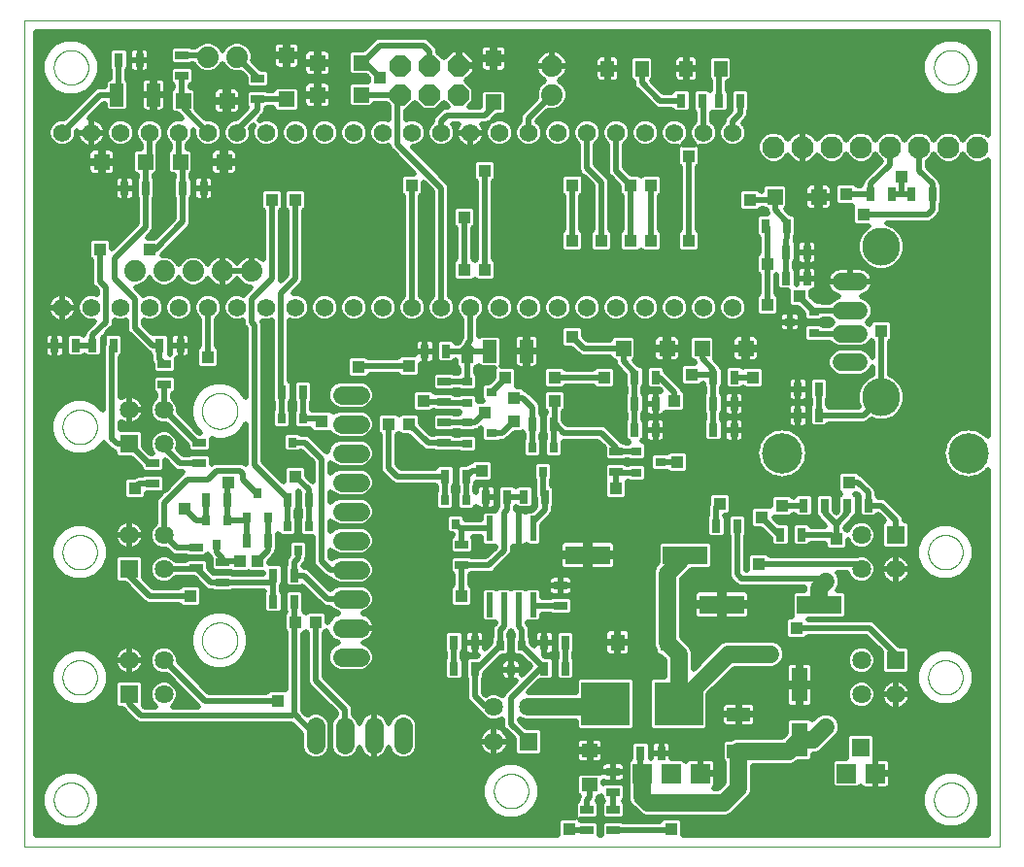
<source format=gtl>
G75*
%MOIN*%
%OFA0B0*%
%FSLAX25Y25*%
%IPPOS*%
%LPD*%
%AMOC8*
5,1,8,0,0,1.08239X$1,22.5*
%
%ADD10C,0.00000*%
%ADD11R,0.04724X0.07874*%
%ADD12R,0.03150X0.04724*%
%ADD13R,0.05512X0.11811*%
%ADD14R,0.07874X0.04724*%
%ADD15R,0.05000X0.05787*%
%ADD16R,0.03150X0.03543*%
%ADD17R,0.05512X0.04724*%
%ADD18R,0.16700X0.15000*%
%ADD19R,0.02362X0.08661*%
%ADD20R,0.06416X0.06416*%
%ADD21C,0.06416*%
%ADD22R,0.04724X0.03150*%
%ADD23C,0.06200*%
%ADD24R,0.04724X0.05512*%
%ADD25R,0.06731X0.06731*%
%ADD26C,0.07600*%
%ADD27C,0.13843*%
%ADD28R,0.03543X0.03150*%
%ADD29R,0.05512X0.05512*%
%ADD30OC8,0.07200*%
%ADD31C,0.06337*%
%ADD32R,0.15354X0.06299*%
%ADD33C,0.06400*%
%ADD34C,0.07400*%
%ADD35C,0.06140*%
%ADD36C,0.13055*%
%ADD37C,0.02000*%
%ADD38OC8,0.04362*%
%ADD39OC8,0.05937*%
%ADD40C,0.06000*%
%ADD41R,0.04362X0.04362*%
%ADD42R,0.06496X0.06496*%
D10*
X0012000Y0021000D02*
X0012000Y0304465D01*
X0346646Y0304465D01*
X0346646Y0021000D01*
X0012000Y0021000D01*
X0022094Y0037000D02*
X0022096Y0037153D01*
X0022102Y0037307D01*
X0022112Y0037460D01*
X0022126Y0037612D01*
X0022144Y0037765D01*
X0022166Y0037916D01*
X0022191Y0038067D01*
X0022221Y0038218D01*
X0022255Y0038368D01*
X0022292Y0038516D01*
X0022333Y0038664D01*
X0022378Y0038810D01*
X0022427Y0038956D01*
X0022480Y0039100D01*
X0022536Y0039242D01*
X0022596Y0039383D01*
X0022660Y0039523D01*
X0022727Y0039661D01*
X0022798Y0039797D01*
X0022873Y0039931D01*
X0022950Y0040063D01*
X0023032Y0040193D01*
X0023116Y0040321D01*
X0023204Y0040447D01*
X0023295Y0040570D01*
X0023389Y0040691D01*
X0023487Y0040809D01*
X0023587Y0040925D01*
X0023691Y0041038D01*
X0023797Y0041149D01*
X0023906Y0041257D01*
X0024018Y0041362D01*
X0024132Y0041463D01*
X0024250Y0041562D01*
X0024369Y0041658D01*
X0024491Y0041751D01*
X0024616Y0041840D01*
X0024743Y0041927D01*
X0024872Y0042009D01*
X0025003Y0042089D01*
X0025136Y0042165D01*
X0025271Y0042238D01*
X0025408Y0042307D01*
X0025547Y0042372D01*
X0025687Y0042434D01*
X0025829Y0042492D01*
X0025972Y0042547D01*
X0026117Y0042598D01*
X0026263Y0042645D01*
X0026410Y0042688D01*
X0026558Y0042727D01*
X0026707Y0042763D01*
X0026857Y0042794D01*
X0027008Y0042822D01*
X0027159Y0042846D01*
X0027312Y0042866D01*
X0027464Y0042882D01*
X0027617Y0042894D01*
X0027770Y0042902D01*
X0027923Y0042906D01*
X0028077Y0042906D01*
X0028230Y0042902D01*
X0028383Y0042894D01*
X0028536Y0042882D01*
X0028688Y0042866D01*
X0028841Y0042846D01*
X0028992Y0042822D01*
X0029143Y0042794D01*
X0029293Y0042763D01*
X0029442Y0042727D01*
X0029590Y0042688D01*
X0029737Y0042645D01*
X0029883Y0042598D01*
X0030028Y0042547D01*
X0030171Y0042492D01*
X0030313Y0042434D01*
X0030453Y0042372D01*
X0030592Y0042307D01*
X0030729Y0042238D01*
X0030864Y0042165D01*
X0030997Y0042089D01*
X0031128Y0042009D01*
X0031257Y0041927D01*
X0031384Y0041840D01*
X0031509Y0041751D01*
X0031631Y0041658D01*
X0031750Y0041562D01*
X0031868Y0041463D01*
X0031982Y0041362D01*
X0032094Y0041257D01*
X0032203Y0041149D01*
X0032309Y0041038D01*
X0032413Y0040925D01*
X0032513Y0040809D01*
X0032611Y0040691D01*
X0032705Y0040570D01*
X0032796Y0040447D01*
X0032884Y0040321D01*
X0032968Y0040193D01*
X0033050Y0040063D01*
X0033127Y0039931D01*
X0033202Y0039797D01*
X0033273Y0039661D01*
X0033340Y0039523D01*
X0033404Y0039383D01*
X0033464Y0039242D01*
X0033520Y0039100D01*
X0033573Y0038956D01*
X0033622Y0038810D01*
X0033667Y0038664D01*
X0033708Y0038516D01*
X0033745Y0038368D01*
X0033779Y0038218D01*
X0033809Y0038067D01*
X0033834Y0037916D01*
X0033856Y0037765D01*
X0033874Y0037612D01*
X0033888Y0037460D01*
X0033898Y0037307D01*
X0033904Y0037153D01*
X0033906Y0037000D01*
X0033904Y0036847D01*
X0033898Y0036693D01*
X0033888Y0036540D01*
X0033874Y0036388D01*
X0033856Y0036235D01*
X0033834Y0036084D01*
X0033809Y0035933D01*
X0033779Y0035782D01*
X0033745Y0035632D01*
X0033708Y0035484D01*
X0033667Y0035336D01*
X0033622Y0035190D01*
X0033573Y0035044D01*
X0033520Y0034900D01*
X0033464Y0034758D01*
X0033404Y0034617D01*
X0033340Y0034477D01*
X0033273Y0034339D01*
X0033202Y0034203D01*
X0033127Y0034069D01*
X0033050Y0033937D01*
X0032968Y0033807D01*
X0032884Y0033679D01*
X0032796Y0033553D01*
X0032705Y0033430D01*
X0032611Y0033309D01*
X0032513Y0033191D01*
X0032413Y0033075D01*
X0032309Y0032962D01*
X0032203Y0032851D01*
X0032094Y0032743D01*
X0031982Y0032638D01*
X0031868Y0032537D01*
X0031750Y0032438D01*
X0031631Y0032342D01*
X0031509Y0032249D01*
X0031384Y0032160D01*
X0031257Y0032073D01*
X0031128Y0031991D01*
X0030997Y0031911D01*
X0030864Y0031835D01*
X0030729Y0031762D01*
X0030592Y0031693D01*
X0030453Y0031628D01*
X0030313Y0031566D01*
X0030171Y0031508D01*
X0030028Y0031453D01*
X0029883Y0031402D01*
X0029737Y0031355D01*
X0029590Y0031312D01*
X0029442Y0031273D01*
X0029293Y0031237D01*
X0029143Y0031206D01*
X0028992Y0031178D01*
X0028841Y0031154D01*
X0028688Y0031134D01*
X0028536Y0031118D01*
X0028383Y0031106D01*
X0028230Y0031098D01*
X0028077Y0031094D01*
X0027923Y0031094D01*
X0027770Y0031098D01*
X0027617Y0031106D01*
X0027464Y0031118D01*
X0027312Y0031134D01*
X0027159Y0031154D01*
X0027008Y0031178D01*
X0026857Y0031206D01*
X0026707Y0031237D01*
X0026558Y0031273D01*
X0026410Y0031312D01*
X0026263Y0031355D01*
X0026117Y0031402D01*
X0025972Y0031453D01*
X0025829Y0031508D01*
X0025687Y0031566D01*
X0025547Y0031628D01*
X0025408Y0031693D01*
X0025271Y0031762D01*
X0025136Y0031835D01*
X0025003Y0031911D01*
X0024872Y0031991D01*
X0024743Y0032073D01*
X0024616Y0032160D01*
X0024491Y0032249D01*
X0024369Y0032342D01*
X0024250Y0032438D01*
X0024132Y0032537D01*
X0024018Y0032638D01*
X0023906Y0032743D01*
X0023797Y0032851D01*
X0023691Y0032962D01*
X0023587Y0033075D01*
X0023487Y0033191D01*
X0023389Y0033309D01*
X0023295Y0033430D01*
X0023204Y0033553D01*
X0023116Y0033679D01*
X0023032Y0033807D01*
X0022950Y0033937D01*
X0022873Y0034069D01*
X0022798Y0034203D01*
X0022727Y0034339D01*
X0022660Y0034477D01*
X0022596Y0034617D01*
X0022536Y0034758D01*
X0022480Y0034900D01*
X0022427Y0035044D01*
X0022378Y0035190D01*
X0022333Y0035336D01*
X0022292Y0035484D01*
X0022255Y0035632D01*
X0022221Y0035782D01*
X0022191Y0035933D01*
X0022166Y0036084D01*
X0022144Y0036235D01*
X0022126Y0036388D01*
X0022112Y0036540D01*
X0022102Y0036693D01*
X0022096Y0036847D01*
X0022094Y0037000D01*
X0025094Y0079000D02*
X0025096Y0079153D01*
X0025102Y0079307D01*
X0025112Y0079460D01*
X0025126Y0079612D01*
X0025144Y0079765D01*
X0025166Y0079916D01*
X0025191Y0080067D01*
X0025221Y0080218D01*
X0025255Y0080368D01*
X0025292Y0080516D01*
X0025333Y0080664D01*
X0025378Y0080810D01*
X0025427Y0080956D01*
X0025480Y0081100D01*
X0025536Y0081242D01*
X0025596Y0081383D01*
X0025660Y0081523D01*
X0025727Y0081661D01*
X0025798Y0081797D01*
X0025873Y0081931D01*
X0025950Y0082063D01*
X0026032Y0082193D01*
X0026116Y0082321D01*
X0026204Y0082447D01*
X0026295Y0082570D01*
X0026389Y0082691D01*
X0026487Y0082809D01*
X0026587Y0082925D01*
X0026691Y0083038D01*
X0026797Y0083149D01*
X0026906Y0083257D01*
X0027018Y0083362D01*
X0027132Y0083463D01*
X0027250Y0083562D01*
X0027369Y0083658D01*
X0027491Y0083751D01*
X0027616Y0083840D01*
X0027743Y0083927D01*
X0027872Y0084009D01*
X0028003Y0084089D01*
X0028136Y0084165D01*
X0028271Y0084238D01*
X0028408Y0084307D01*
X0028547Y0084372D01*
X0028687Y0084434D01*
X0028829Y0084492D01*
X0028972Y0084547D01*
X0029117Y0084598D01*
X0029263Y0084645D01*
X0029410Y0084688D01*
X0029558Y0084727D01*
X0029707Y0084763D01*
X0029857Y0084794D01*
X0030008Y0084822D01*
X0030159Y0084846D01*
X0030312Y0084866D01*
X0030464Y0084882D01*
X0030617Y0084894D01*
X0030770Y0084902D01*
X0030923Y0084906D01*
X0031077Y0084906D01*
X0031230Y0084902D01*
X0031383Y0084894D01*
X0031536Y0084882D01*
X0031688Y0084866D01*
X0031841Y0084846D01*
X0031992Y0084822D01*
X0032143Y0084794D01*
X0032293Y0084763D01*
X0032442Y0084727D01*
X0032590Y0084688D01*
X0032737Y0084645D01*
X0032883Y0084598D01*
X0033028Y0084547D01*
X0033171Y0084492D01*
X0033313Y0084434D01*
X0033453Y0084372D01*
X0033592Y0084307D01*
X0033729Y0084238D01*
X0033864Y0084165D01*
X0033997Y0084089D01*
X0034128Y0084009D01*
X0034257Y0083927D01*
X0034384Y0083840D01*
X0034509Y0083751D01*
X0034631Y0083658D01*
X0034750Y0083562D01*
X0034868Y0083463D01*
X0034982Y0083362D01*
X0035094Y0083257D01*
X0035203Y0083149D01*
X0035309Y0083038D01*
X0035413Y0082925D01*
X0035513Y0082809D01*
X0035611Y0082691D01*
X0035705Y0082570D01*
X0035796Y0082447D01*
X0035884Y0082321D01*
X0035968Y0082193D01*
X0036050Y0082063D01*
X0036127Y0081931D01*
X0036202Y0081797D01*
X0036273Y0081661D01*
X0036340Y0081523D01*
X0036404Y0081383D01*
X0036464Y0081242D01*
X0036520Y0081100D01*
X0036573Y0080956D01*
X0036622Y0080810D01*
X0036667Y0080664D01*
X0036708Y0080516D01*
X0036745Y0080368D01*
X0036779Y0080218D01*
X0036809Y0080067D01*
X0036834Y0079916D01*
X0036856Y0079765D01*
X0036874Y0079612D01*
X0036888Y0079460D01*
X0036898Y0079307D01*
X0036904Y0079153D01*
X0036906Y0079000D01*
X0036904Y0078847D01*
X0036898Y0078693D01*
X0036888Y0078540D01*
X0036874Y0078388D01*
X0036856Y0078235D01*
X0036834Y0078084D01*
X0036809Y0077933D01*
X0036779Y0077782D01*
X0036745Y0077632D01*
X0036708Y0077484D01*
X0036667Y0077336D01*
X0036622Y0077190D01*
X0036573Y0077044D01*
X0036520Y0076900D01*
X0036464Y0076758D01*
X0036404Y0076617D01*
X0036340Y0076477D01*
X0036273Y0076339D01*
X0036202Y0076203D01*
X0036127Y0076069D01*
X0036050Y0075937D01*
X0035968Y0075807D01*
X0035884Y0075679D01*
X0035796Y0075553D01*
X0035705Y0075430D01*
X0035611Y0075309D01*
X0035513Y0075191D01*
X0035413Y0075075D01*
X0035309Y0074962D01*
X0035203Y0074851D01*
X0035094Y0074743D01*
X0034982Y0074638D01*
X0034868Y0074537D01*
X0034750Y0074438D01*
X0034631Y0074342D01*
X0034509Y0074249D01*
X0034384Y0074160D01*
X0034257Y0074073D01*
X0034128Y0073991D01*
X0033997Y0073911D01*
X0033864Y0073835D01*
X0033729Y0073762D01*
X0033592Y0073693D01*
X0033453Y0073628D01*
X0033313Y0073566D01*
X0033171Y0073508D01*
X0033028Y0073453D01*
X0032883Y0073402D01*
X0032737Y0073355D01*
X0032590Y0073312D01*
X0032442Y0073273D01*
X0032293Y0073237D01*
X0032143Y0073206D01*
X0031992Y0073178D01*
X0031841Y0073154D01*
X0031688Y0073134D01*
X0031536Y0073118D01*
X0031383Y0073106D01*
X0031230Y0073098D01*
X0031077Y0073094D01*
X0030923Y0073094D01*
X0030770Y0073098D01*
X0030617Y0073106D01*
X0030464Y0073118D01*
X0030312Y0073134D01*
X0030159Y0073154D01*
X0030008Y0073178D01*
X0029857Y0073206D01*
X0029707Y0073237D01*
X0029558Y0073273D01*
X0029410Y0073312D01*
X0029263Y0073355D01*
X0029117Y0073402D01*
X0028972Y0073453D01*
X0028829Y0073508D01*
X0028687Y0073566D01*
X0028547Y0073628D01*
X0028408Y0073693D01*
X0028271Y0073762D01*
X0028136Y0073835D01*
X0028003Y0073911D01*
X0027872Y0073991D01*
X0027743Y0074073D01*
X0027616Y0074160D01*
X0027491Y0074249D01*
X0027369Y0074342D01*
X0027250Y0074438D01*
X0027132Y0074537D01*
X0027018Y0074638D01*
X0026906Y0074743D01*
X0026797Y0074851D01*
X0026691Y0074962D01*
X0026587Y0075075D01*
X0026487Y0075191D01*
X0026389Y0075309D01*
X0026295Y0075430D01*
X0026204Y0075553D01*
X0026116Y0075679D01*
X0026032Y0075807D01*
X0025950Y0075937D01*
X0025873Y0076069D01*
X0025798Y0076203D01*
X0025727Y0076339D01*
X0025660Y0076477D01*
X0025596Y0076617D01*
X0025536Y0076758D01*
X0025480Y0076900D01*
X0025427Y0077044D01*
X0025378Y0077190D01*
X0025333Y0077336D01*
X0025292Y0077484D01*
X0025255Y0077632D01*
X0025221Y0077782D01*
X0025191Y0077933D01*
X0025166Y0078084D01*
X0025144Y0078235D01*
X0025126Y0078388D01*
X0025112Y0078540D01*
X0025102Y0078693D01*
X0025096Y0078847D01*
X0025094Y0079000D01*
X0025094Y0122000D02*
X0025096Y0122153D01*
X0025102Y0122307D01*
X0025112Y0122460D01*
X0025126Y0122612D01*
X0025144Y0122765D01*
X0025166Y0122916D01*
X0025191Y0123067D01*
X0025221Y0123218D01*
X0025255Y0123368D01*
X0025292Y0123516D01*
X0025333Y0123664D01*
X0025378Y0123810D01*
X0025427Y0123956D01*
X0025480Y0124100D01*
X0025536Y0124242D01*
X0025596Y0124383D01*
X0025660Y0124523D01*
X0025727Y0124661D01*
X0025798Y0124797D01*
X0025873Y0124931D01*
X0025950Y0125063D01*
X0026032Y0125193D01*
X0026116Y0125321D01*
X0026204Y0125447D01*
X0026295Y0125570D01*
X0026389Y0125691D01*
X0026487Y0125809D01*
X0026587Y0125925D01*
X0026691Y0126038D01*
X0026797Y0126149D01*
X0026906Y0126257D01*
X0027018Y0126362D01*
X0027132Y0126463D01*
X0027250Y0126562D01*
X0027369Y0126658D01*
X0027491Y0126751D01*
X0027616Y0126840D01*
X0027743Y0126927D01*
X0027872Y0127009D01*
X0028003Y0127089D01*
X0028136Y0127165D01*
X0028271Y0127238D01*
X0028408Y0127307D01*
X0028547Y0127372D01*
X0028687Y0127434D01*
X0028829Y0127492D01*
X0028972Y0127547D01*
X0029117Y0127598D01*
X0029263Y0127645D01*
X0029410Y0127688D01*
X0029558Y0127727D01*
X0029707Y0127763D01*
X0029857Y0127794D01*
X0030008Y0127822D01*
X0030159Y0127846D01*
X0030312Y0127866D01*
X0030464Y0127882D01*
X0030617Y0127894D01*
X0030770Y0127902D01*
X0030923Y0127906D01*
X0031077Y0127906D01*
X0031230Y0127902D01*
X0031383Y0127894D01*
X0031536Y0127882D01*
X0031688Y0127866D01*
X0031841Y0127846D01*
X0031992Y0127822D01*
X0032143Y0127794D01*
X0032293Y0127763D01*
X0032442Y0127727D01*
X0032590Y0127688D01*
X0032737Y0127645D01*
X0032883Y0127598D01*
X0033028Y0127547D01*
X0033171Y0127492D01*
X0033313Y0127434D01*
X0033453Y0127372D01*
X0033592Y0127307D01*
X0033729Y0127238D01*
X0033864Y0127165D01*
X0033997Y0127089D01*
X0034128Y0127009D01*
X0034257Y0126927D01*
X0034384Y0126840D01*
X0034509Y0126751D01*
X0034631Y0126658D01*
X0034750Y0126562D01*
X0034868Y0126463D01*
X0034982Y0126362D01*
X0035094Y0126257D01*
X0035203Y0126149D01*
X0035309Y0126038D01*
X0035413Y0125925D01*
X0035513Y0125809D01*
X0035611Y0125691D01*
X0035705Y0125570D01*
X0035796Y0125447D01*
X0035884Y0125321D01*
X0035968Y0125193D01*
X0036050Y0125063D01*
X0036127Y0124931D01*
X0036202Y0124797D01*
X0036273Y0124661D01*
X0036340Y0124523D01*
X0036404Y0124383D01*
X0036464Y0124242D01*
X0036520Y0124100D01*
X0036573Y0123956D01*
X0036622Y0123810D01*
X0036667Y0123664D01*
X0036708Y0123516D01*
X0036745Y0123368D01*
X0036779Y0123218D01*
X0036809Y0123067D01*
X0036834Y0122916D01*
X0036856Y0122765D01*
X0036874Y0122612D01*
X0036888Y0122460D01*
X0036898Y0122307D01*
X0036904Y0122153D01*
X0036906Y0122000D01*
X0036904Y0121847D01*
X0036898Y0121693D01*
X0036888Y0121540D01*
X0036874Y0121388D01*
X0036856Y0121235D01*
X0036834Y0121084D01*
X0036809Y0120933D01*
X0036779Y0120782D01*
X0036745Y0120632D01*
X0036708Y0120484D01*
X0036667Y0120336D01*
X0036622Y0120190D01*
X0036573Y0120044D01*
X0036520Y0119900D01*
X0036464Y0119758D01*
X0036404Y0119617D01*
X0036340Y0119477D01*
X0036273Y0119339D01*
X0036202Y0119203D01*
X0036127Y0119069D01*
X0036050Y0118937D01*
X0035968Y0118807D01*
X0035884Y0118679D01*
X0035796Y0118553D01*
X0035705Y0118430D01*
X0035611Y0118309D01*
X0035513Y0118191D01*
X0035413Y0118075D01*
X0035309Y0117962D01*
X0035203Y0117851D01*
X0035094Y0117743D01*
X0034982Y0117638D01*
X0034868Y0117537D01*
X0034750Y0117438D01*
X0034631Y0117342D01*
X0034509Y0117249D01*
X0034384Y0117160D01*
X0034257Y0117073D01*
X0034128Y0116991D01*
X0033997Y0116911D01*
X0033864Y0116835D01*
X0033729Y0116762D01*
X0033592Y0116693D01*
X0033453Y0116628D01*
X0033313Y0116566D01*
X0033171Y0116508D01*
X0033028Y0116453D01*
X0032883Y0116402D01*
X0032737Y0116355D01*
X0032590Y0116312D01*
X0032442Y0116273D01*
X0032293Y0116237D01*
X0032143Y0116206D01*
X0031992Y0116178D01*
X0031841Y0116154D01*
X0031688Y0116134D01*
X0031536Y0116118D01*
X0031383Y0116106D01*
X0031230Y0116098D01*
X0031077Y0116094D01*
X0030923Y0116094D01*
X0030770Y0116098D01*
X0030617Y0116106D01*
X0030464Y0116118D01*
X0030312Y0116134D01*
X0030159Y0116154D01*
X0030008Y0116178D01*
X0029857Y0116206D01*
X0029707Y0116237D01*
X0029558Y0116273D01*
X0029410Y0116312D01*
X0029263Y0116355D01*
X0029117Y0116402D01*
X0028972Y0116453D01*
X0028829Y0116508D01*
X0028687Y0116566D01*
X0028547Y0116628D01*
X0028408Y0116693D01*
X0028271Y0116762D01*
X0028136Y0116835D01*
X0028003Y0116911D01*
X0027872Y0116991D01*
X0027743Y0117073D01*
X0027616Y0117160D01*
X0027491Y0117249D01*
X0027369Y0117342D01*
X0027250Y0117438D01*
X0027132Y0117537D01*
X0027018Y0117638D01*
X0026906Y0117743D01*
X0026797Y0117851D01*
X0026691Y0117962D01*
X0026587Y0118075D01*
X0026487Y0118191D01*
X0026389Y0118309D01*
X0026295Y0118430D01*
X0026204Y0118553D01*
X0026116Y0118679D01*
X0026032Y0118807D01*
X0025950Y0118937D01*
X0025873Y0119069D01*
X0025798Y0119203D01*
X0025727Y0119339D01*
X0025660Y0119477D01*
X0025596Y0119617D01*
X0025536Y0119758D01*
X0025480Y0119900D01*
X0025427Y0120044D01*
X0025378Y0120190D01*
X0025333Y0120336D01*
X0025292Y0120484D01*
X0025255Y0120632D01*
X0025221Y0120782D01*
X0025191Y0120933D01*
X0025166Y0121084D01*
X0025144Y0121235D01*
X0025126Y0121388D01*
X0025112Y0121540D01*
X0025102Y0121693D01*
X0025096Y0121847D01*
X0025094Y0122000D01*
X0025094Y0165000D02*
X0025096Y0165153D01*
X0025102Y0165307D01*
X0025112Y0165460D01*
X0025126Y0165612D01*
X0025144Y0165765D01*
X0025166Y0165916D01*
X0025191Y0166067D01*
X0025221Y0166218D01*
X0025255Y0166368D01*
X0025292Y0166516D01*
X0025333Y0166664D01*
X0025378Y0166810D01*
X0025427Y0166956D01*
X0025480Y0167100D01*
X0025536Y0167242D01*
X0025596Y0167383D01*
X0025660Y0167523D01*
X0025727Y0167661D01*
X0025798Y0167797D01*
X0025873Y0167931D01*
X0025950Y0168063D01*
X0026032Y0168193D01*
X0026116Y0168321D01*
X0026204Y0168447D01*
X0026295Y0168570D01*
X0026389Y0168691D01*
X0026487Y0168809D01*
X0026587Y0168925D01*
X0026691Y0169038D01*
X0026797Y0169149D01*
X0026906Y0169257D01*
X0027018Y0169362D01*
X0027132Y0169463D01*
X0027250Y0169562D01*
X0027369Y0169658D01*
X0027491Y0169751D01*
X0027616Y0169840D01*
X0027743Y0169927D01*
X0027872Y0170009D01*
X0028003Y0170089D01*
X0028136Y0170165D01*
X0028271Y0170238D01*
X0028408Y0170307D01*
X0028547Y0170372D01*
X0028687Y0170434D01*
X0028829Y0170492D01*
X0028972Y0170547D01*
X0029117Y0170598D01*
X0029263Y0170645D01*
X0029410Y0170688D01*
X0029558Y0170727D01*
X0029707Y0170763D01*
X0029857Y0170794D01*
X0030008Y0170822D01*
X0030159Y0170846D01*
X0030312Y0170866D01*
X0030464Y0170882D01*
X0030617Y0170894D01*
X0030770Y0170902D01*
X0030923Y0170906D01*
X0031077Y0170906D01*
X0031230Y0170902D01*
X0031383Y0170894D01*
X0031536Y0170882D01*
X0031688Y0170866D01*
X0031841Y0170846D01*
X0031992Y0170822D01*
X0032143Y0170794D01*
X0032293Y0170763D01*
X0032442Y0170727D01*
X0032590Y0170688D01*
X0032737Y0170645D01*
X0032883Y0170598D01*
X0033028Y0170547D01*
X0033171Y0170492D01*
X0033313Y0170434D01*
X0033453Y0170372D01*
X0033592Y0170307D01*
X0033729Y0170238D01*
X0033864Y0170165D01*
X0033997Y0170089D01*
X0034128Y0170009D01*
X0034257Y0169927D01*
X0034384Y0169840D01*
X0034509Y0169751D01*
X0034631Y0169658D01*
X0034750Y0169562D01*
X0034868Y0169463D01*
X0034982Y0169362D01*
X0035094Y0169257D01*
X0035203Y0169149D01*
X0035309Y0169038D01*
X0035413Y0168925D01*
X0035513Y0168809D01*
X0035611Y0168691D01*
X0035705Y0168570D01*
X0035796Y0168447D01*
X0035884Y0168321D01*
X0035968Y0168193D01*
X0036050Y0168063D01*
X0036127Y0167931D01*
X0036202Y0167797D01*
X0036273Y0167661D01*
X0036340Y0167523D01*
X0036404Y0167383D01*
X0036464Y0167242D01*
X0036520Y0167100D01*
X0036573Y0166956D01*
X0036622Y0166810D01*
X0036667Y0166664D01*
X0036708Y0166516D01*
X0036745Y0166368D01*
X0036779Y0166218D01*
X0036809Y0166067D01*
X0036834Y0165916D01*
X0036856Y0165765D01*
X0036874Y0165612D01*
X0036888Y0165460D01*
X0036898Y0165307D01*
X0036904Y0165153D01*
X0036906Y0165000D01*
X0036904Y0164847D01*
X0036898Y0164693D01*
X0036888Y0164540D01*
X0036874Y0164388D01*
X0036856Y0164235D01*
X0036834Y0164084D01*
X0036809Y0163933D01*
X0036779Y0163782D01*
X0036745Y0163632D01*
X0036708Y0163484D01*
X0036667Y0163336D01*
X0036622Y0163190D01*
X0036573Y0163044D01*
X0036520Y0162900D01*
X0036464Y0162758D01*
X0036404Y0162617D01*
X0036340Y0162477D01*
X0036273Y0162339D01*
X0036202Y0162203D01*
X0036127Y0162069D01*
X0036050Y0161937D01*
X0035968Y0161807D01*
X0035884Y0161679D01*
X0035796Y0161553D01*
X0035705Y0161430D01*
X0035611Y0161309D01*
X0035513Y0161191D01*
X0035413Y0161075D01*
X0035309Y0160962D01*
X0035203Y0160851D01*
X0035094Y0160743D01*
X0034982Y0160638D01*
X0034868Y0160537D01*
X0034750Y0160438D01*
X0034631Y0160342D01*
X0034509Y0160249D01*
X0034384Y0160160D01*
X0034257Y0160073D01*
X0034128Y0159991D01*
X0033997Y0159911D01*
X0033864Y0159835D01*
X0033729Y0159762D01*
X0033592Y0159693D01*
X0033453Y0159628D01*
X0033313Y0159566D01*
X0033171Y0159508D01*
X0033028Y0159453D01*
X0032883Y0159402D01*
X0032737Y0159355D01*
X0032590Y0159312D01*
X0032442Y0159273D01*
X0032293Y0159237D01*
X0032143Y0159206D01*
X0031992Y0159178D01*
X0031841Y0159154D01*
X0031688Y0159134D01*
X0031536Y0159118D01*
X0031383Y0159106D01*
X0031230Y0159098D01*
X0031077Y0159094D01*
X0030923Y0159094D01*
X0030770Y0159098D01*
X0030617Y0159106D01*
X0030464Y0159118D01*
X0030312Y0159134D01*
X0030159Y0159154D01*
X0030008Y0159178D01*
X0029857Y0159206D01*
X0029707Y0159237D01*
X0029558Y0159273D01*
X0029410Y0159312D01*
X0029263Y0159355D01*
X0029117Y0159402D01*
X0028972Y0159453D01*
X0028829Y0159508D01*
X0028687Y0159566D01*
X0028547Y0159628D01*
X0028408Y0159693D01*
X0028271Y0159762D01*
X0028136Y0159835D01*
X0028003Y0159911D01*
X0027872Y0159991D01*
X0027743Y0160073D01*
X0027616Y0160160D01*
X0027491Y0160249D01*
X0027369Y0160342D01*
X0027250Y0160438D01*
X0027132Y0160537D01*
X0027018Y0160638D01*
X0026906Y0160743D01*
X0026797Y0160851D01*
X0026691Y0160962D01*
X0026587Y0161075D01*
X0026487Y0161191D01*
X0026389Y0161309D01*
X0026295Y0161430D01*
X0026204Y0161553D01*
X0026116Y0161679D01*
X0026032Y0161807D01*
X0025950Y0161937D01*
X0025873Y0162069D01*
X0025798Y0162203D01*
X0025727Y0162339D01*
X0025660Y0162477D01*
X0025596Y0162617D01*
X0025536Y0162758D01*
X0025480Y0162900D01*
X0025427Y0163044D01*
X0025378Y0163190D01*
X0025333Y0163336D01*
X0025292Y0163484D01*
X0025255Y0163632D01*
X0025221Y0163782D01*
X0025191Y0163933D01*
X0025166Y0164084D01*
X0025144Y0164235D01*
X0025126Y0164388D01*
X0025112Y0164540D01*
X0025102Y0164693D01*
X0025096Y0164847D01*
X0025094Y0165000D01*
X0072898Y0170488D02*
X0072900Y0170644D01*
X0072906Y0170800D01*
X0072916Y0170955D01*
X0072930Y0171110D01*
X0072948Y0171265D01*
X0072970Y0171419D01*
X0072995Y0171573D01*
X0073025Y0171726D01*
X0073059Y0171878D01*
X0073096Y0172030D01*
X0073137Y0172180D01*
X0073182Y0172329D01*
X0073231Y0172477D01*
X0073284Y0172624D01*
X0073340Y0172769D01*
X0073400Y0172913D01*
X0073464Y0173055D01*
X0073532Y0173196D01*
X0073603Y0173334D01*
X0073677Y0173471D01*
X0073755Y0173606D01*
X0073836Y0173739D01*
X0073921Y0173870D01*
X0074009Y0173999D01*
X0074100Y0174125D01*
X0074195Y0174249D01*
X0074292Y0174370D01*
X0074393Y0174489D01*
X0074497Y0174606D01*
X0074603Y0174719D01*
X0074713Y0174830D01*
X0074825Y0174938D01*
X0074940Y0175043D01*
X0075058Y0175146D01*
X0075178Y0175245D01*
X0075301Y0175341D01*
X0075426Y0175434D01*
X0075553Y0175523D01*
X0075683Y0175610D01*
X0075815Y0175693D01*
X0075949Y0175772D01*
X0076085Y0175849D01*
X0076223Y0175921D01*
X0076362Y0175991D01*
X0076504Y0176056D01*
X0076647Y0176118D01*
X0076791Y0176176D01*
X0076937Y0176231D01*
X0077085Y0176282D01*
X0077233Y0176329D01*
X0077383Y0176372D01*
X0077534Y0176411D01*
X0077686Y0176447D01*
X0077838Y0176478D01*
X0077992Y0176506D01*
X0078146Y0176530D01*
X0078300Y0176550D01*
X0078455Y0176566D01*
X0078611Y0176578D01*
X0078766Y0176586D01*
X0078922Y0176590D01*
X0079078Y0176590D01*
X0079234Y0176586D01*
X0079389Y0176578D01*
X0079545Y0176566D01*
X0079700Y0176550D01*
X0079854Y0176530D01*
X0080008Y0176506D01*
X0080162Y0176478D01*
X0080314Y0176447D01*
X0080466Y0176411D01*
X0080617Y0176372D01*
X0080767Y0176329D01*
X0080915Y0176282D01*
X0081063Y0176231D01*
X0081209Y0176176D01*
X0081353Y0176118D01*
X0081496Y0176056D01*
X0081638Y0175991D01*
X0081777Y0175921D01*
X0081915Y0175849D01*
X0082051Y0175772D01*
X0082185Y0175693D01*
X0082317Y0175610D01*
X0082447Y0175523D01*
X0082574Y0175434D01*
X0082699Y0175341D01*
X0082822Y0175245D01*
X0082942Y0175146D01*
X0083060Y0175043D01*
X0083175Y0174938D01*
X0083287Y0174830D01*
X0083397Y0174719D01*
X0083503Y0174606D01*
X0083607Y0174489D01*
X0083708Y0174370D01*
X0083805Y0174249D01*
X0083900Y0174125D01*
X0083991Y0173999D01*
X0084079Y0173870D01*
X0084164Y0173739D01*
X0084245Y0173606D01*
X0084323Y0173471D01*
X0084397Y0173334D01*
X0084468Y0173196D01*
X0084536Y0173055D01*
X0084600Y0172913D01*
X0084660Y0172769D01*
X0084716Y0172624D01*
X0084769Y0172477D01*
X0084818Y0172329D01*
X0084863Y0172180D01*
X0084904Y0172030D01*
X0084941Y0171878D01*
X0084975Y0171726D01*
X0085005Y0171573D01*
X0085030Y0171419D01*
X0085052Y0171265D01*
X0085070Y0171110D01*
X0085084Y0170955D01*
X0085094Y0170800D01*
X0085100Y0170644D01*
X0085102Y0170488D01*
X0085100Y0170332D01*
X0085094Y0170176D01*
X0085084Y0170021D01*
X0085070Y0169866D01*
X0085052Y0169711D01*
X0085030Y0169557D01*
X0085005Y0169403D01*
X0084975Y0169250D01*
X0084941Y0169098D01*
X0084904Y0168946D01*
X0084863Y0168796D01*
X0084818Y0168647D01*
X0084769Y0168499D01*
X0084716Y0168352D01*
X0084660Y0168207D01*
X0084600Y0168063D01*
X0084536Y0167921D01*
X0084468Y0167780D01*
X0084397Y0167642D01*
X0084323Y0167505D01*
X0084245Y0167370D01*
X0084164Y0167237D01*
X0084079Y0167106D01*
X0083991Y0166977D01*
X0083900Y0166851D01*
X0083805Y0166727D01*
X0083708Y0166606D01*
X0083607Y0166487D01*
X0083503Y0166370D01*
X0083397Y0166257D01*
X0083287Y0166146D01*
X0083175Y0166038D01*
X0083060Y0165933D01*
X0082942Y0165830D01*
X0082822Y0165731D01*
X0082699Y0165635D01*
X0082574Y0165542D01*
X0082447Y0165453D01*
X0082317Y0165366D01*
X0082185Y0165283D01*
X0082051Y0165204D01*
X0081915Y0165127D01*
X0081777Y0165055D01*
X0081638Y0164985D01*
X0081496Y0164920D01*
X0081353Y0164858D01*
X0081209Y0164800D01*
X0081063Y0164745D01*
X0080915Y0164694D01*
X0080767Y0164647D01*
X0080617Y0164604D01*
X0080466Y0164565D01*
X0080314Y0164529D01*
X0080162Y0164498D01*
X0080008Y0164470D01*
X0079854Y0164446D01*
X0079700Y0164426D01*
X0079545Y0164410D01*
X0079389Y0164398D01*
X0079234Y0164390D01*
X0079078Y0164386D01*
X0078922Y0164386D01*
X0078766Y0164390D01*
X0078611Y0164398D01*
X0078455Y0164410D01*
X0078300Y0164426D01*
X0078146Y0164446D01*
X0077992Y0164470D01*
X0077838Y0164498D01*
X0077686Y0164529D01*
X0077534Y0164565D01*
X0077383Y0164604D01*
X0077233Y0164647D01*
X0077085Y0164694D01*
X0076937Y0164745D01*
X0076791Y0164800D01*
X0076647Y0164858D01*
X0076504Y0164920D01*
X0076362Y0164985D01*
X0076223Y0165055D01*
X0076085Y0165127D01*
X0075949Y0165204D01*
X0075815Y0165283D01*
X0075683Y0165366D01*
X0075553Y0165453D01*
X0075426Y0165542D01*
X0075301Y0165635D01*
X0075178Y0165731D01*
X0075058Y0165830D01*
X0074940Y0165933D01*
X0074825Y0166038D01*
X0074713Y0166146D01*
X0074603Y0166257D01*
X0074497Y0166370D01*
X0074393Y0166487D01*
X0074292Y0166606D01*
X0074195Y0166727D01*
X0074100Y0166851D01*
X0074009Y0166977D01*
X0073921Y0167106D01*
X0073836Y0167237D01*
X0073755Y0167370D01*
X0073677Y0167505D01*
X0073603Y0167642D01*
X0073532Y0167780D01*
X0073464Y0167921D01*
X0073400Y0168063D01*
X0073340Y0168207D01*
X0073284Y0168352D01*
X0073231Y0168499D01*
X0073182Y0168647D01*
X0073137Y0168796D01*
X0073096Y0168946D01*
X0073059Y0169098D01*
X0073025Y0169250D01*
X0072995Y0169403D01*
X0072970Y0169557D01*
X0072948Y0169711D01*
X0072930Y0169866D01*
X0072916Y0170021D01*
X0072906Y0170176D01*
X0072900Y0170332D01*
X0072898Y0170488D01*
X0072898Y0091748D02*
X0072900Y0091904D01*
X0072906Y0092060D01*
X0072916Y0092215D01*
X0072930Y0092370D01*
X0072948Y0092525D01*
X0072970Y0092679D01*
X0072995Y0092833D01*
X0073025Y0092986D01*
X0073059Y0093138D01*
X0073096Y0093290D01*
X0073137Y0093440D01*
X0073182Y0093589D01*
X0073231Y0093737D01*
X0073284Y0093884D01*
X0073340Y0094029D01*
X0073400Y0094173D01*
X0073464Y0094315D01*
X0073532Y0094456D01*
X0073603Y0094594D01*
X0073677Y0094731D01*
X0073755Y0094866D01*
X0073836Y0094999D01*
X0073921Y0095130D01*
X0074009Y0095259D01*
X0074100Y0095385D01*
X0074195Y0095509D01*
X0074292Y0095630D01*
X0074393Y0095749D01*
X0074497Y0095866D01*
X0074603Y0095979D01*
X0074713Y0096090D01*
X0074825Y0096198D01*
X0074940Y0096303D01*
X0075058Y0096406D01*
X0075178Y0096505D01*
X0075301Y0096601D01*
X0075426Y0096694D01*
X0075553Y0096783D01*
X0075683Y0096870D01*
X0075815Y0096953D01*
X0075949Y0097032D01*
X0076085Y0097109D01*
X0076223Y0097181D01*
X0076362Y0097251D01*
X0076504Y0097316D01*
X0076647Y0097378D01*
X0076791Y0097436D01*
X0076937Y0097491D01*
X0077085Y0097542D01*
X0077233Y0097589D01*
X0077383Y0097632D01*
X0077534Y0097671D01*
X0077686Y0097707D01*
X0077838Y0097738D01*
X0077992Y0097766D01*
X0078146Y0097790D01*
X0078300Y0097810D01*
X0078455Y0097826D01*
X0078611Y0097838D01*
X0078766Y0097846D01*
X0078922Y0097850D01*
X0079078Y0097850D01*
X0079234Y0097846D01*
X0079389Y0097838D01*
X0079545Y0097826D01*
X0079700Y0097810D01*
X0079854Y0097790D01*
X0080008Y0097766D01*
X0080162Y0097738D01*
X0080314Y0097707D01*
X0080466Y0097671D01*
X0080617Y0097632D01*
X0080767Y0097589D01*
X0080915Y0097542D01*
X0081063Y0097491D01*
X0081209Y0097436D01*
X0081353Y0097378D01*
X0081496Y0097316D01*
X0081638Y0097251D01*
X0081777Y0097181D01*
X0081915Y0097109D01*
X0082051Y0097032D01*
X0082185Y0096953D01*
X0082317Y0096870D01*
X0082447Y0096783D01*
X0082574Y0096694D01*
X0082699Y0096601D01*
X0082822Y0096505D01*
X0082942Y0096406D01*
X0083060Y0096303D01*
X0083175Y0096198D01*
X0083287Y0096090D01*
X0083397Y0095979D01*
X0083503Y0095866D01*
X0083607Y0095749D01*
X0083708Y0095630D01*
X0083805Y0095509D01*
X0083900Y0095385D01*
X0083991Y0095259D01*
X0084079Y0095130D01*
X0084164Y0094999D01*
X0084245Y0094866D01*
X0084323Y0094731D01*
X0084397Y0094594D01*
X0084468Y0094456D01*
X0084536Y0094315D01*
X0084600Y0094173D01*
X0084660Y0094029D01*
X0084716Y0093884D01*
X0084769Y0093737D01*
X0084818Y0093589D01*
X0084863Y0093440D01*
X0084904Y0093290D01*
X0084941Y0093138D01*
X0084975Y0092986D01*
X0085005Y0092833D01*
X0085030Y0092679D01*
X0085052Y0092525D01*
X0085070Y0092370D01*
X0085084Y0092215D01*
X0085094Y0092060D01*
X0085100Y0091904D01*
X0085102Y0091748D01*
X0085100Y0091592D01*
X0085094Y0091436D01*
X0085084Y0091281D01*
X0085070Y0091126D01*
X0085052Y0090971D01*
X0085030Y0090817D01*
X0085005Y0090663D01*
X0084975Y0090510D01*
X0084941Y0090358D01*
X0084904Y0090206D01*
X0084863Y0090056D01*
X0084818Y0089907D01*
X0084769Y0089759D01*
X0084716Y0089612D01*
X0084660Y0089467D01*
X0084600Y0089323D01*
X0084536Y0089181D01*
X0084468Y0089040D01*
X0084397Y0088902D01*
X0084323Y0088765D01*
X0084245Y0088630D01*
X0084164Y0088497D01*
X0084079Y0088366D01*
X0083991Y0088237D01*
X0083900Y0088111D01*
X0083805Y0087987D01*
X0083708Y0087866D01*
X0083607Y0087747D01*
X0083503Y0087630D01*
X0083397Y0087517D01*
X0083287Y0087406D01*
X0083175Y0087298D01*
X0083060Y0087193D01*
X0082942Y0087090D01*
X0082822Y0086991D01*
X0082699Y0086895D01*
X0082574Y0086802D01*
X0082447Y0086713D01*
X0082317Y0086626D01*
X0082185Y0086543D01*
X0082051Y0086464D01*
X0081915Y0086387D01*
X0081777Y0086315D01*
X0081638Y0086245D01*
X0081496Y0086180D01*
X0081353Y0086118D01*
X0081209Y0086060D01*
X0081063Y0086005D01*
X0080915Y0085954D01*
X0080767Y0085907D01*
X0080617Y0085864D01*
X0080466Y0085825D01*
X0080314Y0085789D01*
X0080162Y0085758D01*
X0080008Y0085730D01*
X0079854Y0085706D01*
X0079700Y0085686D01*
X0079545Y0085670D01*
X0079389Y0085658D01*
X0079234Y0085650D01*
X0079078Y0085646D01*
X0078922Y0085646D01*
X0078766Y0085650D01*
X0078611Y0085658D01*
X0078455Y0085670D01*
X0078300Y0085686D01*
X0078146Y0085706D01*
X0077992Y0085730D01*
X0077838Y0085758D01*
X0077686Y0085789D01*
X0077534Y0085825D01*
X0077383Y0085864D01*
X0077233Y0085907D01*
X0077085Y0085954D01*
X0076937Y0086005D01*
X0076791Y0086060D01*
X0076647Y0086118D01*
X0076504Y0086180D01*
X0076362Y0086245D01*
X0076223Y0086315D01*
X0076085Y0086387D01*
X0075949Y0086464D01*
X0075815Y0086543D01*
X0075683Y0086626D01*
X0075553Y0086713D01*
X0075426Y0086802D01*
X0075301Y0086895D01*
X0075178Y0086991D01*
X0075058Y0087090D01*
X0074940Y0087193D01*
X0074825Y0087298D01*
X0074713Y0087406D01*
X0074603Y0087517D01*
X0074497Y0087630D01*
X0074393Y0087747D01*
X0074292Y0087866D01*
X0074195Y0087987D01*
X0074100Y0088111D01*
X0074009Y0088237D01*
X0073921Y0088366D01*
X0073836Y0088497D01*
X0073755Y0088630D01*
X0073677Y0088765D01*
X0073603Y0088902D01*
X0073532Y0089040D01*
X0073464Y0089181D01*
X0073400Y0089323D01*
X0073340Y0089467D01*
X0073284Y0089612D01*
X0073231Y0089759D01*
X0073182Y0089907D01*
X0073137Y0090056D01*
X0073096Y0090206D01*
X0073059Y0090358D01*
X0073025Y0090510D01*
X0072995Y0090663D01*
X0072970Y0090817D01*
X0072948Y0090971D01*
X0072930Y0091126D01*
X0072916Y0091281D01*
X0072906Y0091436D01*
X0072900Y0091592D01*
X0072898Y0091748D01*
X0173094Y0040000D02*
X0173096Y0040153D01*
X0173102Y0040307D01*
X0173112Y0040460D01*
X0173126Y0040612D01*
X0173144Y0040765D01*
X0173166Y0040916D01*
X0173191Y0041067D01*
X0173221Y0041218D01*
X0173255Y0041368D01*
X0173292Y0041516D01*
X0173333Y0041664D01*
X0173378Y0041810D01*
X0173427Y0041956D01*
X0173480Y0042100D01*
X0173536Y0042242D01*
X0173596Y0042383D01*
X0173660Y0042523D01*
X0173727Y0042661D01*
X0173798Y0042797D01*
X0173873Y0042931D01*
X0173950Y0043063D01*
X0174032Y0043193D01*
X0174116Y0043321D01*
X0174204Y0043447D01*
X0174295Y0043570D01*
X0174389Y0043691D01*
X0174487Y0043809D01*
X0174587Y0043925D01*
X0174691Y0044038D01*
X0174797Y0044149D01*
X0174906Y0044257D01*
X0175018Y0044362D01*
X0175132Y0044463D01*
X0175250Y0044562D01*
X0175369Y0044658D01*
X0175491Y0044751D01*
X0175616Y0044840D01*
X0175743Y0044927D01*
X0175872Y0045009D01*
X0176003Y0045089D01*
X0176136Y0045165D01*
X0176271Y0045238D01*
X0176408Y0045307D01*
X0176547Y0045372D01*
X0176687Y0045434D01*
X0176829Y0045492D01*
X0176972Y0045547D01*
X0177117Y0045598D01*
X0177263Y0045645D01*
X0177410Y0045688D01*
X0177558Y0045727D01*
X0177707Y0045763D01*
X0177857Y0045794D01*
X0178008Y0045822D01*
X0178159Y0045846D01*
X0178312Y0045866D01*
X0178464Y0045882D01*
X0178617Y0045894D01*
X0178770Y0045902D01*
X0178923Y0045906D01*
X0179077Y0045906D01*
X0179230Y0045902D01*
X0179383Y0045894D01*
X0179536Y0045882D01*
X0179688Y0045866D01*
X0179841Y0045846D01*
X0179992Y0045822D01*
X0180143Y0045794D01*
X0180293Y0045763D01*
X0180442Y0045727D01*
X0180590Y0045688D01*
X0180737Y0045645D01*
X0180883Y0045598D01*
X0181028Y0045547D01*
X0181171Y0045492D01*
X0181313Y0045434D01*
X0181453Y0045372D01*
X0181592Y0045307D01*
X0181729Y0045238D01*
X0181864Y0045165D01*
X0181997Y0045089D01*
X0182128Y0045009D01*
X0182257Y0044927D01*
X0182384Y0044840D01*
X0182509Y0044751D01*
X0182631Y0044658D01*
X0182750Y0044562D01*
X0182868Y0044463D01*
X0182982Y0044362D01*
X0183094Y0044257D01*
X0183203Y0044149D01*
X0183309Y0044038D01*
X0183413Y0043925D01*
X0183513Y0043809D01*
X0183611Y0043691D01*
X0183705Y0043570D01*
X0183796Y0043447D01*
X0183884Y0043321D01*
X0183968Y0043193D01*
X0184050Y0043063D01*
X0184127Y0042931D01*
X0184202Y0042797D01*
X0184273Y0042661D01*
X0184340Y0042523D01*
X0184404Y0042383D01*
X0184464Y0042242D01*
X0184520Y0042100D01*
X0184573Y0041956D01*
X0184622Y0041810D01*
X0184667Y0041664D01*
X0184708Y0041516D01*
X0184745Y0041368D01*
X0184779Y0041218D01*
X0184809Y0041067D01*
X0184834Y0040916D01*
X0184856Y0040765D01*
X0184874Y0040612D01*
X0184888Y0040460D01*
X0184898Y0040307D01*
X0184904Y0040153D01*
X0184906Y0040000D01*
X0184904Y0039847D01*
X0184898Y0039693D01*
X0184888Y0039540D01*
X0184874Y0039388D01*
X0184856Y0039235D01*
X0184834Y0039084D01*
X0184809Y0038933D01*
X0184779Y0038782D01*
X0184745Y0038632D01*
X0184708Y0038484D01*
X0184667Y0038336D01*
X0184622Y0038190D01*
X0184573Y0038044D01*
X0184520Y0037900D01*
X0184464Y0037758D01*
X0184404Y0037617D01*
X0184340Y0037477D01*
X0184273Y0037339D01*
X0184202Y0037203D01*
X0184127Y0037069D01*
X0184050Y0036937D01*
X0183968Y0036807D01*
X0183884Y0036679D01*
X0183796Y0036553D01*
X0183705Y0036430D01*
X0183611Y0036309D01*
X0183513Y0036191D01*
X0183413Y0036075D01*
X0183309Y0035962D01*
X0183203Y0035851D01*
X0183094Y0035743D01*
X0182982Y0035638D01*
X0182868Y0035537D01*
X0182750Y0035438D01*
X0182631Y0035342D01*
X0182509Y0035249D01*
X0182384Y0035160D01*
X0182257Y0035073D01*
X0182128Y0034991D01*
X0181997Y0034911D01*
X0181864Y0034835D01*
X0181729Y0034762D01*
X0181592Y0034693D01*
X0181453Y0034628D01*
X0181313Y0034566D01*
X0181171Y0034508D01*
X0181028Y0034453D01*
X0180883Y0034402D01*
X0180737Y0034355D01*
X0180590Y0034312D01*
X0180442Y0034273D01*
X0180293Y0034237D01*
X0180143Y0034206D01*
X0179992Y0034178D01*
X0179841Y0034154D01*
X0179688Y0034134D01*
X0179536Y0034118D01*
X0179383Y0034106D01*
X0179230Y0034098D01*
X0179077Y0034094D01*
X0178923Y0034094D01*
X0178770Y0034098D01*
X0178617Y0034106D01*
X0178464Y0034118D01*
X0178312Y0034134D01*
X0178159Y0034154D01*
X0178008Y0034178D01*
X0177857Y0034206D01*
X0177707Y0034237D01*
X0177558Y0034273D01*
X0177410Y0034312D01*
X0177263Y0034355D01*
X0177117Y0034402D01*
X0176972Y0034453D01*
X0176829Y0034508D01*
X0176687Y0034566D01*
X0176547Y0034628D01*
X0176408Y0034693D01*
X0176271Y0034762D01*
X0176136Y0034835D01*
X0176003Y0034911D01*
X0175872Y0034991D01*
X0175743Y0035073D01*
X0175616Y0035160D01*
X0175491Y0035249D01*
X0175369Y0035342D01*
X0175250Y0035438D01*
X0175132Y0035537D01*
X0175018Y0035638D01*
X0174906Y0035743D01*
X0174797Y0035851D01*
X0174691Y0035962D01*
X0174587Y0036075D01*
X0174487Y0036191D01*
X0174389Y0036309D01*
X0174295Y0036430D01*
X0174204Y0036553D01*
X0174116Y0036679D01*
X0174032Y0036807D01*
X0173950Y0036937D01*
X0173873Y0037069D01*
X0173798Y0037203D01*
X0173727Y0037339D01*
X0173660Y0037477D01*
X0173596Y0037617D01*
X0173536Y0037758D01*
X0173480Y0037900D01*
X0173427Y0038044D01*
X0173378Y0038190D01*
X0173333Y0038336D01*
X0173292Y0038484D01*
X0173255Y0038632D01*
X0173221Y0038782D01*
X0173191Y0038933D01*
X0173166Y0039084D01*
X0173144Y0039235D01*
X0173126Y0039388D01*
X0173112Y0039540D01*
X0173102Y0039693D01*
X0173096Y0039847D01*
X0173094Y0040000D01*
X0324094Y0037000D02*
X0324096Y0037153D01*
X0324102Y0037307D01*
X0324112Y0037460D01*
X0324126Y0037612D01*
X0324144Y0037765D01*
X0324166Y0037916D01*
X0324191Y0038067D01*
X0324221Y0038218D01*
X0324255Y0038368D01*
X0324292Y0038516D01*
X0324333Y0038664D01*
X0324378Y0038810D01*
X0324427Y0038956D01*
X0324480Y0039100D01*
X0324536Y0039242D01*
X0324596Y0039383D01*
X0324660Y0039523D01*
X0324727Y0039661D01*
X0324798Y0039797D01*
X0324873Y0039931D01*
X0324950Y0040063D01*
X0325032Y0040193D01*
X0325116Y0040321D01*
X0325204Y0040447D01*
X0325295Y0040570D01*
X0325389Y0040691D01*
X0325487Y0040809D01*
X0325587Y0040925D01*
X0325691Y0041038D01*
X0325797Y0041149D01*
X0325906Y0041257D01*
X0326018Y0041362D01*
X0326132Y0041463D01*
X0326250Y0041562D01*
X0326369Y0041658D01*
X0326491Y0041751D01*
X0326616Y0041840D01*
X0326743Y0041927D01*
X0326872Y0042009D01*
X0327003Y0042089D01*
X0327136Y0042165D01*
X0327271Y0042238D01*
X0327408Y0042307D01*
X0327547Y0042372D01*
X0327687Y0042434D01*
X0327829Y0042492D01*
X0327972Y0042547D01*
X0328117Y0042598D01*
X0328263Y0042645D01*
X0328410Y0042688D01*
X0328558Y0042727D01*
X0328707Y0042763D01*
X0328857Y0042794D01*
X0329008Y0042822D01*
X0329159Y0042846D01*
X0329312Y0042866D01*
X0329464Y0042882D01*
X0329617Y0042894D01*
X0329770Y0042902D01*
X0329923Y0042906D01*
X0330077Y0042906D01*
X0330230Y0042902D01*
X0330383Y0042894D01*
X0330536Y0042882D01*
X0330688Y0042866D01*
X0330841Y0042846D01*
X0330992Y0042822D01*
X0331143Y0042794D01*
X0331293Y0042763D01*
X0331442Y0042727D01*
X0331590Y0042688D01*
X0331737Y0042645D01*
X0331883Y0042598D01*
X0332028Y0042547D01*
X0332171Y0042492D01*
X0332313Y0042434D01*
X0332453Y0042372D01*
X0332592Y0042307D01*
X0332729Y0042238D01*
X0332864Y0042165D01*
X0332997Y0042089D01*
X0333128Y0042009D01*
X0333257Y0041927D01*
X0333384Y0041840D01*
X0333509Y0041751D01*
X0333631Y0041658D01*
X0333750Y0041562D01*
X0333868Y0041463D01*
X0333982Y0041362D01*
X0334094Y0041257D01*
X0334203Y0041149D01*
X0334309Y0041038D01*
X0334413Y0040925D01*
X0334513Y0040809D01*
X0334611Y0040691D01*
X0334705Y0040570D01*
X0334796Y0040447D01*
X0334884Y0040321D01*
X0334968Y0040193D01*
X0335050Y0040063D01*
X0335127Y0039931D01*
X0335202Y0039797D01*
X0335273Y0039661D01*
X0335340Y0039523D01*
X0335404Y0039383D01*
X0335464Y0039242D01*
X0335520Y0039100D01*
X0335573Y0038956D01*
X0335622Y0038810D01*
X0335667Y0038664D01*
X0335708Y0038516D01*
X0335745Y0038368D01*
X0335779Y0038218D01*
X0335809Y0038067D01*
X0335834Y0037916D01*
X0335856Y0037765D01*
X0335874Y0037612D01*
X0335888Y0037460D01*
X0335898Y0037307D01*
X0335904Y0037153D01*
X0335906Y0037000D01*
X0335904Y0036847D01*
X0335898Y0036693D01*
X0335888Y0036540D01*
X0335874Y0036388D01*
X0335856Y0036235D01*
X0335834Y0036084D01*
X0335809Y0035933D01*
X0335779Y0035782D01*
X0335745Y0035632D01*
X0335708Y0035484D01*
X0335667Y0035336D01*
X0335622Y0035190D01*
X0335573Y0035044D01*
X0335520Y0034900D01*
X0335464Y0034758D01*
X0335404Y0034617D01*
X0335340Y0034477D01*
X0335273Y0034339D01*
X0335202Y0034203D01*
X0335127Y0034069D01*
X0335050Y0033937D01*
X0334968Y0033807D01*
X0334884Y0033679D01*
X0334796Y0033553D01*
X0334705Y0033430D01*
X0334611Y0033309D01*
X0334513Y0033191D01*
X0334413Y0033075D01*
X0334309Y0032962D01*
X0334203Y0032851D01*
X0334094Y0032743D01*
X0333982Y0032638D01*
X0333868Y0032537D01*
X0333750Y0032438D01*
X0333631Y0032342D01*
X0333509Y0032249D01*
X0333384Y0032160D01*
X0333257Y0032073D01*
X0333128Y0031991D01*
X0332997Y0031911D01*
X0332864Y0031835D01*
X0332729Y0031762D01*
X0332592Y0031693D01*
X0332453Y0031628D01*
X0332313Y0031566D01*
X0332171Y0031508D01*
X0332028Y0031453D01*
X0331883Y0031402D01*
X0331737Y0031355D01*
X0331590Y0031312D01*
X0331442Y0031273D01*
X0331293Y0031237D01*
X0331143Y0031206D01*
X0330992Y0031178D01*
X0330841Y0031154D01*
X0330688Y0031134D01*
X0330536Y0031118D01*
X0330383Y0031106D01*
X0330230Y0031098D01*
X0330077Y0031094D01*
X0329923Y0031094D01*
X0329770Y0031098D01*
X0329617Y0031106D01*
X0329464Y0031118D01*
X0329312Y0031134D01*
X0329159Y0031154D01*
X0329008Y0031178D01*
X0328857Y0031206D01*
X0328707Y0031237D01*
X0328558Y0031273D01*
X0328410Y0031312D01*
X0328263Y0031355D01*
X0328117Y0031402D01*
X0327972Y0031453D01*
X0327829Y0031508D01*
X0327687Y0031566D01*
X0327547Y0031628D01*
X0327408Y0031693D01*
X0327271Y0031762D01*
X0327136Y0031835D01*
X0327003Y0031911D01*
X0326872Y0031991D01*
X0326743Y0032073D01*
X0326616Y0032160D01*
X0326491Y0032249D01*
X0326369Y0032342D01*
X0326250Y0032438D01*
X0326132Y0032537D01*
X0326018Y0032638D01*
X0325906Y0032743D01*
X0325797Y0032851D01*
X0325691Y0032962D01*
X0325587Y0033075D01*
X0325487Y0033191D01*
X0325389Y0033309D01*
X0325295Y0033430D01*
X0325204Y0033553D01*
X0325116Y0033679D01*
X0325032Y0033807D01*
X0324950Y0033937D01*
X0324873Y0034069D01*
X0324798Y0034203D01*
X0324727Y0034339D01*
X0324660Y0034477D01*
X0324596Y0034617D01*
X0324536Y0034758D01*
X0324480Y0034900D01*
X0324427Y0035044D01*
X0324378Y0035190D01*
X0324333Y0035336D01*
X0324292Y0035484D01*
X0324255Y0035632D01*
X0324221Y0035782D01*
X0324191Y0035933D01*
X0324166Y0036084D01*
X0324144Y0036235D01*
X0324126Y0036388D01*
X0324112Y0036540D01*
X0324102Y0036693D01*
X0324096Y0036847D01*
X0324094Y0037000D01*
X0322094Y0079000D02*
X0322096Y0079153D01*
X0322102Y0079307D01*
X0322112Y0079460D01*
X0322126Y0079612D01*
X0322144Y0079765D01*
X0322166Y0079916D01*
X0322191Y0080067D01*
X0322221Y0080218D01*
X0322255Y0080368D01*
X0322292Y0080516D01*
X0322333Y0080664D01*
X0322378Y0080810D01*
X0322427Y0080956D01*
X0322480Y0081100D01*
X0322536Y0081242D01*
X0322596Y0081383D01*
X0322660Y0081523D01*
X0322727Y0081661D01*
X0322798Y0081797D01*
X0322873Y0081931D01*
X0322950Y0082063D01*
X0323032Y0082193D01*
X0323116Y0082321D01*
X0323204Y0082447D01*
X0323295Y0082570D01*
X0323389Y0082691D01*
X0323487Y0082809D01*
X0323587Y0082925D01*
X0323691Y0083038D01*
X0323797Y0083149D01*
X0323906Y0083257D01*
X0324018Y0083362D01*
X0324132Y0083463D01*
X0324250Y0083562D01*
X0324369Y0083658D01*
X0324491Y0083751D01*
X0324616Y0083840D01*
X0324743Y0083927D01*
X0324872Y0084009D01*
X0325003Y0084089D01*
X0325136Y0084165D01*
X0325271Y0084238D01*
X0325408Y0084307D01*
X0325547Y0084372D01*
X0325687Y0084434D01*
X0325829Y0084492D01*
X0325972Y0084547D01*
X0326117Y0084598D01*
X0326263Y0084645D01*
X0326410Y0084688D01*
X0326558Y0084727D01*
X0326707Y0084763D01*
X0326857Y0084794D01*
X0327008Y0084822D01*
X0327159Y0084846D01*
X0327312Y0084866D01*
X0327464Y0084882D01*
X0327617Y0084894D01*
X0327770Y0084902D01*
X0327923Y0084906D01*
X0328077Y0084906D01*
X0328230Y0084902D01*
X0328383Y0084894D01*
X0328536Y0084882D01*
X0328688Y0084866D01*
X0328841Y0084846D01*
X0328992Y0084822D01*
X0329143Y0084794D01*
X0329293Y0084763D01*
X0329442Y0084727D01*
X0329590Y0084688D01*
X0329737Y0084645D01*
X0329883Y0084598D01*
X0330028Y0084547D01*
X0330171Y0084492D01*
X0330313Y0084434D01*
X0330453Y0084372D01*
X0330592Y0084307D01*
X0330729Y0084238D01*
X0330864Y0084165D01*
X0330997Y0084089D01*
X0331128Y0084009D01*
X0331257Y0083927D01*
X0331384Y0083840D01*
X0331509Y0083751D01*
X0331631Y0083658D01*
X0331750Y0083562D01*
X0331868Y0083463D01*
X0331982Y0083362D01*
X0332094Y0083257D01*
X0332203Y0083149D01*
X0332309Y0083038D01*
X0332413Y0082925D01*
X0332513Y0082809D01*
X0332611Y0082691D01*
X0332705Y0082570D01*
X0332796Y0082447D01*
X0332884Y0082321D01*
X0332968Y0082193D01*
X0333050Y0082063D01*
X0333127Y0081931D01*
X0333202Y0081797D01*
X0333273Y0081661D01*
X0333340Y0081523D01*
X0333404Y0081383D01*
X0333464Y0081242D01*
X0333520Y0081100D01*
X0333573Y0080956D01*
X0333622Y0080810D01*
X0333667Y0080664D01*
X0333708Y0080516D01*
X0333745Y0080368D01*
X0333779Y0080218D01*
X0333809Y0080067D01*
X0333834Y0079916D01*
X0333856Y0079765D01*
X0333874Y0079612D01*
X0333888Y0079460D01*
X0333898Y0079307D01*
X0333904Y0079153D01*
X0333906Y0079000D01*
X0333904Y0078847D01*
X0333898Y0078693D01*
X0333888Y0078540D01*
X0333874Y0078388D01*
X0333856Y0078235D01*
X0333834Y0078084D01*
X0333809Y0077933D01*
X0333779Y0077782D01*
X0333745Y0077632D01*
X0333708Y0077484D01*
X0333667Y0077336D01*
X0333622Y0077190D01*
X0333573Y0077044D01*
X0333520Y0076900D01*
X0333464Y0076758D01*
X0333404Y0076617D01*
X0333340Y0076477D01*
X0333273Y0076339D01*
X0333202Y0076203D01*
X0333127Y0076069D01*
X0333050Y0075937D01*
X0332968Y0075807D01*
X0332884Y0075679D01*
X0332796Y0075553D01*
X0332705Y0075430D01*
X0332611Y0075309D01*
X0332513Y0075191D01*
X0332413Y0075075D01*
X0332309Y0074962D01*
X0332203Y0074851D01*
X0332094Y0074743D01*
X0331982Y0074638D01*
X0331868Y0074537D01*
X0331750Y0074438D01*
X0331631Y0074342D01*
X0331509Y0074249D01*
X0331384Y0074160D01*
X0331257Y0074073D01*
X0331128Y0073991D01*
X0330997Y0073911D01*
X0330864Y0073835D01*
X0330729Y0073762D01*
X0330592Y0073693D01*
X0330453Y0073628D01*
X0330313Y0073566D01*
X0330171Y0073508D01*
X0330028Y0073453D01*
X0329883Y0073402D01*
X0329737Y0073355D01*
X0329590Y0073312D01*
X0329442Y0073273D01*
X0329293Y0073237D01*
X0329143Y0073206D01*
X0328992Y0073178D01*
X0328841Y0073154D01*
X0328688Y0073134D01*
X0328536Y0073118D01*
X0328383Y0073106D01*
X0328230Y0073098D01*
X0328077Y0073094D01*
X0327923Y0073094D01*
X0327770Y0073098D01*
X0327617Y0073106D01*
X0327464Y0073118D01*
X0327312Y0073134D01*
X0327159Y0073154D01*
X0327008Y0073178D01*
X0326857Y0073206D01*
X0326707Y0073237D01*
X0326558Y0073273D01*
X0326410Y0073312D01*
X0326263Y0073355D01*
X0326117Y0073402D01*
X0325972Y0073453D01*
X0325829Y0073508D01*
X0325687Y0073566D01*
X0325547Y0073628D01*
X0325408Y0073693D01*
X0325271Y0073762D01*
X0325136Y0073835D01*
X0325003Y0073911D01*
X0324872Y0073991D01*
X0324743Y0074073D01*
X0324616Y0074160D01*
X0324491Y0074249D01*
X0324369Y0074342D01*
X0324250Y0074438D01*
X0324132Y0074537D01*
X0324018Y0074638D01*
X0323906Y0074743D01*
X0323797Y0074851D01*
X0323691Y0074962D01*
X0323587Y0075075D01*
X0323487Y0075191D01*
X0323389Y0075309D01*
X0323295Y0075430D01*
X0323204Y0075553D01*
X0323116Y0075679D01*
X0323032Y0075807D01*
X0322950Y0075937D01*
X0322873Y0076069D01*
X0322798Y0076203D01*
X0322727Y0076339D01*
X0322660Y0076477D01*
X0322596Y0076617D01*
X0322536Y0076758D01*
X0322480Y0076900D01*
X0322427Y0077044D01*
X0322378Y0077190D01*
X0322333Y0077336D01*
X0322292Y0077484D01*
X0322255Y0077632D01*
X0322221Y0077782D01*
X0322191Y0077933D01*
X0322166Y0078084D01*
X0322144Y0078235D01*
X0322126Y0078388D01*
X0322112Y0078540D01*
X0322102Y0078693D01*
X0322096Y0078847D01*
X0322094Y0079000D01*
X0322094Y0122000D02*
X0322096Y0122153D01*
X0322102Y0122307D01*
X0322112Y0122460D01*
X0322126Y0122612D01*
X0322144Y0122765D01*
X0322166Y0122916D01*
X0322191Y0123067D01*
X0322221Y0123218D01*
X0322255Y0123368D01*
X0322292Y0123516D01*
X0322333Y0123664D01*
X0322378Y0123810D01*
X0322427Y0123956D01*
X0322480Y0124100D01*
X0322536Y0124242D01*
X0322596Y0124383D01*
X0322660Y0124523D01*
X0322727Y0124661D01*
X0322798Y0124797D01*
X0322873Y0124931D01*
X0322950Y0125063D01*
X0323032Y0125193D01*
X0323116Y0125321D01*
X0323204Y0125447D01*
X0323295Y0125570D01*
X0323389Y0125691D01*
X0323487Y0125809D01*
X0323587Y0125925D01*
X0323691Y0126038D01*
X0323797Y0126149D01*
X0323906Y0126257D01*
X0324018Y0126362D01*
X0324132Y0126463D01*
X0324250Y0126562D01*
X0324369Y0126658D01*
X0324491Y0126751D01*
X0324616Y0126840D01*
X0324743Y0126927D01*
X0324872Y0127009D01*
X0325003Y0127089D01*
X0325136Y0127165D01*
X0325271Y0127238D01*
X0325408Y0127307D01*
X0325547Y0127372D01*
X0325687Y0127434D01*
X0325829Y0127492D01*
X0325972Y0127547D01*
X0326117Y0127598D01*
X0326263Y0127645D01*
X0326410Y0127688D01*
X0326558Y0127727D01*
X0326707Y0127763D01*
X0326857Y0127794D01*
X0327008Y0127822D01*
X0327159Y0127846D01*
X0327312Y0127866D01*
X0327464Y0127882D01*
X0327617Y0127894D01*
X0327770Y0127902D01*
X0327923Y0127906D01*
X0328077Y0127906D01*
X0328230Y0127902D01*
X0328383Y0127894D01*
X0328536Y0127882D01*
X0328688Y0127866D01*
X0328841Y0127846D01*
X0328992Y0127822D01*
X0329143Y0127794D01*
X0329293Y0127763D01*
X0329442Y0127727D01*
X0329590Y0127688D01*
X0329737Y0127645D01*
X0329883Y0127598D01*
X0330028Y0127547D01*
X0330171Y0127492D01*
X0330313Y0127434D01*
X0330453Y0127372D01*
X0330592Y0127307D01*
X0330729Y0127238D01*
X0330864Y0127165D01*
X0330997Y0127089D01*
X0331128Y0127009D01*
X0331257Y0126927D01*
X0331384Y0126840D01*
X0331509Y0126751D01*
X0331631Y0126658D01*
X0331750Y0126562D01*
X0331868Y0126463D01*
X0331982Y0126362D01*
X0332094Y0126257D01*
X0332203Y0126149D01*
X0332309Y0126038D01*
X0332413Y0125925D01*
X0332513Y0125809D01*
X0332611Y0125691D01*
X0332705Y0125570D01*
X0332796Y0125447D01*
X0332884Y0125321D01*
X0332968Y0125193D01*
X0333050Y0125063D01*
X0333127Y0124931D01*
X0333202Y0124797D01*
X0333273Y0124661D01*
X0333340Y0124523D01*
X0333404Y0124383D01*
X0333464Y0124242D01*
X0333520Y0124100D01*
X0333573Y0123956D01*
X0333622Y0123810D01*
X0333667Y0123664D01*
X0333708Y0123516D01*
X0333745Y0123368D01*
X0333779Y0123218D01*
X0333809Y0123067D01*
X0333834Y0122916D01*
X0333856Y0122765D01*
X0333874Y0122612D01*
X0333888Y0122460D01*
X0333898Y0122307D01*
X0333904Y0122153D01*
X0333906Y0122000D01*
X0333904Y0121847D01*
X0333898Y0121693D01*
X0333888Y0121540D01*
X0333874Y0121388D01*
X0333856Y0121235D01*
X0333834Y0121084D01*
X0333809Y0120933D01*
X0333779Y0120782D01*
X0333745Y0120632D01*
X0333708Y0120484D01*
X0333667Y0120336D01*
X0333622Y0120190D01*
X0333573Y0120044D01*
X0333520Y0119900D01*
X0333464Y0119758D01*
X0333404Y0119617D01*
X0333340Y0119477D01*
X0333273Y0119339D01*
X0333202Y0119203D01*
X0333127Y0119069D01*
X0333050Y0118937D01*
X0332968Y0118807D01*
X0332884Y0118679D01*
X0332796Y0118553D01*
X0332705Y0118430D01*
X0332611Y0118309D01*
X0332513Y0118191D01*
X0332413Y0118075D01*
X0332309Y0117962D01*
X0332203Y0117851D01*
X0332094Y0117743D01*
X0331982Y0117638D01*
X0331868Y0117537D01*
X0331750Y0117438D01*
X0331631Y0117342D01*
X0331509Y0117249D01*
X0331384Y0117160D01*
X0331257Y0117073D01*
X0331128Y0116991D01*
X0330997Y0116911D01*
X0330864Y0116835D01*
X0330729Y0116762D01*
X0330592Y0116693D01*
X0330453Y0116628D01*
X0330313Y0116566D01*
X0330171Y0116508D01*
X0330028Y0116453D01*
X0329883Y0116402D01*
X0329737Y0116355D01*
X0329590Y0116312D01*
X0329442Y0116273D01*
X0329293Y0116237D01*
X0329143Y0116206D01*
X0328992Y0116178D01*
X0328841Y0116154D01*
X0328688Y0116134D01*
X0328536Y0116118D01*
X0328383Y0116106D01*
X0328230Y0116098D01*
X0328077Y0116094D01*
X0327923Y0116094D01*
X0327770Y0116098D01*
X0327617Y0116106D01*
X0327464Y0116118D01*
X0327312Y0116134D01*
X0327159Y0116154D01*
X0327008Y0116178D01*
X0326857Y0116206D01*
X0326707Y0116237D01*
X0326558Y0116273D01*
X0326410Y0116312D01*
X0326263Y0116355D01*
X0326117Y0116402D01*
X0325972Y0116453D01*
X0325829Y0116508D01*
X0325687Y0116566D01*
X0325547Y0116628D01*
X0325408Y0116693D01*
X0325271Y0116762D01*
X0325136Y0116835D01*
X0325003Y0116911D01*
X0324872Y0116991D01*
X0324743Y0117073D01*
X0324616Y0117160D01*
X0324491Y0117249D01*
X0324369Y0117342D01*
X0324250Y0117438D01*
X0324132Y0117537D01*
X0324018Y0117638D01*
X0323906Y0117743D01*
X0323797Y0117851D01*
X0323691Y0117962D01*
X0323587Y0118075D01*
X0323487Y0118191D01*
X0323389Y0118309D01*
X0323295Y0118430D01*
X0323204Y0118553D01*
X0323116Y0118679D01*
X0323032Y0118807D01*
X0322950Y0118937D01*
X0322873Y0119069D01*
X0322798Y0119203D01*
X0322727Y0119339D01*
X0322660Y0119477D01*
X0322596Y0119617D01*
X0322536Y0119758D01*
X0322480Y0119900D01*
X0322427Y0120044D01*
X0322378Y0120190D01*
X0322333Y0120336D01*
X0322292Y0120484D01*
X0322255Y0120632D01*
X0322221Y0120782D01*
X0322191Y0120933D01*
X0322166Y0121084D01*
X0322144Y0121235D01*
X0322126Y0121388D01*
X0322112Y0121540D01*
X0322102Y0121693D01*
X0322096Y0121847D01*
X0322094Y0122000D01*
X0324094Y0288465D02*
X0324096Y0288618D01*
X0324102Y0288772D01*
X0324112Y0288925D01*
X0324126Y0289077D01*
X0324144Y0289230D01*
X0324166Y0289381D01*
X0324191Y0289532D01*
X0324221Y0289683D01*
X0324255Y0289833D01*
X0324292Y0289981D01*
X0324333Y0290129D01*
X0324378Y0290275D01*
X0324427Y0290421D01*
X0324480Y0290565D01*
X0324536Y0290707D01*
X0324596Y0290848D01*
X0324660Y0290988D01*
X0324727Y0291126D01*
X0324798Y0291262D01*
X0324873Y0291396D01*
X0324950Y0291528D01*
X0325032Y0291658D01*
X0325116Y0291786D01*
X0325204Y0291912D01*
X0325295Y0292035D01*
X0325389Y0292156D01*
X0325487Y0292274D01*
X0325587Y0292390D01*
X0325691Y0292503D01*
X0325797Y0292614D01*
X0325906Y0292722D01*
X0326018Y0292827D01*
X0326132Y0292928D01*
X0326250Y0293027D01*
X0326369Y0293123D01*
X0326491Y0293216D01*
X0326616Y0293305D01*
X0326743Y0293392D01*
X0326872Y0293474D01*
X0327003Y0293554D01*
X0327136Y0293630D01*
X0327271Y0293703D01*
X0327408Y0293772D01*
X0327547Y0293837D01*
X0327687Y0293899D01*
X0327829Y0293957D01*
X0327972Y0294012D01*
X0328117Y0294063D01*
X0328263Y0294110D01*
X0328410Y0294153D01*
X0328558Y0294192D01*
X0328707Y0294228D01*
X0328857Y0294259D01*
X0329008Y0294287D01*
X0329159Y0294311D01*
X0329312Y0294331D01*
X0329464Y0294347D01*
X0329617Y0294359D01*
X0329770Y0294367D01*
X0329923Y0294371D01*
X0330077Y0294371D01*
X0330230Y0294367D01*
X0330383Y0294359D01*
X0330536Y0294347D01*
X0330688Y0294331D01*
X0330841Y0294311D01*
X0330992Y0294287D01*
X0331143Y0294259D01*
X0331293Y0294228D01*
X0331442Y0294192D01*
X0331590Y0294153D01*
X0331737Y0294110D01*
X0331883Y0294063D01*
X0332028Y0294012D01*
X0332171Y0293957D01*
X0332313Y0293899D01*
X0332453Y0293837D01*
X0332592Y0293772D01*
X0332729Y0293703D01*
X0332864Y0293630D01*
X0332997Y0293554D01*
X0333128Y0293474D01*
X0333257Y0293392D01*
X0333384Y0293305D01*
X0333509Y0293216D01*
X0333631Y0293123D01*
X0333750Y0293027D01*
X0333868Y0292928D01*
X0333982Y0292827D01*
X0334094Y0292722D01*
X0334203Y0292614D01*
X0334309Y0292503D01*
X0334413Y0292390D01*
X0334513Y0292274D01*
X0334611Y0292156D01*
X0334705Y0292035D01*
X0334796Y0291912D01*
X0334884Y0291786D01*
X0334968Y0291658D01*
X0335050Y0291528D01*
X0335127Y0291396D01*
X0335202Y0291262D01*
X0335273Y0291126D01*
X0335340Y0290988D01*
X0335404Y0290848D01*
X0335464Y0290707D01*
X0335520Y0290565D01*
X0335573Y0290421D01*
X0335622Y0290275D01*
X0335667Y0290129D01*
X0335708Y0289981D01*
X0335745Y0289833D01*
X0335779Y0289683D01*
X0335809Y0289532D01*
X0335834Y0289381D01*
X0335856Y0289230D01*
X0335874Y0289077D01*
X0335888Y0288925D01*
X0335898Y0288772D01*
X0335904Y0288618D01*
X0335906Y0288465D01*
X0335904Y0288312D01*
X0335898Y0288158D01*
X0335888Y0288005D01*
X0335874Y0287853D01*
X0335856Y0287700D01*
X0335834Y0287549D01*
X0335809Y0287398D01*
X0335779Y0287247D01*
X0335745Y0287097D01*
X0335708Y0286949D01*
X0335667Y0286801D01*
X0335622Y0286655D01*
X0335573Y0286509D01*
X0335520Y0286365D01*
X0335464Y0286223D01*
X0335404Y0286082D01*
X0335340Y0285942D01*
X0335273Y0285804D01*
X0335202Y0285668D01*
X0335127Y0285534D01*
X0335050Y0285402D01*
X0334968Y0285272D01*
X0334884Y0285144D01*
X0334796Y0285018D01*
X0334705Y0284895D01*
X0334611Y0284774D01*
X0334513Y0284656D01*
X0334413Y0284540D01*
X0334309Y0284427D01*
X0334203Y0284316D01*
X0334094Y0284208D01*
X0333982Y0284103D01*
X0333868Y0284002D01*
X0333750Y0283903D01*
X0333631Y0283807D01*
X0333509Y0283714D01*
X0333384Y0283625D01*
X0333257Y0283538D01*
X0333128Y0283456D01*
X0332997Y0283376D01*
X0332864Y0283300D01*
X0332729Y0283227D01*
X0332592Y0283158D01*
X0332453Y0283093D01*
X0332313Y0283031D01*
X0332171Y0282973D01*
X0332028Y0282918D01*
X0331883Y0282867D01*
X0331737Y0282820D01*
X0331590Y0282777D01*
X0331442Y0282738D01*
X0331293Y0282702D01*
X0331143Y0282671D01*
X0330992Y0282643D01*
X0330841Y0282619D01*
X0330688Y0282599D01*
X0330536Y0282583D01*
X0330383Y0282571D01*
X0330230Y0282563D01*
X0330077Y0282559D01*
X0329923Y0282559D01*
X0329770Y0282563D01*
X0329617Y0282571D01*
X0329464Y0282583D01*
X0329312Y0282599D01*
X0329159Y0282619D01*
X0329008Y0282643D01*
X0328857Y0282671D01*
X0328707Y0282702D01*
X0328558Y0282738D01*
X0328410Y0282777D01*
X0328263Y0282820D01*
X0328117Y0282867D01*
X0327972Y0282918D01*
X0327829Y0282973D01*
X0327687Y0283031D01*
X0327547Y0283093D01*
X0327408Y0283158D01*
X0327271Y0283227D01*
X0327136Y0283300D01*
X0327003Y0283376D01*
X0326872Y0283456D01*
X0326743Y0283538D01*
X0326616Y0283625D01*
X0326491Y0283714D01*
X0326369Y0283807D01*
X0326250Y0283903D01*
X0326132Y0284002D01*
X0326018Y0284103D01*
X0325906Y0284208D01*
X0325797Y0284316D01*
X0325691Y0284427D01*
X0325587Y0284540D01*
X0325487Y0284656D01*
X0325389Y0284774D01*
X0325295Y0284895D01*
X0325204Y0285018D01*
X0325116Y0285144D01*
X0325032Y0285272D01*
X0324950Y0285402D01*
X0324873Y0285534D01*
X0324798Y0285668D01*
X0324727Y0285804D01*
X0324660Y0285942D01*
X0324596Y0286082D01*
X0324536Y0286223D01*
X0324480Y0286365D01*
X0324427Y0286509D01*
X0324378Y0286655D01*
X0324333Y0286801D01*
X0324292Y0286949D01*
X0324255Y0287097D01*
X0324221Y0287247D01*
X0324191Y0287398D01*
X0324166Y0287549D01*
X0324144Y0287700D01*
X0324126Y0287853D01*
X0324112Y0288005D01*
X0324102Y0288158D01*
X0324096Y0288312D01*
X0324094Y0288465D01*
X0022094Y0288465D02*
X0022096Y0288618D01*
X0022102Y0288772D01*
X0022112Y0288925D01*
X0022126Y0289077D01*
X0022144Y0289230D01*
X0022166Y0289381D01*
X0022191Y0289532D01*
X0022221Y0289683D01*
X0022255Y0289833D01*
X0022292Y0289981D01*
X0022333Y0290129D01*
X0022378Y0290275D01*
X0022427Y0290421D01*
X0022480Y0290565D01*
X0022536Y0290707D01*
X0022596Y0290848D01*
X0022660Y0290988D01*
X0022727Y0291126D01*
X0022798Y0291262D01*
X0022873Y0291396D01*
X0022950Y0291528D01*
X0023032Y0291658D01*
X0023116Y0291786D01*
X0023204Y0291912D01*
X0023295Y0292035D01*
X0023389Y0292156D01*
X0023487Y0292274D01*
X0023587Y0292390D01*
X0023691Y0292503D01*
X0023797Y0292614D01*
X0023906Y0292722D01*
X0024018Y0292827D01*
X0024132Y0292928D01*
X0024250Y0293027D01*
X0024369Y0293123D01*
X0024491Y0293216D01*
X0024616Y0293305D01*
X0024743Y0293392D01*
X0024872Y0293474D01*
X0025003Y0293554D01*
X0025136Y0293630D01*
X0025271Y0293703D01*
X0025408Y0293772D01*
X0025547Y0293837D01*
X0025687Y0293899D01*
X0025829Y0293957D01*
X0025972Y0294012D01*
X0026117Y0294063D01*
X0026263Y0294110D01*
X0026410Y0294153D01*
X0026558Y0294192D01*
X0026707Y0294228D01*
X0026857Y0294259D01*
X0027008Y0294287D01*
X0027159Y0294311D01*
X0027312Y0294331D01*
X0027464Y0294347D01*
X0027617Y0294359D01*
X0027770Y0294367D01*
X0027923Y0294371D01*
X0028077Y0294371D01*
X0028230Y0294367D01*
X0028383Y0294359D01*
X0028536Y0294347D01*
X0028688Y0294331D01*
X0028841Y0294311D01*
X0028992Y0294287D01*
X0029143Y0294259D01*
X0029293Y0294228D01*
X0029442Y0294192D01*
X0029590Y0294153D01*
X0029737Y0294110D01*
X0029883Y0294063D01*
X0030028Y0294012D01*
X0030171Y0293957D01*
X0030313Y0293899D01*
X0030453Y0293837D01*
X0030592Y0293772D01*
X0030729Y0293703D01*
X0030864Y0293630D01*
X0030997Y0293554D01*
X0031128Y0293474D01*
X0031257Y0293392D01*
X0031384Y0293305D01*
X0031509Y0293216D01*
X0031631Y0293123D01*
X0031750Y0293027D01*
X0031868Y0292928D01*
X0031982Y0292827D01*
X0032094Y0292722D01*
X0032203Y0292614D01*
X0032309Y0292503D01*
X0032413Y0292390D01*
X0032513Y0292274D01*
X0032611Y0292156D01*
X0032705Y0292035D01*
X0032796Y0291912D01*
X0032884Y0291786D01*
X0032968Y0291658D01*
X0033050Y0291528D01*
X0033127Y0291396D01*
X0033202Y0291262D01*
X0033273Y0291126D01*
X0033340Y0290988D01*
X0033404Y0290848D01*
X0033464Y0290707D01*
X0033520Y0290565D01*
X0033573Y0290421D01*
X0033622Y0290275D01*
X0033667Y0290129D01*
X0033708Y0289981D01*
X0033745Y0289833D01*
X0033779Y0289683D01*
X0033809Y0289532D01*
X0033834Y0289381D01*
X0033856Y0289230D01*
X0033874Y0289077D01*
X0033888Y0288925D01*
X0033898Y0288772D01*
X0033904Y0288618D01*
X0033906Y0288465D01*
X0033904Y0288312D01*
X0033898Y0288158D01*
X0033888Y0288005D01*
X0033874Y0287853D01*
X0033856Y0287700D01*
X0033834Y0287549D01*
X0033809Y0287398D01*
X0033779Y0287247D01*
X0033745Y0287097D01*
X0033708Y0286949D01*
X0033667Y0286801D01*
X0033622Y0286655D01*
X0033573Y0286509D01*
X0033520Y0286365D01*
X0033464Y0286223D01*
X0033404Y0286082D01*
X0033340Y0285942D01*
X0033273Y0285804D01*
X0033202Y0285668D01*
X0033127Y0285534D01*
X0033050Y0285402D01*
X0032968Y0285272D01*
X0032884Y0285144D01*
X0032796Y0285018D01*
X0032705Y0284895D01*
X0032611Y0284774D01*
X0032513Y0284656D01*
X0032413Y0284540D01*
X0032309Y0284427D01*
X0032203Y0284316D01*
X0032094Y0284208D01*
X0031982Y0284103D01*
X0031868Y0284002D01*
X0031750Y0283903D01*
X0031631Y0283807D01*
X0031509Y0283714D01*
X0031384Y0283625D01*
X0031257Y0283538D01*
X0031128Y0283456D01*
X0030997Y0283376D01*
X0030864Y0283300D01*
X0030729Y0283227D01*
X0030592Y0283158D01*
X0030453Y0283093D01*
X0030313Y0283031D01*
X0030171Y0282973D01*
X0030028Y0282918D01*
X0029883Y0282867D01*
X0029737Y0282820D01*
X0029590Y0282777D01*
X0029442Y0282738D01*
X0029293Y0282702D01*
X0029143Y0282671D01*
X0028992Y0282643D01*
X0028841Y0282619D01*
X0028688Y0282599D01*
X0028536Y0282583D01*
X0028383Y0282571D01*
X0028230Y0282563D01*
X0028077Y0282559D01*
X0027923Y0282559D01*
X0027770Y0282563D01*
X0027617Y0282571D01*
X0027464Y0282583D01*
X0027312Y0282599D01*
X0027159Y0282619D01*
X0027008Y0282643D01*
X0026857Y0282671D01*
X0026707Y0282702D01*
X0026558Y0282738D01*
X0026410Y0282777D01*
X0026263Y0282820D01*
X0026117Y0282867D01*
X0025972Y0282918D01*
X0025829Y0282973D01*
X0025687Y0283031D01*
X0025547Y0283093D01*
X0025408Y0283158D01*
X0025271Y0283227D01*
X0025136Y0283300D01*
X0025003Y0283376D01*
X0024872Y0283456D01*
X0024743Y0283538D01*
X0024616Y0283625D01*
X0024491Y0283714D01*
X0024369Y0283807D01*
X0024250Y0283903D01*
X0024132Y0284002D01*
X0024018Y0284103D01*
X0023906Y0284208D01*
X0023797Y0284316D01*
X0023691Y0284427D01*
X0023587Y0284540D01*
X0023487Y0284656D01*
X0023389Y0284774D01*
X0023295Y0284895D01*
X0023204Y0285018D01*
X0023116Y0285144D01*
X0023032Y0285272D01*
X0022950Y0285402D01*
X0022873Y0285534D01*
X0022798Y0285668D01*
X0022727Y0285804D01*
X0022660Y0285942D01*
X0022596Y0286082D01*
X0022536Y0286223D01*
X0022480Y0286365D01*
X0022427Y0286509D01*
X0022378Y0286655D01*
X0022333Y0286801D01*
X0022292Y0286949D01*
X0022255Y0287097D01*
X0022221Y0287247D01*
X0022191Y0287398D01*
X0022166Y0287549D01*
X0022144Y0287700D01*
X0022126Y0287853D01*
X0022112Y0288005D01*
X0022102Y0288158D01*
X0022096Y0288312D01*
X0022094Y0288465D01*
D11*
X0043701Y0279000D03*
X0056299Y0279000D03*
X0171701Y0191000D03*
X0184299Y0191000D03*
D12*
X0156543Y0191000D03*
X0149457Y0191000D03*
X0186457Y0166000D03*
X0193543Y0166000D03*
X0163543Y0148000D03*
X0156457Y0148000D03*
X0170457Y0141000D03*
X0177543Y0141000D03*
X0183457Y0141000D03*
X0190543Y0141000D03*
X0221457Y0164000D03*
X0228543Y0164000D03*
X0228543Y0173000D03*
X0221457Y0173000D03*
X0221457Y0182000D03*
X0228543Y0182000D03*
X0248457Y0182000D03*
X0255543Y0182000D03*
X0255543Y0173000D03*
X0248457Y0173000D03*
X0248457Y0164000D03*
X0255543Y0164000D03*
X0277457Y0169000D03*
X0284543Y0169000D03*
X0284543Y0178000D03*
X0277457Y0178000D03*
X0280543Y0216000D03*
X0273457Y0216000D03*
X0273457Y0225000D03*
X0280543Y0225000D03*
X0273543Y0234000D03*
X0266457Y0234000D03*
X0302457Y0245000D03*
X0309543Y0245000D03*
X0316457Y0245000D03*
X0323543Y0245000D03*
X0257543Y0277000D03*
X0250457Y0277000D03*
X0244543Y0277000D03*
X0237457Y0277000D03*
X0107543Y0177000D03*
X0100457Y0177000D03*
X0065543Y0193000D03*
X0058457Y0193000D03*
X0042543Y0193000D03*
X0035457Y0193000D03*
X0029543Y0193000D03*
X0022457Y0193000D03*
X0074457Y0140000D03*
X0081543Y0140000D03*
X0088457Y0126000D03*
X0095543Y0126000D03*
X0097457Y0114000D03*
X0104543Y0114000D03*
X0104543Y0105000D03*
X0097457Y0105000D03*
X0102457Y0140000D03*
X0109543Y0140000D03*
X0159457Y0091000D03*
X0166543Y0091000D03*
X0166543Y0082000D03*
X0159457Y0082000D03*
X0190457Y0082000D03*
X0197543Y0082000D03*
X0197543Y0091000D03*
X0190457Y0091000D03*
X0223457Y0053000D03*
X0230543Y0053000D03*
X0249457Y0131000D03*
X0256543Y0131000D03*
X0271457Y0128000D03*
X0278543Y0128000D03*
X0279457Y0138000D03*
X0286543Y0138000D03*
X0294457Y0138000D03*
X0301543Y0138000D03*
X0073543Y0247000D03*
X0066457Y0247000D03*
X0053543Y0247000D03*
X0046457Y0247000D03*
X0044457Y0291000D03*
X0051543Y0291000D03*
D13*
X0278000Y0076449D03*
X0278000Y0057551D03*
D14*
X0257000Y0053701D03*
X0257000Y0066299D03*
D15*
X0232465Y0091000D03*
X0215535Y0091000D03*
D16*
X0182740Y0089937D03*
X0175260Y0089937D03*
X0179000Y0081669D03*
X0160000Y0131669D03*
X0156260Y0139937D03*
X0163740Y0139937D03*
X0186260Y0157937D03*
X0193740Y0157937D03*
X0190000Y0149669D03*
X0109740Y0130937D03*
X0102260Y0130937D03*
X0095740Y0134063D03*
X0088260Y0134063D03*
X0081740Y0132937D03*
X0074260Y0132937D03*
X0078000Y0124669D03*
X0092000Y0142331D03*
X0104000Y0159669D03*
X0100260Y0167937D03*
X0107740Y0167937D03*
X0106000Y0122669D03*
D17*
X0206000Y0053906D03*
X0206000Y0042094D03*
D18*
X0211400Y0070000D03*
X0236500Y0070000D03*
D19*
X0186500Y0103890D03*
X0181500Y0103890D03*
X0176500Y0103890D03*
X0171500Y0103890D03*
X0171500Y0130110D03*
X0176500Y0130110D03*
X0181500Y0130110D03*
X0186500Y0130110D03*
D20*
X0184906Y0057008D03*
X0310992Y0084906D03*
X0310992Y0127906D03*
X0048008Y0116094D03*
X0048008Y0073094D03*
X0048008Y0159094D03*
D21*
X0059819Y0159094D03*
X0059819Y0170906D03*
X0048008Y0170906D03*
X0048008Y0127906D03*
X0059819Y0127906D03*
X0059819Y0116094D03*
X0059819Y0084906D03*
X0048008Y0084906D03*
X0059819Y0073094D03*
X0173094Y0068819D03*
X0173094Y0057008D03*
X0184906Y0068819D03*
X0299181Y0073094D03*
X0310992Y0073094D03*
X0299181Y0084906D03*
X0299181Y0116094D03*
X0310992Y0116094D03*
X0299181Y0127906D03*
D22*
X0215000Y0149457D03*
X0215000Y0156543D03*
X0196000Y0110543D03*
X0196000Y0103457D03*
X0162000Y0117457D03*
X0162000Y0124543D03*
X0156000Y0159457D03*
X0156000Y0166543D03*
X0156000Y0173457D03*
X0156000Y0180543D03*
X0080000Y0118543D03*
X0080000Y0111457D03*
X0071000Y0116457D03*
X0071000Y0123543D03*
X0056000Y0145457D03*
X0056000Y0152543D03*
X0072000Y0152457D03*
X0072000Y0159543D03*
X0060000Y0179457D03*
X0060000Y0186543D03*
X0092000Y0277457D03*
X0092000Y0284543D03*
X0066000Y0285457D03*
X0066000Y0292543D03*
X0214000Y0046543D03*
X0214000Y0039457D03*
X0214000Y0033543D03*
X0214000Y0026457D03*
X0205000Y0026457D03*
X0205000Y0033543D03*
D23*
X0205000Y0206000D03*
X0195000Y0206000D03*
X0185000Y0206000D03*
X0175000Y0206000D03*
X0165000Y0206000D03*
X0155000Y0206000D03*
X0145000Y0206000D03*
X0135000Y0206000D03*
X0125000Y0206000D03*
X0115000Y0206000D03*
X0105000Y0206000D03*
X0095000Y0206000D03*
X0085000Y0206000D03*
X0075000Y0206000D03*
X0065000Y0206000D03*
X0055000Y0206000D03*
X0045000Y0206000D03*
X0035000Y0206000D03*
X0025000Y0206000D03*
X0025000Y0266000D03*
X0035000Y0266000D03*
X0045000Y0266000D03*
X0055000Y0266000D03*
X0065000Y0266000D03*
X0075000Y0266000D03*
X0085000Y0266000D03*
X0095000Y0266000D03*
X0105000Y0266000D03*
X0115000Y0266000D03*
X0125000Y0266000D03*
X0135000Y0266000D03*
X0145000Y0266000D03*
X0155000Y0266000D03*
X0165000Y0266000D03*
X0175000Y0266000D03*
X0185000Y0266000D03*
X0195000Y0266000D03*
X0205000Y0266000D03*
X0215000Y0266000D03*
X0225000Y0266000D03*
X0235000Y0266000D03*
X0245000Y0266000D03*
X0255000Y0266000D03*
X0255000Y0206000D03*
X0245000Y0206000D03*
X0235000Y0206000D03*
X0225000Y0206000D03*
X0215000Y0206000D03*
D24*
X0212094Y0288000D03*
X0223906Y0288000D03*
X0239094Y0288000D03*
X0250906Y0288000D03*
D25*
X0244000Y0046000D03*
X0234000Y0046000D03*
X0224000Y0046000D03*
X0294000Y0046000D03*
X0304000Y0046000D03*
D26*
X0299000Y0261000D03*
X0289000Y0261000D03*
X0279000Y0261000D03*
X0269000Y0261000D03*
X0309000Y0261000D03*
X0319000Y0261000D03*
X0329000Y0261000D03*
X0339000Y0261000D03*
D27*
X0336000Y0156000D03*
X0272000Y0156000D03*
D28*
X0230331Y0153000D03*
X0222063Y0149260D03*
X0222063Y0156740D03*
X0172331Y0163000D03*
X0164063Y0159260D03*
X0164063Y0166740D03*
X0164063Y0173260D03*
X0172331Y0177000D03*
X0164063Y0180740D03*
X0274669Y0201000D03*
X0282937Y0197260D03*
X0282937Y0204740D03*
D29*
X0259480Y0192000D03*
X0244520Y0192000D03*
X0232480Y0192000D03*
X0217520Y0192000D03*
X0269520Y0244000D03*
X0284480Y0244000D03*
X0173000Y0276520D03*
X0173000Y0291480D03*
X0127480Y0290000D03*
X0127480Y0279000D03*
X0112520Y0279000D03*
X0102000Y0277520D03*
X0112520Y0290000D03*
X0102000Y0292480D03*
X0081480Y0277000D03*
X0066520Y0277000D03*
X0065520Y0256000D03*
X0053480Y0256000D03*
X0038520Y0256000D03*
X0080480Y0256000D03*
D30*
X0141000Y0279000D03*
X0151000Y0279000D03*
X0151000Y0289000D03*
X0141000Y0289000D03*
X0161000Y0289000D03*
X0161000Y0279000D03*
D31*
X0142000Y0062169D02*
X0142000Y0055831D01*
X0132000Y0055831D02*
X0132000Y0062169D01*
X0122000Y0062169D02*
X0122000Y0055831D01*
X0112000Y0055831D02*
X0112000Y0062169D01*
D32*
X0205268Y0121000D03*
X0238732Y0121000D03*
X0251268Y0104000D03*
X0284732Y0104000D03*
D33*
X0127200Y0106000D02*
X0120800Y0106000D01*
X0120800Y0096000D02*
X0127200Y0096000D01*
X0127200Y0086000D02*
X0120800Y0086000D01*
X0120800Y0116000D02*
X0127200Y0116000D01*
X0127200Y0126000D02*
X0120800Y0126000D01*
X0120800Y0136000D02*
X0127200Y0136000D01*
X0127200Y0146000D02*
X0120800Y0146000D01*
X0120800Y0156000D02*
X0127200Y0156000D01*
X0127200Y0166000D02*
X0120800Y0166000D01*
X0120800Y0176000D02*
X0127200Y0176000D01*
D34*
X0090000Y0218500D03*
X0080000Y0218500D03*
X0070000Y0218500D03*
X0060000Y0218500D03*
X0050000Y0218500D03*
X0075000Y0292000D03*
X0085000Y0292000D03*
X0193000Y0289000D03*
X0193000Y0279000D03*
D35*
X0292261Y0214780D02*
X0298401Y0214780D01*
X0298401Y0204937D02*
X0292261Y0204937D01*
X0292261Y0197063D02*
X0298401Y0197063D01*
X0298401Y0187220D02*
X0292261Y0187220D01*
D36*
X0306000Y0175134D03*
X0306000Y0226866D03*
D37*
X0314328Y0226847D02*
X0342646Y0226847D01*
X0342646Y0228845D02*
X0314194Y0228845D01*
X0314328Y0228523D02*
X0313060Y0231583D01*
X0310717Y0233926D01*
X0308124Y0235000D01*
X0322597Y0235000D01*
X0323699Y0235457D01*
X0324543Y0236301D01*
X0326087Y0237844D01*
X0326543Y0238947D01*
X0326543Y0241517D01*
X0326918Y0241892D01*
X0326918Y0248108D01*
X0326543Y0248483D01*
X0326543Y0249053D01*
X0326087Y0250156D01*
X0322000Y0254243D01*
X0322000Y0256181D01*
X0322172Y0256253D01*
X0323747Y0257828D01*
X0324000Y0258438D01*
X0324253Y0257828D01*
X0325828Y0256253D01*
X0327886Y0255400D01*
X0330114Y0255400D01*
X0332172Y0256253D01*
X0333747Y0257828D01*
X0334000Y0258438D01*
X0334253Y0257828D01*
X0335828Y0256253D01*
X0337886Y0255400D01*
X0340114Y0255400D01*
X0342172Y0256253D01*
X0342646Y0256726D01*
X0342646Y0161831D01*
X0342319Y0162319D01*
X0341400Y0162934D01*
X0340940Y0163394D01*
X0340340Y0163642D01*
X0339420Y0164257D01*
X0338335Y0164472D01*
X0337735Y0164721D01*
X0337085Y0164721D01*
X0336000Y0164937D01*
X0334915Y0164721D01*
X0334265Y0164721D01*
X0333665Y0164472D01*
X0332580Y0164257D01*
X0331660Y0163642D01*
X0331060Y0163394D01*
X0330600Y0162934D01*
X0329681Y0162319D01*
X0329066Y0161400D01*
X0328606Y0160940D01*
X0328358Y0160340D01*
X0327743Y0159420D01*
X0327528Y0158335D01*
X0327279Y0157735D01*
X0327279Y0157085D01*
X0327063Y0156000D01*
X0327279Y0154915D01*
X0327279Y0154265D01*
X0327528Y0153665D01*
X0327743Y0152580D01*
X0328358Y0151660D01*
X0328606Y0151060D01*
X0329066Y0150600D01*
X0329681Y0149681D01*
X0330600Y0149066D01*
X0331060Y0148606D01*
X0331660Y0148358D01*
X0332580Y0147743D01*
X0333665Y0147528D01*
X0334265Y0147279D01*
X0334915Y0147279D01*
X0336000Y0147063D01*
X0337085Y0147279D01*
X0337735Y0147279D01*
X0338335Y0147528D01*
X0339420Y0147743D01*
X0340340Y0148358D01*
X0340940Y0148606D01*
X0341400Y0149066D01*
X0342319Y0149681D01*
X0342646Y0150169D01*
X0342646Y0025000D01*
X0237981Y0025000D01*
X0237981Y0029927D01*
X0236927Y0030981D01*
X0231073Y0030981D01*
X0230019Y0029927D01*
X0230019Y0029457D01*
X0217483Y0029457D01*
X0217108Y0029831D01*
X0210892Y0029831D01*
X0209838Y0028777D01*
X0209838Y0025000D01*
X0209162Y0025000D01*
X0209162Y0028777D01*
X0208108Y0029831D01*
X0202981Y0029831D01*
X0202981Y0029927D01*
X0202739Y0030169D01*
X0208108Y0030169D01*
X0209162Y0031223D01*
X0209162Y0035864D01*
X0208597Y0036429D01*
X0209000Y0037403D01*
X0209000Y0037932D01*
X0209501Y0037932D01*
X0209838Y0038269D01*
X0209838Y0037136D01*
X0210474Y0036500D01*
X0209838Y0035864D01*
X0209838Y0031223D01*
X0210892Y0030169D01*
X0217108Y0030169D01*
X0218162Y0031223D01*
X0218162Y0035864D01*
X0217526Y0036500D01*
X0218162Y0037136D01*
X0218162Y0041777D01*
X0217108Y0042831D01*
X0210892Y0042831D01*
X0210556Y0042495D01*
X0210556Y0043284D01*
X0210866Y0043105D01*
X0211374Y0042969D01*
X0214000Y0042968D01*
X0216626Y0042969D01*
X0217134Y0043105D01*
X0217590Y0043368D01*
X0217963Y0043740D01*
X0218226Y0044197D01*
X0218362Y0044705D01*
X0218362Y0046543D01*
X0214000Y0046543D01*
X0214000Y0042968D01*
X0214000Y0046543D01*
X0214000Y0046543D01*
X0209638Y0046543D01*
X0209638Y0046120D01*
X0209501Y0046257D01*
X0202498Y0046257D01*
X0201444Y0045202D01*
X0201444Y0038987D01*
X0202244Y0038187D01*
X0202000Y0037597D01*
X0202000Y0036918D01*
X0201892Y0036918D01*
X0200838Y0035864D01*
X0200838Y0031223D01*
X0201080Y0030981D01*
X0196073Y0030981D01*
X0195019Y0029927D01*
X0195019Y0025000D01*
X0016000Y0025000D01*
X0016000Y0300465D01*
X0342646Y0300465D01*
X0342646Y0265274D01*
X0342172Y0265747D01*
X0340114Y0266600D01*
X0337886Y0266600D01*
X0335828Y0265747D01*
X0334253Y0264172D01*
X0334000Y0263562D01*
X0333747Y0264172D01*
X0332172Y0265747D01*
X0330114Y0266600D01*
X0327886Y0266600D01*
X0325828Y0265747D01*
X0324253Y0264172D01*
X0324000Y0263562D01*
X0323747Y0264172D01*
X0322172Y0265747D01*
X0320114Y0266600D01*
X0317886Y0266600D01*
X0315828Y0265747D01*
X0314253Y0264172D01*
X0314000Y0263562D01*
X0313747Y0264172D01*
X0312172Y0265747D01*
X0310114Y0266600D01*
X0307886Y0266600D01*
X0305828Y0265747D01*
X0304253Y0264172D01*
X0304000Y0263562D01*
X0303747Y0264172D01*
X0302172Y0265747D01*
X0300114Y0266600D01*
X0297886Y0266600D01*
X0295828Y0265747D01*
X0294253Y0264172D01*
X0294000Y0263562D01*
X0293747Y0264172D01*
X0292172Y0265747D01*
X0290114Y0266600D01*
X0287886Y0266600D01*
X0285828Y0265747D01*
X0284253Y0264172D01*
X0284091Y0263783D01*
X0283961Y0264040D01*
X0283424Y0264778D01*
X0282778Y0265424D01*
X0282040Y0265961D01*
X0281226Y0266375D01*
X0280358Y0266657D01*
X0279456Y0266800D01*
X0279000Y0266800D01*
X0279000Y0261000D01*
X0279000Y0261000D01*
X0279000Y0255200D01*
X0279456Y0255200D01*
X0280358Y0255343D01*
X0281226Y0255625D01*
X0282040Y0256039D01*
X0282778Y0256576D01*
X0283424Y0257222D01*
X0283961Y0257960D01*
X0284091Y0258217D01*
X0284253Y0257828D01*
X0285828Y0256253D01*
X0287886Y0255400D01*
X0290114Y0255400D01*
X0292172Y0256253D01*
X0293747Y0257828D01*
X0294000Y0258438D01*
X0294253Y0257828D01*
X0295828Y0256253D01*
X0297886Y0255400D01*
X0300114Y0255400D01*
X0302172Y0256253D01*
X0303747Y0257828D01*
X0304000Y0258438D01*
X0304253Y0257828D01*
X0305828Y0256253D01*
X0305957Y0256199D01*
X0299913Y0250156D01*
X0299457Y0249053D01*
X0299457Y0248483D01*
X0299082Y0248108D01*
X0299082Y0248000D01*
X0297908Y0248000D01*
X0296927Y0248981D01*
X0291073Y0248981D01*
X0290019Y0247927D01*
X0290019Y0242073D01*
X0291073Y0241019D01*
X0296111Y0241019D01*
X0296019Y0240927D01*
X0296019Y0235073D01*
X0297073Y0234019D01*
X0301507Y0234019D01*
X0301283Y0233926D01*
X0298940Y0231583D01*
X0297672Y0228523D01*
X0297672Y0225210D01*
X0298940Y0222149D01*
X0301283Y0219806D01*
X0304344Y0218539D01*
X0307656Y0218539D01*
X0310717Y0219806D01*
X0313060Y0222149D01*
X0314328Y0225210D01*
X0314328Y0228523D01*
X0313366Y0230844D02*
X0342646Y0230844D01*
X0342646Y0232842D02*
X0311801Y0232842D01*
X0308509Y0234841D02*
X0342646Y0234841D01*
X0342646Y0236839D02*
X0325082Y0236839D01*
X0324543Y0236301D02*
X0324543Y0236301D01*
X0322000Y0238000D02*
X0323543Y0239543D01*
X0323543Y0245000D01*
X0323543Y0248457D01*
X0319000Y0253000D01*
X0319000Y0261000D01*
X0314899Y0264818D02*
X0313101Y0264818D01*
X0309000Y0261000D02*
X0309000Y0255000D01*
X0302457Y0248457D01*
X0302457Y0245000D01*
X0294000Y0245000D01*
X0290019Y0244833D02*
X0289236Y0244833D01*
X0289236Y0244378D02*
X0289236Y0247019D01*
X0289100Y0247528D01*
X0288837Y0247984D01*
X0288464Y0248356D01*
X0288008Y0248620D01*
X0287500Y0248756D01*
X0284858Y0248756D01*
X0284858Y0244378D01*
X0284102Y0244378D01*
X0284102Y0243622D01*
X0279724Y0243622D01*
X0279724Y0240981D01*
X0279861Y0240472D01*
X0280124Y0240016D01*
X0280496Y0239644D01*
X0280952Y0239380D01*
X0281461Y0239244D01*
X0284102Y0239244D01*
X0284102Y0243622D01*
X0284858Y0243622D01*
X0284858Y0239244D01*
X0287500Y0239244D01*
X0288008Y0239380D01*
X0288464Y0239644D01*
X0288837Y0240016D01*
X0289100Y0240472D01*
X0289236Y0240981D01*
X0289236Y0243622D01*
X0284858Y0243622D01*
X0284858Y0244378D01*
X0289236Y0244378D01*
X0289236Y0242835D02*
X0290019Y0242835D01*
X0289197Y0240836D02*
X0296019Y0240836D01*
X0296019Y0238838D02*
X0274405Y0238838D01*
X0275080Y0238162D02*
X0273410Y0239833D01*
X0274076Y0240498D01*
X0274076Y0247501D01*
X0273021Y0248556D01*
X0266018Y0248556D01*
X0264964Y0247501D01*
X0264964Y0246000D01*
X0264908Y0246000D01*
X0263927Y0246981D01*
X0258073Y0246981D01*
X0257019Y0245927D01*
X0257019Y0240073D01*
X0258073Y0239019D01*
X0263927Y0239019D01*
X0264908Y0240000D01*
X0265462Y0240000D01*
X0266018Y0239444D01*
X0266520Y0239444D01*
X0266520Y0238884D01*
X0266818Y0238162D01*
X0264136Y0238162D01*
X0263082Y0237108D01*
X0263082Y0230892D01*
X0264000Y0229974D01*
X0264000Y0224908D01*
X0263019Y0223927D01*
X0263019Y0218073D01*
X0264000Y0217092D01*
X0264000Y0210908D01*
X0263019Y0209927D01*
X0263019Y0204073D01*
X0264073Y0203019D01*
X0269927Y0203019D01*
X0270981Y0204073D01*
X0270981Y0209927D01*
X0270000Y0210908D01*
X0270000Y0217092D01*
X0270082Y0217174D01*
X0270082Y0212892D01*
X0271136Y0211838D01*
X0274019Y0211838D01*
X0274019Y0207073D01*
X0275073Y0206019D01*
X0277416Y0206019D01*
X0279365Y0204069D01*
X0279365Y0202420D01*
X0280420Y0201365D01*
X0285454Y0201365D01*
X0286026Y0201937D01*
X0288373Y0201937D01*
X0289310Y0201000D01*
X0288373Y0200063D01*
X0286026Y0200063D01*
X0285454Y0200635D01*
X0280420Y0200635D01*
X0279365Y0199580D01*
X0279365Y0194939D01*
X0280420Y0193885D01*
X0285454Y0193885D01*
X0285632Y0194063D01*
X0288373Y0194063D01*
X0289502Y0192934D01*
X0291292Y0192193D01*
X0299370Y0192193D01*
X0301159Y0192934D01*
X0302529Y0194304D01*
X0302605Y0194487D01*
X0303000Y0194092D01*
X0303000Y0188843D01*
X0302529Y0189979D01*
X0301159Y0191349D01*
X0299370Y0192091D01*
X0291292Y0192091D01*
X0289502Y0191349D01*
X0288132Y0189979D01*
X0287391Y0188189D01*
X0287391Y0186252D01*
X0288132Y0184462D01*
X0289502Y0183092D01*
X0291292Y0182350D01*
X0299370Y0182350D01*
X0301159Y0183092D01*
X0302529Y0184462D01*
X0303000Y0185598D01*
X0303000Y0182905D01*
X0301283Y0182194D01*
X0298940Y0179851D01*
X0297672Y0176790D01*
X0297672Y0173477D01*
X0298284Y0172000D01*
X0287918Y0172000D01*
X0287918Y0172108D01*
X0287543Y0172483D01*
X0287543Y0174517D01*
X0287918Y0174892D01*
X0287918Y0181108D01*
X0286864Y0182162D01*
X0282223Y0182162D01*
X0281169Y0181108D01*
X0281169Y0174892D01*
X0281543Y0174517D01*
X0281543Y0172483D01*
X0281169Y0172108D01*
X0281169Y0165892D01*
X0282223Y0164838D01*
X0286864Y0164838D01*
X0287918Y0165892D01*
X0287918Y0166000D01*
X0300463Y0166000D01*
X0301566Y0166457D01*
X0302626Y0167518D01*
X0304344Y0166806D01*
X0307656Y0166806D01*
X0310717Y0168074D01*
X0313060Y0170417D01*
X0314328Y0173477D01*
X0314328Y0176790D01*
X0313060Y0179851D01*
X0310717Y0182194D01*
X0309000Y0182905D01*
X0309000Y0194092D01*
X0309981Y0195073D01*
X0309981Y0200927D01*
X0308927Y0201981D01*
X0303073Y0201981D01*
X0302019Y0200927D01*
X0302019Y0200332D01*
X0301351Y0201000D01*
X0302529Y0202178D01*
X0303271Y0203968D01*
X0303271Y0205906D01*
X0302529Y0207696D01*
X0301159Y0209066D01*
X0299382Y0209802D01*
X0299588Y0209834D01*
X0300347Y0210081D01*
X0301058Y0210443D01*
X0301704Y0210912D01*
X0302268Y0211477D01*
X0302737Y0212122D01*
X0303099Y0212833D01*
X0303346Y0213592D01*
X0303471Y0214380D01*
X0303471Y0214779D01*
X0295331Y0214779D01*
X0295331Y0214780D01*
X0295331Y0214780D01*
X0295331Y0219850D01*
X0298800Y0219850D01*
X0299588Y0219725D01*
X0300347Y0219478D01*
X0301058Y0219116D01*
X0301704Y0218647D01*
X0302268Y0218082D01*
X0302737Y0217437D01*
X0303099Y0216726D01*
X0303346Y0215967D01*
X0303471Y0215179D01*
X0303471Y0214780D01*
X0295331Y0214780D01*
X0295331Y0219850D01*
X0291862Y0219850D01*
X0291073Y0219725D01*
X0290314Y0219478D01*
X0289603Y0219116D01*
X0288958Y0218647D01*
X0288393Y0218082D01*
X0287924Y0217437D01*
X0287562Y0216726D01*
X0287315Y0215967D01*
X0287191Y0215179D01*
X0287191Y0214780D01*
X0295331Y0214780D01*
X0295331Y0214779D01*
X0287191Y0214779D01*
X0287191Y0214380D01*
X0287315Y0213592D01*
X0287562Y0212833D01*
X0287924Y0212122D01*
X0288393Y0211477D01*
X0288958Y0210912D01*
X0289603Y0210443D01*
X0290314Y0210081D01*
X0291073Y0209834D01*
X0291279Y0209802D01*
X0289502Y0209066D01*
X0288373Y0207937D01*
X0285632Y0207937D01*
X0285454Y0208115D01*
X0283805Y0208115D01*
X0281981Y0209939D01*
X0281981Y0211638D01*
X0282381Y0211638D01*
X0282890Y0211774D01*
X0283346Y0212037D01*
X0283719Y0212410D01*
X0283982Y0212866D01*
X0284118Y0213374D01*
X0284118Y0216000D01*
X0284118Y0218626D01*
X0283982Y0219134D01*
X0283719Y0219590D01*
X0283346Y0219963D01*
X0282890Y0220226D01*
X0282381Y0220362D01*
X0280543Y0220362D01*
X0278705Y0220362D01*
X0278197Y0220226D01*
X0277740Y0219963D01*
X0277368Y0219590D01*
X0277105Y0219134D01*
X0276969Y0218626D01*
X0276968Y0216000D01*
X0280543Y0216000D01*
X0280543Y0216000D01*
X0276969Y0216000D01*
X0276969Y0213981D01*
X0276831Y0213981D01*
X0276831Y0219108D01*
X0276457Y0219483D01*
X0276457Y0221517D01*
X0276831Y0221892D01*
X0276831Y0228108D01*
X0276490Y0228449D01*
X0276510Y0230484D01*
X0276918Y0230892D01*
X0276918Y0237108D01*
X0275864Y0238162D01*
X0275080Y0238162D01*
X0276918Y0236839D02*
X0296019Y0236839D01*
X0296251Y0234841D02*
X0276918Y0234841D01*
X0276918Y0232842D02*
X0300199Y0232842D01*
X0298634Y0230844D02*
X0276870Y0230844D01*
X0276494Y0228845D02*
X0277623Y0228845D01*
X0277740Y0228963D02*
X0277368Y0228590D01*
X0277105Y0228134D01*
X0276969Y0227626D01*
X0276968Y0225000D01*
X0280543Y0225000D01*
X0280543Y0225000D01*
X0276969Y0225000D01*
X0276969Y0222374D01*
X0277105Y0221866D01*
X0277368Y0221410D01*
X0277740Y0221037D01*
X0278197Y0220774D01*
X0278705Y0220638D01*
X0280543Y0220638D01*
X0280543Y0225000D01*
X0280543Y0229362D01*
X0278705Y0229362D01*
X0278197Y0229226D01*
X0277740Y0228963D01*
X0276969Y0226847D02*
X0276831Y0226847D01*
X0276831Y0224848D02*
X0276969Y0224848D01*
X0276969Y0222850D02*
X0276831Y0222850D01*
X0276457Y0220851D02*
X0278063Y0220851D01*
X0277029Y0218853D02*
X0276831Y0218853D01*
X0276831Y0216854D02*
X0276969Y0216854D01*
X0276969Y0214856D02*
X0276831Y0214856D01*
X0273457Y0216000D02*
X0273457Y0225000D01*
X0273543Y0234000D01*
X0273457Y0235543D01*
X0269520Y0239480D01*
X0269520Y0244000D01*
X0269000Y0244000D01*
X0268000Y0243000D01*
X0261000Y0243000D01*
X0257019Y0242835D02*
X0243000Y0242835D01*
X0243000Y0244833D02*
X0257019Y0244833D01*
X0257924Y0246832D02*
X0243000Y0246832D01*
X0243000Y0248830D02*
X0290923Y0248830D01*
X0290019Y0246832D02*
X0289236Y0246832D01*
X0284858Y0246832D02*
X0284102Y0246832D01*
X0284102Y0248756D02*
X0281461Y0248756D01*
X0280952Y0248620D01*
X0280496Y0248356D01*
X0280124Y0247984D01*
X0279861Y0247528D01*
X0279724Y0247019D01*
X0279724Y0244378D01*
X0284102Y0244378D01*
X0284102Y0248756D01*
X0284102Y0244833D02*
X0284858Y0244833D01*
X0284858Y0242835D02*
X0284102Y0242835D01*
X0284102Y0240836D02*
X0284858Y0240836D01*
X0279763Y0240836D02*
X0274076Y0240836D01*
X0274076Y0242835D02*
X0279724Y0242835D01*
X0279724Y0244833D02*
X0274076Y0244833D01*
X0274076Y0246832D02*
X0279724Y0246832D01*
X0279000Y0255200D02*
X0279000Y0261000D01*
X0279000Y0261000D01*
X0279000Y0266800D01*
X0278544Y0266800D01*
X0277642Y0266657D01*
X0276774Y0266375D01*
X0275960Y0265961D01*
X0275222Y0265424D01*
X0274576Y0264778D01*
X0274039Y0264040D01*
X0273909Y0263783D01*
X0273747Y0264172D01*
X0272172Y0265747D01*
X0270114Y0266600D01*
X0267886Y0266600D01*
X0265828Y0265747D01*
X0264253Y0264172D01*
X0263400Y0262114D01*
X0263400Y0259886D01*
X0264253Y0257828D01*
X0265828Y0256253D01*
X0267886Y0255400D01*
X0270114Y0255400D01*
X0272172Y0256253D01*
X0273747Y0257828D01*
X0273909Y0258217D01*
X0274039Y0257960D01*
X0274576Y0257222D01*
X0275222Y0256576D01*
X0275960Y0256039D01*
X0276774Y0255625D01*
X0277642Y0255343D01*
X0278544Y0255200D01*
X0279000Y0255200D01*
X0279000Y0256824D02*
X0279000Y0256824D01*
X0279000Y0258823D02*
X0279000Y0258823D01*
X0279000Y0260821D02*
X0279000Y0260821D01*
X0279000Y0262820D02*
X0279000Y0262820D01*
X0279000Y0264818D02*
X0279000Y0264818D01*
X0283384Y0264818D02*
X0284899Y0264818D01*
X0285256Y0256824D02*
X0283027Y0256824D01*
X0274973Y0256824D02*
X0272744Y0256824D01*
X0265256Y0256824D02*
X0243981Y0256824D01*
X0243981Y0255073D02*
X0243000Y0254092D01*
X0243000Y0232908D01*
X0243981Y0231927D01*
X0243981Y0226073D01*
X0242927Y0225019D01*
X0237073Y0225019D01*
X0236019Y0226073D01*
X0236019Y0231927D01*
X0237000Y0232908D01*
X0237000Y0254092D01*
X0236019Y0255073D01*
X0236019Y0260927D01*
X0236346Y0261254D01*
X0235975Y0261100D01*
X0234025Y0261100D01*
X0232224Y0261846D01*
X0230846Y0263224D01*
X0230100Y0265025D01*
X0230100Y0266975D01*
X0230846Y0268776D01*
X0232224Y0270154D01*
X0234025Y0270900D01*
X0235975Y0270900D01*
X0237776Y0270154D01*
X0239154Y0268776D01*
X0239900Y0266975D01*
X0239900Y0265025D01*
X0239154Y0263224D01*
X0237911Y0261981D01*
X0242089Y0261981D01*
X0240846Y0263224D01*
X0240100Y0265025D01*
X0240100Y0266975D01*
X0240846Y0268776D01*
X0242000Y0269930D01*
X0242000Y0273061D01*
X0241169Y0273892D01*
X0241169Y0280108D01*
X0242223Y0281162D01*
X0246864Y0281162D01*
X0247457Y0280569D01*
X0247457Y0283785D01*
X0246743Y0284498D01*
X0246743Y0291501D01*
X0247798Y0292556D01*
X0254013Y0292556D01*
X0255068Y0291501D01*
X0255068Y0284498D01*
X0254013Y0283444D01*
X0253457Y0283444D01*
X0253457Y0280483D01*
X0253831Y0280108D01*
X0253831Y0273892D01*
X0252777Y0272838D01*
X0248136Y0272838D01*
X0248000Y0272974D01*
X0248000Y0269930D01*
X0249154Y0268776D01*
X0249900Y0266975D01*
X0249900Y0265025D01*
X0249154Y0263224D01*
X0247776Y0261846D01*
X0245975Y0261100D01*
X0244025Y0261100D01*
X0243654Y0261254D01*
X0243981Y0260927D01*
X0243981Y0255073D01*
X0243734Y0254826D02*
X0304583Y0254826D01*
X0305256Y0256824D02*
X0302744Y0256824D01*
X0302585Y0252827D02*
X0243000Y0252827D01*
X0243000Y0250829D02*
X0300586Y0250829D01*
X0299457Y0248830D02*
X0297077Y0248830D01*
X0295256Y0256824D02*
X0292744Y0256824D01*
X0293101Y0264818D02*
X0294899Y0264818D01*
X0303101Y0264818D02*
X0304899Y0264818D01*
X0313000Y0251000D02*
X0313000Y0245000D01*
X0316457Y0245000D01*
X0313000Y0245000D02*
X0309543Y0245000D01*
X0300000Y0238000D02*
X0322000Y0238000D01*
X0326498Y0238838D02*
X0342646Y0238838D01*
X0342646Y0240836D02*
X0326543Y0240836D01*
X0326918Y0242835D02*
X0342646Y0242835D01*
X0342646Y0244833D02*
X0326918Y0244833D01*
X0326918Y0246832D02*
X0342646Y0246832D01*
X0342646Y0248830D02*
X0326543Y0248830D01*
X0325414Y0250829D02*
X0342646Y0250829D01*
X0342646Y0252827D02*
X0323415Y0252827D01*
X0322000Y0254826D02*
X0342646Y0254826D01*
X0335256Y0256824D02*
X0332744Y0256824D01*
X0325256Y0256824D02*
X0322744Y0256824D01*
X0323101Y0264818D02*
X0324899Y0264818D01*
X0333101Y0264818D02*
X0334899Y0264818D01*
X0342646Y0266817D02*
X0259900Y0266817D01*
X0259900Y0266975D02*
X0259154Y0268776D01*
X0258586Y0269343D01*
X0259243Y0270000D01*
X0260087Y0270844D01*
X0260543Y0271947D01*
X0260543Y0273517D01*
X0260918Y0273892D01*
X0260918Y0280108D01*
X0259864Y0281162D01*
X0255223Y0281162D01*
X0254169Y0280108D01*
X0254169Y0273892D01*
X0254409Y0273652D01*
X0253301Y0272543D01*
X0253301Y0272543D01*
X0252457Y0271699D01*
X0252000Y0270597D01*
X0252000Y0269930D01*
X0250846Y0268776D01*
X0250100Y0266975D01*
X0250100Y0265025D01*
X0250846Y0263224D01*
X0252224Y0261846D01*
X0254025Y0261100D01*
X0255975Y0261100D01*
X0257776Y0261846D01*
X0259154Y0263224D01*
X0259900Y0265025D01*
X0259900Y0266975D01*
X0259114Y0268815D02*
X0342646Y0268815D01*
X0342646Y0270814D02*
X0260057Y0270814D01*
X0259243Y0270000D02*
X0259243Y0270000D01*
X0257543Y0272543D02*
X0257543Y0277000D01*
X0254169Y0276809D02*
X0253831Y0276809D01*
X0253831Y0274811D02*
X0254169Y0274811D01*
X0253570Y0272812D02*
X0248000Y0272812D01*
X0248000Y0270814D02*
X0252090Y0270814D01*
X0250886Y0268815D02*
X0249114Y0268815D01*
X0249900Y0266817D02*
X0250100Y0266817D01*
X0250186Y0264818D02*
X0249814Y0264818D01*
X0248750Y0262820D02*
X0251250Y0262820D01*
X0255000Y0266000D02*
X0255000Y0270000D01*
X0257543Y0272543D01*
X0260543Y0272812D02*
X0342646Y0272812D01*
X0342646Y0274811D02*
X0260918Y0274811D01*
X0260918Y0276809D02*
X0342646Y0276809D01*
X0342646Y0278808D02*
X0332571Y0278808D01*
X0331970Y0278559D02*
X0328030Y0278559D01*
X0324389Y0280067D01*
X0321602Y0282854D01*
X0320094Y0286495D01*
X0320094Y0290435D01*
X0321602Y0294076D01*
X0324389Y0296863D01*
X0328030Y0298371D01*
X0331970Y0298371D01*
X0335611Y0296863D01*
X0338398Y0294076D01*
X0339906Y0290435D01*
X0339906Y0286495D01*
X0338398Y0282854D01*
X0335611Y0280067D01*
X0331970Y0278559D01*
X0327429Y0278808D02*
X0260918Y0278808D01*
X0260219Y0280806D02*
X0323649Y0280806D01*
X0321651Y0282805D02*
X0253457Y0282805D01*
X0253457Y0280806D02*
X0254867Y0280806D01*
X0254169Y0278808D02*
X0253831Y0278808D01*
X0250457Y0277000D02*
X0250457Y0287551D01*
X0250906Y0288000D01*
X0255068Y0288801D02*
X0320094Y0288801D01*
X0320094Y0286802D02*
X0255068Y0286802D01*
X0255068Y0284803D02*
X0320794Y0284803D01*
X0320245Y0290799D02*
X0255068Y0290799D01*
X0247457Y0282805D02*
X0228438Y0282805D01*
X0227406Y0283837D02*
X0228068Y0284498D01*
X0228068Y0291501D01*
X0227013Y0292556D01*
X0220798Y0292556D01*
X0219743Y0291501D01*
X0219743Y0284498D01*
X0220798Y0283444D01*
X0220906Y0283444D01*
X0220906Y0282498D01*
X0221362Y0281395D01*
X0222206Y0280551D01*
X0228301Y0274457D01*
X0229403Y0274000D01*
X0234082Y0274000D01*
X0234082Y0273892D01*
X0235136Y0272838D01*
X0239777Y0272838D01*
X0240831Y0273892D01*
X0240831Y0280108D01*
X0239777Y0281162D01*
X0235136Y0281162D01*
X0234082Y0280108D01*
X0234082Y0280000D01*
X0231243Y0280000D01*
X0227406Y0283837D01*
X0228068Y0284803D02*
X0234780Y0284803D01*
X0234732Y0284981D02*
X0234869Y0284472D01*
X0235132Y0284016D01*
X0235504Y0283644D01*
X0235960Y0283380D01*
X0236469Y0283244D01*
X0238913Y0283244D01*
X0238913Y0287819D01*
X0234732Y0287819D01*
X0234732Y0284981D01*
X0234732Y0286802D02*
X0228068Y0286802D01*
X0228068Y0288801D02*
X0234732Y0288801D01*
X0234732Y0288181D02*
X0234732Y0291019D01*
X0234869Y0291528D01*
X0235132Y0291984D01*
X0235504Y0292356D01*
X0235960Y0292620D01*
X0236469Y0292756D01*
X0238913Y0292756D01*
X0238913Y0288181D01*
X0238913Y0287819D01*
X0239276Y0287819D01*
X0239276Y0288181D01*
X0243457Y0288181D01*
X0243457Y0291019D01*
X0243320Y0291528D01*
X0243057Y0291984D01*
X0242685Y0292356D01*
X0242229Y0292620D01*
X0241720Y0292756D01*
X0239276Y0292756D01*
X0239276Y0288181D01*
X0238913Y0288181D01*
X0234732Y0288181D01*
X0234732Y0290799D02*
X0228068Y0290799D01*
X0223906Y0288000D02*
X0223906Y0283094D01*
X0230000Y0277000D01*
X0237457Y0277000D01*
X0240831Y0276809D02*
X0241169Y0276809D01*
X0241169Y0274811D02*
X0240831Y0274811D01*
X0242000Y0272812D02*
X0191055Y0272812D01*
X0191790Y0273548D02*
X0191906Y0273500D01*
X0194094Y0273500D01*
X0196115Y0274337D01*
X0197663Y0275884D01*
X0198500Y0277906D01*
X0198500Y0280094D01*
X0197663Y0282115D01*
X0196115Y0283663D01*
X0195544Y0283899D01*
X0195987Y0284125D01*
X0196713Y0284652D01*
X0197348Y0285287D01*
X0197875Y0286013D01*
X0198282Y0286812D01*
X0198560Y0287665D01*
X0198700Y0288551D01*
X0198700Y0289000D01*
X0198700Y0289449D01*
X0198560Y0290335D01*
X0198282Y0291188D01*
X0197875Y0291987D01*
X0197348Y0292713D01*
X0196713Y0293348D01*
X0195987Y0293875D01*
X0195188Y0294282D01*
X0194335Y0294560D01*
X0193449Y0294700D01*
X0193000Y0294700D01*
X0193000Y0289000D01*
X0193000Y0289000D01*
X0198700Y0289000D01*
X0193000Y0289000D01*
X0193000Y0289000D01*
X0193000Y0289000D01*
X0187300Y0289000D01*
X0187300Y0289449D01*
X0187440Y0290335D01*
X0187718Y0291188D01*
X0188125Y0291987D01*
X0188652Y0292713D01*
X0189287Y0293348D01*
X0190013Y0293875D01*
X0190812Y0294282D01*
X0191665Y0294560D01*
X0192551Y0294700D01*
X0193000Y0294700D01*
X0193000Y0289000D01*
X0187300Y0289000D01*
X0187300Y0288551D01*
X0187440Y0287665D01*
X0187718Y0286812D01*
X0188125Y0286013D01*
X0188652Y0285287D01*
X0189287Y0284652D01*
X0190013Y0284125D01*
X0190456Y0283899D01*
X0189884Y0283663D01*
X0188337Y0282115D01*
X0187500Y0280094D01*
X0187500Y0277906D01*
X0187548Y0277790D01*
X0183301Y0273543D01*
X0183301Y0273543D01*
X0182457Y0272699D01*
X0182000Y0271597D01*
X0182000Y0269930D01*
X0180846Y0268776D01*
X0180100Y0266975D01*
X0180100Y0265025D01*
X0180846Y0263224D01*
X0182224Y0261846D01*
X0184025Y0261100D01*
X0185975Y0261100D01*
X0187776Y0261846D01*
X0189154Y0263224D01*
X0189900Y0265025D01*
X0189900Y0266975D01*
X0189154Y0268776D01*
X0188086Y0269843D01*
X0191790Y0273548D01*
X0193818Y0270814D02*
X0189057Y0270814D01*
X0189114Y0268815D02*
X0190886Y0268815D01*
X0190846Y0268776D02*
X0190100Y0266975D01*
X0190100Y0265025D01*
X0190846Y0263224D01*
X0192224Y0261846D01*
X0194025Y0261100D01*
X0195975Y0261100D01*
X0197776Y0261846D01*
X0199154Y0263224D01*
X0199900Y0265025D01*
X0199900Y0266975D01*
X0199154Y0268776D01*
X0197776Y0270154D01*
X0195975Y0270900D01*
X0194025Y0270900D01*
X0192224Y0270154D01*
X0190846Y0268776D01*
X0190100Y0266817D02*
X0189900Y0266817D01*
X0189814Y0264818D02*
X0190186Y0264818D01*
X0191250Y0262820D02*
X0188750Y0262820D01*
X0185000Y0266000D02*
X0185000Y0271000D01*
X0193000Y0279000D01*
X0189027Y0282805D02*
X0164832Y0282805D01*
X0163778Y0283859D02*
X0166600Y0286680D01*
X0166600Y0288819D01*
X0161181Y0288819D01*
X0161181Y0289181D01*
X0160819Y0289181D01*
X0160819Y0294600D01*
X0158680Y0294600D01*
X0155859Y0291778D01*
X0154000Y0293637D01*
X0154000Y0294597D01*
X0153543Y0295699D01*
X0152699Y0296543D01*
X0150699Y0298543D01*
X0149597Y0299000D01*
X0133403Y0299000D01*
X0132301Y0298543D01*
X0131457Y0297699D01*
X0128313Y0294556D01*
X0123979Y0294556D01*
X0122924Y0293501D01*
X0122924Y0286498D01*
X0123979Y0285444D01*
X0129313Y0285444D01*
X0130019Y0284738D01*
X0130019Y0283556D01*
X0123979Y0283556D01*
X0122924Y0282501D01*
X0122924Y0275498D01*
X0123979Y0274444D01*
X0130982Y0274444D01*
X0132036Y0275498D01*
X0132036Y0276000D01*
X0136363Y0276000D01*
X0137000Y0275363D01*
X0137000Y0270475D01*
X0135975Y0270900D01*
X0134025Y0270900D01*
X0132224Y0270154D01*
X0130846Y0268776D01*
X0130100Y0266975D01*
X0130100Y0265025D01*
X0130846Y0263224D01*
X0132224Y0261846D01*
X0134025Y0261100D01*
X0135975Y0261100D01*
X0137000Y0261525D01*
X0137000Y0261403D01*
X0137457Y0260301D01*
X0138301Y0259457D01*
X0145776Y0251981D01*
X0142073Y0251981D01*
X0141019Y0250927D01*
X0141019Y0245073D01*
X0142000Y0244092D01*
X0142000Y0209930D01*
X0140846Y0208776D01*
X0140100Y0206975D01*
X0140100Y0205025D01*
X0140846Y0203224D01*
X0142224Y0201846D01*
X0144025Y0201100D01*
X0145975Y0201100D01*
X0147776Y0201846D01*
X0149154Y0203224D01*
X0149900Y0205025D01*
X0149900Y0206975D01*
X0149154Y0208776D01*
X0148000Y0209930D01*
X0148000Y0244092D01*
X0148981Y0245073D01*
X0148981Y0248776D01*
X0152000Y0245757D01*
X0152000Y0209930D01*
X0150846Y0208776D01*
X0150100Y0206975D01*
X0150100Y0205025D01*
X0150846Y0203224D01*
X0152224Y0201846D01*
X0154025Y0201100D01*
X0155975Y0201100D01*
X0157776Y0201846D01*
X0159154Y0203224D01*
X0159900Y0205025D01*
X0159900Y0206975D01*
X0159154Y0208776D01*
X0158000Y0209930D01*
X0158000Y0247597D01*
X0157543Y0248699D01*
X0145143Y0261100D01*
X0145975Y0261100D01*
X0147776Y0261846D01*
X0149154Y0263224D01*
X0149900Y0265025D01*
X0149900Y0266975D01*
X0149154Y0268776D01*
X0147776Y0270154D01*
X0145975Y0270900D01*
X0144025Y0270900D01*
X0143000Y0270475D01*
X0143000Y0273600D01*
X0143237Y0273600D01*
X0146000Y0276363D01*
X0148763Y0273600D01*
X0153237Y0273600D01*
X0156000Y0276363D01*
X0157363Y0275000D01*
X0156403Y0275000D01*
X0155301Y0274543D01*
X0154457Y0273699D01*
X0152457Y0271699D01*
X0152000Y0270597D01*
X0152000Y0269930D01*
X0150846Y0268776D01*
X0150100Y0266975D01*
X0150100Y0265025D01*
X0150846Y0263224D01*
X0152224Y0261846D01*
X0154025Y0261100D01*
X0155975Y0261100D01*
X0157776Y0261846D01*
X0159154Y0263224D01*
X0159900Y0265025D01*
X0159900Y0266975D01*
X0159154Y0268776D01*
X0158930Y0269000D01*
X0160876Y0269000D01*
X0160638Y0268673D01*
X0160274Y0267958D01*
X0160026Y0267194D01*
X0159900Y0266401D01*
X0159900Y0266000D01*
X0165000Y0266000D01*
X0170100Y0266000D01*
X0170100Y0266401D01*
X0169974Y0267194D01*
X0169726Y0267958D01*
X0169362Y0268673D01*
X0169124Y0269000D01*
X0170597Y0269000D01*
X0171405Y0269335D01*
X0170846Y0268776D01*
X0170100Y0266975D01*
X0170100Y0265025D01*
X0170846Y0263224D01*
X0172224Y0261846D01*
X0174025Y0261100D01*
X0175975Y0261100D01*
X0177776Y0261846D01*
X0179154Y0263224D01*
X0179900Y0265025D01*
X0179900Y0266975D01*
X0179154Y0268776D01*
X0177776Y0270154D01*
X0175975Y0270900D01*
X0174025Y0270900D01*
X0172518Y0270276D01*
X0174206Y0271964D01*
X0176501Y0271964D01*
X0177556Y0273018D01*
X0177556Y0280021D01*
X0176501Y0281076D01*
X0169498Y0281076D01*
X0168444Y0280021D01*
X0168444Y0275000D01*
X0164637Y0275000D01*
X0166400Y0276763D01*
X0166400Y0281237D01*
X0163778Y0283859D01*
X0164723Y0284803D02*
X0189135Y0284803D01*
X0187723Y0286802D02*
X0176309Y0286802D01*
X0176528Y0286861D02*
X0176984Y0287124D01*
X0177356Y0287496D01*
X0177620Y0287952D01*
X0177756Y0288461D01*
X0177756Y0291102D01*
X0173378Y0291102D01*
X0173378Y0286724D01*
X0176019Y0286724D01*
X0176528Y0286861D01*
X0177756Y0288801D02*
X0187300Y0288801D01*
X0187591Y0290799D02*
X0177756Y0290799D01*
X0177756Y0291858D02*
X0177756Y0294500D01*
X0177620Y0295008D01*
X0177356Y0295464D01*
X0176984Y0295837D01*
X0176528Y0296100D01*
X0176019Y0296236D01*
X0173378Y0296236D01*
X0173378Y0291858D01*
X0177756Y0291858D01*
X0177756Y0292798D02*
X0188737Y0292798D01*
X0193000Y0292798D02*
X0193000Y0292798D01*
X0193000Y0290799D02*
X0193000Y0290799D01*
X0197263Y0292798D02*
X0321072Y0292798D01*
X0322322Y0294796D02*
X0177676Y0294796D01*
X0173378Y0294796D02*
X0172622Y0294796D01*
X0172622Y0296236D02*
X0169981Y0296236D01*
X0169472Y0296100D01*
X0169016Y0295837D01*
X0168644Y0295464D01*
X0168380Y0295008D01*
X0168244Y0294500D01*
X0168244Y0291858D01*
X0172622Y0291858D01*
X0172622Y0291102D01*
X0173378Y0291102D01*
X0173378Y0291858D01*
X0172622Y0291858D01*
X0172622Y0296236D01*
X0172622Y0292798D02*
X0173378Y0292798D01*
X0172622Y0291102D02*
X0168244Y0291102D01*
X0168244Y0288461D01*
X0168380Y0287952D01*
X0168644Y0287496D01*
X0169016Y0287124D01*
X0169472Y0286861D01*
X0169981Y0286724D01*
X0172622Y0286724D01*
X0172622Y0291102D01*
X0172622Y0290799D02*
X0173378Y0290799D01*
X0173378Y0288801D02*
X0172622Y0288801D01*
X0172622Y0286802D02*
X0173378Y0286802D01*
X0169691Y0286802D02*
X0166600Y0286802D01*
X0166600Y0288801D02*
X0168244Y0288801D01*
X0166600Y0289181D02*
X0166600Y0291320D01*
X0163320Y0294600D01*
X0161181Y0294600D01*
X0161181Y0289181D01*
X0166600Y0289181D01*
X0166600Y0290799D02*
X0168244Y0290799D01*
X0168244Y0292798D02*
X0165122Y0292798D01*
X0168324Y0294796D02*
X0153917Y0294796D01*
X0154839Y0292798D02*
X0156878Y0292798D01*
X0160819Y0292798D02*
X0161181Y0292798D01*
X0161181Y0290799D02*
X0160819Y0290799D01*
X0152448Y0296795D02*
X0324320Y0296795D01*
X0335680Y0296795D02*
X0342646Y0296795D01*
X0342646Y0298793D02*
X0150096Y0298793D01*
X0149000Y0296000D02*
X0151000Y0294000D01*
X0151000Y0289000D01*
X0149000Y0296000D02*
X0134000Y0296000D01*
X0128480Y0290480D01*
X0127480Y0290000D01*
X0129000Y0290000D01*
X0134000Y0285000D01*
X0129954Y0284803D02*
X0096162Y0284803D01*
X0096162Y0282805D02*
X0108060Y0282805D01*
X0108163Y0282984D02*
X0107900Y0282528D01*
X0107764Y0282019D01*
X0107764Y0279378D01*
X0112142Y0279378D01*
X0112142Y0283756D01*
X0109500Y0283756D01*
X0108992Y0283620D01*
X0108536Y0283356D01*
X0108163Y0282984D01*
X0107764Y0280806D02*
X0106556Y0280806D01*
X0106556Y0281021D02*
X0105501Y0282076D01*
X0098498Y0282076D01*
X0097444Y0281021D01*
X0097444Y0280520D01*
X0095420Y0280520D01*
X0095108Y0280831D01*
X0088892Y0280831D01*
X0087838Y0279777D01*
X0087838Y0275136D01*
X0088366Y0274608D01*
X0084657Y0270900D01*
X0084025Y0270900D01*
X0082224Y0270154D01*
X0080846Y0268776D01*
X0080100Y0266975D01*
X0080100Y0265025D01*
X0080846Y0263224D01*
X0082224Y0261846D01*
X0084025Y0261100D01*
X0085975Y0261100D01*
X0087776Y0261846D01*
X0089154Y0263224D01*
X0089900Y0265025D01*
X0089900Y0266975D01*
X0089700Y0267457D01*
X0090724Y0268482D01*
X0090100Y0266975D01*
X0090100Y0265025D01*
X0090846Y0263224D01*
X0092224Y0261846D01*
X0094025Y0261100D01*
X0095975Y0261100D01*
X0097776Y0261846D01*
X0099154Y0263224D01*
X0099900Y0265025D01*
X0099900Y0266975D01*
X0099154Y0268776D01*
X0097776Y0270154D01*
X0095975Y0270900D01*
X0094025Y0270900D01*
X0092518Y0270276D01*
X0093699Y0271457D01*
X0094543Y0272301D01*
X0095000Y0273403D01*
X0095000Y0274082D01*
X0095108Y0274082D01*
X0095546Y0274520D01*
X0097444Y0274520D01*
X0097444Y0274018D01*
X0098498Y0272964D01*
X0105501Y0272964D01*
X0106556Y0274018D01*
X0106556Y0281021D01*
X0106556Y0278808D02*
X0112142Y0278808D01*
X0112142Y0278622D02*
X0112142Y0279378D01*
X0112898Y0279378D01*
X0117276Y0279378D01*
X0117276Y0282019D01*
X0117139Y0282528D01*
X0116876Y0282984D01*
X0116504Y0283356D01*
X0116048Y0283620D01*
X0115539Y0283756D01*
X0112898Y0283756D01*
X0112898Y0279378D01*
X0112898Y0278622D01*
X0117276Y0278622D01*
X0117276Y0275981D01*
X0117139Y0275472D01*
X0116876Y0275016D01*
X0116504Y0274644D01*
X0116048Y0274380D01*
X0115539Y0274244D01*
X0112898Y0274244D01*
X0112898Y0278622D01*
X0112142Y0278622D01*
X0112142Y0274244D01*
X0109500Y0274244D01*
X0108992Y0274380D01*
X0108536Y0274644D01*
X0108163Y0275016D01*
X0107900Y0275472D01*
X0107764Y0275981D01*
X0107764Y0278622D01*
X0112142Y0278622D01*
X0112898Y0278808D02*
X0122924Y0278808D01*
X0122924Y0280806D02*
X0117276Y0280806D01*
X0116979Y0282805D02*
X0123228Y0282805D01*
X0122924Y0286802D02*
X0117228Y0286802D01*
X0117276Y0286981D02*
X0117276Y0289622D01*
X0112898Y0289622D01*
X0112898Y0290378D01*
X0117276Y0290378D01*
X0117276Y0293019D01*
X0117139Y0293528D01*
X0116876Y0293984D01*
X0116504Y0294356D01*
X0116048Y0294620D01*
X0115539Y0294756D01*
X0112898Y0294756D01*
X0112898Y0290378D01*
X0112142Y0290378D01*
X0112142Y0294756D01*
X0109500Y0294756D01*
X0108992Y0294620D01*
X0108536Y0294356D01*
X0108163Y0293984D01*
X0107900Y0293528D01*
X0107764Y0293019D01*
X0107764Y0290378D01*
X0112142Y0290378D01*
X0112142Y0289622D01*
X0112898Y0289622D01*
X0112898Y0285244D01*
X0115539Y0285244D01*
X0116048Y0285380D01*
X0116504Y0285644D01*
X0116876Y0286016D01*
X0117139Y0286472D01*
X0117276Y0286981D01*
X0117276Y0288801D02*
X0122924Y0288801D01*
X0122924Y0290799D02*
X0117276Y0290799D01*
X0117276Y0292798D02*
X0122924Y0292798D01*
X0128553Y0294796D02*
X0106756Y0294796D01*
X0106756Y0295500D02*
X0106756Y0292858D01*
X0102378Y0292858D01*
X0102378Y0292102D01*
X0102378Y0287724D01*
X0105019Y0287724D01*
X0105528Y0287861D01*
X0105984Y0288124D01*
X0106356Y0288496D01*
X0106620Y0288952D01*
X0106756Y0289461D01*
X0106756Y0292102D01*
X0102378Y0292102D01*
X0101622Y0292102D01*
X0101622Y0287724D01*
X0098981Y0287724D01*
X0098472Y0287861D01*
X0098016Y0288124D01*
X0097644Y0288496D01*
X0097380Y0288952D01*
X0097244Y0289461D01*
X0097244Y0292102D01*
X0101622Y0292102D01*
X0101622Y0292858D01*
X0097244Y0292858D01*
X0097244Y0295500D01*
X0097380Y0296008D01*
X0097644Y0296464D01*
X0098016Y0296837D01*
X0098472Y0297100D01*
X0098981Y0297236D01*
X0101622Y0297236D01*
X0101622Y0292858D01*
X0102378Y0292858D01*
X0102378Y0297236D01*
X0105019Y0297236D01*
X0105528Y0297100D01*
X0105984Y0296837D01*
X0106356Y0296464D01*
X0106620Y0296008D01*
X0106756Y0295500D01*
X0106026Y0296795D02*
X0130552Y0296795D01*
X0132904Y0298793D02*
X0016000Y0298793D01*
X0016000Y0296795D02*
X0022320Y0296795D01*
X0022389Y0296863D02*
X0019602Y0294076D01*
X0018094Y0290435D01*
X0018094Y0286495D01*
X0019602Y0282854D01*
X0022389Y0280067D01*
X0026030Y0278559D01*
X0029970Y0278559D01*
X0033611Y0280067D01*
X0036398Y0282854D01*
X0037906Y0286495D01*
X0037906Y0290435D01*
X0036398Y0294076D01*
X0033611Y0296863D01*
X0029970Y0298371D01*
X0026030Y0298371D01*
X0022389Y0296863D01*
X0020322Y0294796D02*
X0016000Y0294796D01*
X0016000Y0292798D02*
X0019072Y0292798D01*
X0018245Y0290799D02*
X0016000Y0290799D01*
X0016000Y0288801D02*
X0018094Y0288801D01*
X0018094Y0286802D02*
X0016000Y0286802D01*
X0016000Y0284803D02*
X0018794Y0284803D01*
X0019651Y0282805D02*
X0016000Y0282805D01*
X0016000Y0280806D02*
X0021649Y0280806D01*
X0025429Y0278808D02*
X0016000Y0278808D01*
X0016000Y0276809D02*
X0031567Y0276809D01*
X0030571Y0278808D02*
X0033565Y0278808D01*
X0034351Y0280806D02*
X0035564Y0280806D01*
X0036301Y0281543D02*
X0025657Y0270900D01*
X0024025Y0270900D01*
X0022224Y0270154D01*
X0020846Y0268776D01*
X0020100Y0266975D01*
X0020100Y0265025D01*
X0020846Y0263224D01*
X0022224Y0261846D01*
X0024025Y0261100D01*
X0025975Y0261100D01*
X0027776Y0261846D01*
X0029154Y0263224D01*
X0029900Y0265025D01*
X0029900Y0266657D01*
X0029948Y0266706D01*
X0029900Y0266401D01*
X0029900Y0266000D01*
X0035000Y0266000D01*
X0035000Y0266000D01*
X0035000Y0271100D01*
X0035401Y0271100D01*
X0036194Y0270974D01*
X0036958Y0270726D01*
X0037673Y0270362D01*
X0038322Y0269890D01*
X0038890Y0269322D01*
X0039362Y0268673D01*
X0039726Y0267958D01*
X0039974Y0267194D01*
X0040100Y0266401D01*
X0040100Y0266000D01*
X0035000Y0266000D01*
X0035000Y0266000D01*
X0035000Y0271100D01*
X0034599Y0271100D01*
X0034294Y0271052D01*
X0039243Y0276000D01*
X0039539Y0276000D01*
X0039539Y0274317D01*
X0040593Y0273263D01*
X0046809Y0273263D01*
X0047863Y0274317D01*
X0047863Y0283683D01*
X0047457Y0284089D01*
X0047457Y0287517D01*
X0047831Y0287892D01*
X0047831Y0294108D01*
X0046777Y0295162D01*
X0042136Y0295162D01*
X0041082Y0294108D01*
X0041082Y0287892D01*
X0041457Y0287517D01*
X0041457Y0284737D01*
X0040593Y0284737D01*
X0039539Y0283683D01*
X0039539Y0282000D01*
X0037403Y0282000D01*
X0036301Y0281543D01*
X0036349Y0282805D02*
X0039539Y0282805D01*
X0041457Y0284803D02*
X0037206Y0284803D01*
X0037906Y0286802D02*
X0041457Y0286802D01*
X0041082Y0288801D02*
X0037906Y0288801D01*
X0037755Y0290799D02*
X0041082Y0290799D01*
X0041082Y0292798D02*
X0036928Y0292798D01*
X0035678Y0294796D02*
X0041770Y0294796D01*
X0044457Y0291000D02*
X0044457Y0279756D01*
X0043701Y0279000D01*
X0038000Y0279000D01*
X0025000Y0266000D01*
X0029900Y0266000D02*
X0029900Y0265599D01*
X0030026Y0264806D01*
X0030274Y0264042D01*
X0030638Y0263327D01*
X0031110Y0262678D01*
X0031678Y0262110D01*
X0032327Y0261638D01*
X0033042Y0261274D01*
X0033806Y0261026D01*
X0034599Y0260900D01*
X0035000Y0260900D01*
X0035401Y0260900D01*
X0036194Y0261026D01*
X0036958Y0261274D01*
X0037673Y0261638D01*
X0038322Y0262110D01*
X0038890Y0262678D01*
X0039362Y0263327D01*
X0039726Y0264042D01*
X0039974Y0264806D01*
X0040100Y0265599D01*
X0040100Y0266000D01*
X0035000Y0266000D01*
X0035000Y0260900D01*
X0035000Y0266000D01*
X0035000Y0266000D01*
X0035000Y0266000D01*
X0029900Y0266000D01*
X0029814Y0264818D02*
X0030024Y0264818D01*
X0031007Y0262820D02*
X0028750Y0262820D01*
X0034163Y0259984D02*
X0033900Y0259528D01*
X0033764Y0259019D01*
X0033764Y0256378D01*
X0038142Y0256378D01*
X0038142Y0260756D01*
X0035500Y0260756D01*
X0034992Y0260620D01*
X0034536Y0260356D01*
X0034163Y0259984D01*
X0033764Y0258823D02*
X0016000Y0258823D01*
X0016000Y0260821D02*
X0052000Y0260821D01*
X0052000Y0260556D02*
X0049979Y0260556D01*
X0048924Y0259501D01*
X0048924Y0252498D01*
X0049979Y0251444D01*
X0050543Y0251444D01*
X0050543Y0250483D01*
X0050169Y0250108D01*
X0050169Y0243892D01*
X0050543Y0243517D01*
X0050543Y0234786D01*
X0041981Y0226224D01*
X0041981Y0228927D01*
X0040927Y0229981D01*
X0035073Y0229981D01*
X0034019Y0228927D01*
X0034019Y0223073D01*
X0035000Y0222092D01*
X0035000Y0214403D01*
X0035457Y0213301D01*
X0036301Y0212457D01*
X0037000Y0211757D01*
X0037000Y0210475D01*
X0035975Y0210900D01*
X0034025Y0210900D01*
X0032224Y0210154D01*
X0030846Y0208776D01*
X0030100Y0206975D01*
X0030100Y0205025D01*
X0030846Y0203224D01*
X0032224Y0201846D01*
X0034025Y0201100D01*
X0035857Y0201100D01*
X0032913Y0198156D01*
X0032457Y0197053D01*
X0032457Y0196569D01*
X0031864Y0197162D01*
X0027223Y0197162D01*
X0026169Y0196108D01*
X0026169Y0189892D01*
X0027223Y0188838D01*
X0031864Y0188838D01*
X0032500Y0189474D01*
X0033136Y0188838D01*
X0037777Y0188838D01*
X0038831Y0189892D01*
X0038831Y0195589D01*
X0039169Y0195926D01*
X0039169Y0193460D01*
X0039000Y0193053D01*
X0039000Y0171008D01*
X0036611Y0173397D01*
X0032970Y0174905D01*
X0029030Y0174905D01*
X0025389Y0173397D01*
X0022603Y0170611D01*
X0021094Y0166970D01*
X0021094Y0163030D01*
X0022603Y0159389D01*
X0025389Y0156603D01*
X0029030Y0155094D01*
X0032970Y0155094D01*
X0036611Y0156603D01*
X0039397Y0159389D01*
X0039409Y0159416D01*
X0039457Y0159301D01*
X0042206Y0156551D01*
X0043000Y0156222D01*
X0043000Y0155141D01*
X0044054Y0154087D01*
X0048773Y0154087D01*
X0051838Y0151022D01*
X0051838Y0150223D01*
X0052892Y0149169D01*
X0059108Y0149169D01*
X0060162Y0150223D01*
X0060162Y0153414D01*
X0063663Y0149913D01*
X0064765Y0149457D01*
X0066214Y0149457D01*
X0065457Y0148699D01*
X0060162Y0143405D01*
X0060162Y0147777D01*
X0059108Y0148831D01*
X0052892Y0148831D01*
X0052517Y0148457D01*
X0050860Y0148457D01*
X0049757Y0148000D01*
X0049738Y0147981D01*
X0047073Y0147981D01*
X0046019Y0146927D01*
X0046019Y0141073D01*
X0047073Y0140019D01*
X0052927Y0140019D01*
X0053981Y0141073D01*
X0053981Y0142082D01*
X0058839Y0142082D01*
X0058120Y0141362D01*
X0057276Y0140518D01*
X0056819Y0139416D01*
X0056819Y0131988D01*
X0055573Y0130742D01*
X0054811Y0128902D01*
X0054811Y0126909D01*
X0055573Y0125069D01*
X0056982Y0123660D01*
X0058823Y0122898D01*
X0060584Y0122898D01*
X0062482Y0121000D01*
X0063584Y0120543D01*
X0067517Y0120543D01*
X0067892Y0120169D01*
X0074108Y0120169D01*
X0075100Y0121161D01*
X0075457Y0120301D01*
X0075838Y0119920D01*
X0075838Y0116223D01*
X0076892Y0115169D01*
X0082924Y0115169D01*
X0083073Y0115019D01*
X0088927Y0115019D01*
X0089000Y0115092D01*
X0089073Y0115019D01*
X0094082Y0115019D01*
X0094082Y0114457D01*
X0083483Y0114457D01*
X0083108Y0114831D01*
X0076892Y0114831D01*
X0076880Y0114819D01*
X0075162Y0116537D01*
X0075162Y0118777D01*
X0074108Y0119831D01*
X0067892Y0119831D01*
X0067155Y0119094D01*
X0063901Y0119094D01*
X0062656Y0120340D01*
X0060815Y0121102D01*
X0058823Y0121102D01*
X0056982Y0120340D01*
X0055573Y0118931D01*
X0054811Y0117091D01*
X0054811Y0115098D01*
X0055573Y0113258D01*
X0056982Y0111849D01*
X0058823Y0111087D01*
X0060815Y0111087D01*
X0062656Y0111849D01*
X0063901Y0113094D01*
X0067880Y0113094D01*
X0067892Y0113082D01*
X0070132Y0113082D01*
X0074301Y0108913D01*
X0075403Y0108457D01*
X0076517Y0108457D01*
X0076892Y0108082D01*
X0083108Y0108082D01*
X0083483Y0108457D01*
X0094431Y0108457D01*
X0094082Y0108108D01*
X0094082Y0101892D01*
X0095136Y0100838D01*
X0099777Y0100838D01*
X0100831Y0101892D01*
X0100831Y0108108D01*
X0100457Y0108483D01*
X0100457Y0110517D01*
X0100831Y0110892D01*
X0100831Y0117108D01*
X0099777Y0118162D01*
X0095981Y0118162D01*
X0095981Y0118738D01*
X0098087Y0120844D01*
X0098543Y0121947D01*
X0098543Y0122517D01*
X0098918Y0122892D01*
X0098918Y0128387D01*
X0099939Y0127365D01*
X0104580Y0127365D01*
X0105635Y0128420D01*
X0105635Y0133454D01*
X0105260Y0133829D01*
X0105260Y0136321D01*
X0105831Y0136892D01*
X0105831Y0142926D01*
X0106169Y0142589D01*
X0106169Y0136892D01*
X0106740Y0136321D01*
X0106740Y0133829D01*
X0106365Y0133454D01*
X0106365Y0128420D01*
X0107420Y0127365D01*
X0111000Y0127365D01*
X0111000Y0118403D01*
X0111457Y0117301D01*
X0114457Y0114301D01*
X0115301Y0113457D01*
X0116403Y0113000D01*
X0116729Y0113000D01*
X0117968Y0111761D01*
X0119805Y0111000D01*
X0128195Y0111000D01*
X0130032Y0111761D01*
X0131439Y0113168D01*
X0132200Y0115005D01*
X0132200Y0116995D01*
X0131439Y0118832D01*
X0130032Y0120239D01*
X0128195Y0121000D01*
X0130032Y0121761D01*
X0131439Y0123168D01*
X0132200Y0125005D01*
X0132200Y0126995D01*
X0131439Y0128832D01*
X0130032Y0130239D01*
X0128195Y0131000D01*
X0130032Y0131761D01*
X0131439Y0133168D01*
X0132200Y0135005D01*
X0132200Y0136995D01*
X0131439Y0138832D01*
X0130032Y0140239D01*
X0128195Y0141000D01*
X0130032Y0141761D01*
X0131439Y0143168D01*
X0132200Y0145005D01*
X0132200Y0146995D01*
X0131439Y0148832D01*
X0130032Y0150239D01*
X0128195Y0151000D01*
X0130032Y0151761D01*
X0131439Y0153168D01*
X0132200Y0155005D01*
X0132200Y0156995D01*
X0131439Y0158832D01*
X0130032Y0160239D01*
X0128195Y0161000D01*
X0119805Y0161000D01*
X0117968Y0160239D01*
X0116561Y0158832D01*
X0115800Y0156995D01*
X0115800Y0156443D01*
X0115699Y0156543D01*
X0110874Y0161369D01*
X0110030Y0162213D01*
X0108927Y0162669D01*
X0106892Y0162669D01*
X0106320Y0163241D01*
X0101680Y0163241D01*
X0100625Y0162187D01*
X0100625Y0157152D01*
X0101680Y0156098D01*
X0106320Y0156098D01*
X0106892Y0156669D01*
X0107088Y0156669D01*
X0111000Y0152757D01*
X0111000Y0146243D01*
X0108981Y0148262D01*
X0108981Y0150927D01*
X0107927Y0151981D01*
X0102073Y0151981D01*
X0101019Y0150927D01*
X0101019Y0146224D01*
X0094000Y0153243D01*
X0094000Y0200597D01*
X0093743Y0201217D01*
X0094025Y0201100D01*
X0095975Y0201100D01*
X0097000Y0201525D01*
X0097000Y0176860D01*
X0097082Y0176662D01*
X0097082Y0173892D01*
X0097457Y0173517D01*
X0097457Y0171026D01*
X0096885Y0170454D01*
X0096885Y0165420D01*
X0097939Y0164365D01*
X0102580Y0164365D01*
X0103635Y0165420D01*
X0103635Y0170454D01*
X0103457Y0170632D01*
X0103457Y0173517D01*
X0103831Y0173892D01*
X0103831Y0180108D01*
X0103000Y0180939D01*
X0103000Y0201525D01*
X0104025Y0201100D01*
X0105975Y0201100D01*
X0107776Y0201846D01*
X0109154Y0203224D01*
X0109900Y0205025D01*
X0109900Y0206975D01*
X0109154Y0208776D01*
X0107776Y0210154D01*
X0105975Y0210900D01*
X0104143Y0210900D01*
X0107543Y0214301D01*
X0108000Y0215403D01*
X0108000Y0239092D01*
X0108981Y0240073D01*
X0108981Y0245927D01*
X0107927Y0246981D01*
X0102073Y0246981D01*
X0101019Y0245927D01*
X0101019Y0240073D01*
X0102000Y0239092D01*
X0102000Y0217243D01*
X0099886Y0215129D01*
X0100000Y0215403D01*
X0100000Y0239092D01*
X0100981Y0240073D01*
X0100981Y0245927D01*
X0099927Y0246981D01*
X0094073Y0246981D01*
X0093019Y0245927D01*
X0093019Y0240073D01*
X0094000Y0239092D01*
X0094000Y0222561D01*
X0093713Y0222848D01*
X0092987Y0223375D01*
X0092188Y0223782D01*
X0091335Y0224060D01*
X0090449Y0224200D01*
X0090000Y0224200D01*
X0090000Y0218500D01*
X0090000Y0218500D01*
X0090000Y0224200D01*
X0089551Y0224200D01*
X0088665Y0224060D01*
X0087812Y0223782D01*
X0087013Y0223375D01*
X0086287Y0222848D01*
X0085652Y0222213D01*
X0085125Y0221487D01*
X0085000Y0221242D01*
X0084875Y0221487D01*
X0084348Y0222213D01*
X0083713Y0222848D01*
X0082987Y0223375D01*
X0082188Y0223782D01*
X0081335Y0224060D01*
X0080449Y0224200D01*
X0080000Y0224200D01*
X0080000Y0218500D01*
X0080000Y0218500D01*
X0090000Y0218500D01*
X0090000Y0218500D01*
X0084300Y0218500D01*
X0080000Y0218500D01*
X0080000Y0218500D01*
X0080000Y0224200D01*
X0079551Y0224200D01*
X0078665Y0224060D01*
X0077812Y0223782D01*
X0077013Y0223375D01*
X0076287Y0222848D01*
X0075652Y0222213D01*
X0075125Y0221487D01*
X0074899Y0221044D01*
X0074663Y0221615D01*
X0073115Y0223163D01*
X0071094Y0224000D01*
X0068906Y0224000D01*
X0066884Y0223163D01*
X0065337Y0221615D01*
X0065000Y0220801D01*
X0064663Y0221615D01*
X0063115Y0223163D01*
X0061094Y0224000D01*
X0059243Y0224000D01*
X0068156Y0232913D01*
X0069000Y0233757D01*
X0069457Y0234860D01*
X0069457Y0243517D01*
X0069831Y0243892D01*
X0069831Y0250108D01*
X0069457Y0250483D01*
X0069457Y0251880D01*
X0070076Y0252498D01*
X0070076Y0259501D01*
X0069021Y0260556D01*
X0068000Y0260556D01*
X0068000Y0262070D01*
X0069154Y0263224D01*
X0069900Y0265025D01*
X0069900Y0266857D01*
X0070100Y0266657D01*
X0070100Y0265025D01*
X0070846Y0263224D01*
X0072224Y0261846D01*
X0074025Y0261100D01*
X0075975Y0261100D01*
X0077776Y0261846D01*
X0079154Y0263224D01*
X0079900Y0265025D01*
X0079900Y0266975D01*
X0079154Y0268776D01*
X0077776Y0270154D01*
X0075975Y0270900D01*
X0074343Y0270900D01*
X0071076Y0274167D01*
X0071076Y0280501D01*
X0070021Y0281556D01*
X0069000Y0281556D01*
X0069000Y0282082D01*
X0069108Y0282082D01*
X0070162Y0283136D01*
X0070162Y0287777D01*
X0069108Y0288831D01*
X0062892Y0288831D01*
X0061838Y0287777D01*
X0061838Y0283136D01*
X0062892Y0282082D01*
X0063000Y0282082D01*
X0063000Y0281538D01*
X0061964Y0280501D01*
X0061964Y0273498D01*
X0063018Y0272444D01*
X0064313Y0272444D01*
X0065857Y0270900D01*
X0064025Y0270900D01*
X0062224Y0270154D01*
X0060846Y0268776D01*
X0060100Y0266975D01*
X0060100Y0265025D01*
X0060846Y0263224D01*
X0062000Y0262070D01*
X0062000Y0260538D01*
X0060964Y0259501D01*
X0060964Y0252498D01*
X0062018Y0251444D01*
X0063457Y0251444D01*
X0063457Y0250483D01*
X0063082Y0250108D01*
X0063082Y0243892D01*
X0063457Y0243517D01*
X0063457Y0236699D01*
X0056738Y0229981D01*
X0054224Y0229981D01*
X0055243Y0231000D01*
X0056087Y0231844D01*
X0056543Y0232947D01*
X0056543Y0243517D01*
X0056918Y0243892D01*
X0056918Y0250108D01*
X0056543Y0250483D01*
X0056543Y0251444D01*
X0056982Y0251444D01*
X0058036Y0252498D01*
X0058036Y0259501D01*
X0058000Y0259538D01*
X0058000Y0262070D01*
X0059154Y0263224D01*
X0059900Y0265025D01*
X0059900Y0266975D01*
X0059154Y0268776D01*
X0057776Y0270154D01*
X0055975Y0270900D01*
X0054025Y0270900D01*
X0052224Y0270154D01*
X0050846Y0268776D01*
X0050100Y0266975D01*
X0050100Y0265025D01*
X0050846Y0263224D01*
X0052000Y0262070D01*
X0052000Y0260556D01*
X0051250Y0262820D02*
X0048750Y0262820D01*
X0049154Y0263224D02*
X0049900Y0265025D01*
X0049900Y0266975D01*
X0049154Y0268776D01*
X0047776Y0270154D01*
X0045975Y0270900D01*
X0044025Y0270900D01*
X0042224Y0270154D01*
X0040846Y0268776D01*
X0040100Y0266975D01*
X0040100Y0265025D01*
X0040846Y0263224D01*
X0042224Y0261846D01*
X0044025Y0261100D01*
X0045975Y0261100D01*
X0047776Y0261846D01*
X0049154Y0263224D01*
X0049814Y0264818D02*
X0050186Y0264818D01*
X0050100Y0266817D02*
X0049900Y0266817D01*
X0049114Y0268815D02*
X0050886Y0268815D01*
X0053818Y0270814D02*
X0046182Y0270814D01*
X0043818Y0270814D02*
X0036688Y0270814D01*
X0035000Y0270814D02*
X0035000Y0270814D01*
X0035000Y0268815D02*
X0035000Y0268815D01*
X0035000Y0266817D02*
X0035000Y0266817D01*
X0035000Y0264818D02*
X0035000Y0264818D01*
X0035000Y0262820D02*
X0035000Y0262820D01*
X0038993Y0262820D02*
X0041250Y0262820D01*
X0041539Y0260756D02*
X0038898Y0260756D01*
X0038898Y0256378D01*
X0043276Y0256378D01*
X0043276Y0259019D01*
X0043139Y0259528D01*
X0042876Y0259984D01*
X0042504Y0260356D01*
X0042048Y0260620D01*
X0041539Y0260756D01*
X0043276Y0258823D02*
X0048924Y0258823D01*
X0048924Y0256824D02*
X0043276Y0256824D01*
X0043276Y0255622D02*
X0038898Y0255622D01*
X0038898Y0256378D01*
X0038142Y0256378D01*
X0038142Y0255622D01*
X0038898Y0255622D01*
X0038898Y0251244D01*
X0041539Y0251244D01*
X0042048Y0251380D01*
X0042504Y0251644D01*
X0042876Y0252016D01*
X0043139Y0252472D01*
X0043276Y0252981D01*
X0043276Y0255622D01*
X0043276Y0254826D02*
X0048924Y0254826D01*
X0048924Y0252827D02*
X0043234Y0252827D01*
X0044110Y0251226D02*
X0043654Y0250963D01*
X0043281Y0250590D01*
X0043018Y0250134D01*
X0042882Y0249626D01*
X0042882Y0247000D01*
X0046457Y0247000D01*
X0050031Y0247000D01*
X0050031Y0249626D01*
X0049895Y0250134D01*
X0049632Y0250590D01*
X0049260Y0250963D01*
X0048803Y0251226D01*
X0048295Y0251362D01*
X0046457Y0251362D01*
X0046457Y0247000D01*
X0046457Y0247000D01*
X0050031Y0247000D01*
X0050031Y0244374D01*
X0049895Y0243866D01*
X0049632Y0243410D01*
X0049260Y0243037D01*
X0048803Y0242774D01*
X0048295Y0242638D01*
X0046457Y0242638D01*
X0046457Y0247000D01*
X0046457Y0247000D01*
X0046457Y0247000D01*
X0046457Y0251362D01*
X0044619Y0251362D01*
X0044110Y0251226D01*
X0043520Y0250829D02*
X0016000Y0250829D01*
X0016000Y0252827D02*
X0033805Y0252827D01*
X0033764Y0252981D02*
X0033900Y0252472D01*
X0034163Y0252016D01*
X0034536Y0251644D01*
X0034992Y0251380D01*
X0035500Y0251244D01*
X0038142Y0251244D01*
X0038142Y0255622D01*
X0033764Y0255622D01*
X0033764Y0252981D01*
X0033764Y0254826D02*
X0016000Y0254826D01*
X0016000Y0256824D02*
X0033764Y0256824D01*
X0038142Y0256824D02*
X0038898Y0256824D01*
X0038898Y0254826D02*
X0038142Y0254826D01*
X0038142Y0252827D02*
X0038898Y0252827D01*
X0038898Y0258823D02*
X0038142Y0258823D01*
X0039976Y0264818D02*
X0040186Y0264818D01*
X0040100Y0266817D02*
X0040034Y0266817D01*
X0039258Y0268815D02*
X0040886Y0268815D01*
X0039539Y0274811D02*
X0038054Y0274811D01*
X0036055Y0272812D02*
X0062650Y0272812D01*
X0061964Y0274811D02*
X0060661Y0274811D01*
X0060661Y0274800D02*
X0060661Y0278819D01*
X0056480Y0278819D01*
X0056480Y0273063D01*
X0058925Y0273063D01*
X0059433Y0273199D01*
X0059889Y0273463D01*
X0060262Y0273835D01*
X0060525Y0274291D01*
X0060661Y0274800D01*
X0060661Y0276809D02*
X0061964Y0276809D01*
X0061964Y0278808D02*
X0060661Y0278808D01*
X0060661Y0279181D02*
X0060661Y0283200D01*
X0060525Y0283709D01*
X0060262Y0284165D01*
X0059889Y0284537D01*
X0059433Y0284801D01*
X0058925Y0284937D01*
X0056480Y0284937D01*
X0056480Y0279181D01*
X0056118Y0279181D01*
X0056118Y0278819D01*
X0051937Y0278819D01*
X0051937Y0274800D01*
X0052073Y0274291D01*
X0052337Y0273835D01*
X0052709Y0273463D01*
X0053165Y0273199D01*
X0053674Y0273063D01*
X0056118Y0273063D01*
X0056118Y0278819D01*
X0056480Y0278819D01*
X0056480Y0279181D01*
X0060661Y0279181D01*
X0060661Y0280806D02*
X0062269Y0280806D01*
X0062169Y0282805D02*
X0060661Y0282805D01*
X0061838Y0284803D02*
X0059423Y0284803D01*
X0056480Y0284803D02*
X0056118Y0284803D01*
X0056118Y0284937D02*
X0053674Y0284937D01*
X0053165Y0284801D01*
X0052709Y0284537D01*
X0052337Y0284165D01*
X0052073Y0283709D01*
X0051937Y0283200D01*
X0051937Y0279181D01*
X0056118Y0279181D01*
X0056118Y0284937D01*
X0056118Y0282805D02*
X0056480Y0282805D01*
X0056480Y0280806D02*
X0056118Y0280806D01*
X0056118Y0278808D02*
X0056480Y0278808D01*
X0056480Y0276809D02*
X0056118Y0276809D01*
X0056118Y0274811D02*
X0056480Y0274811D01*
X0056182Y0270814D02*
X0063818Y0270814D01*
X0060886Y0268815D02*
X0059114Y0268815D01*
X0059900Y0266817D02*
X0060100Y0266817D01*
X0060186Y0264818D02*
X0059814Y0264818D01*
X0058749Y0262820D02*
X0061250Y0262820D01*
X0062000Y0260821D02*
X0058000Y0260821D01*
X0058036Y0258823D02*
X0060964Y0258823D01*
X0060964Y0256824D02*
X0058036Y0256824D01*
X0058036Y0254826D02*
X0060964Y0254826D01*
X0060964Y0252827D02*
X0058036Y0252827D01*
X0056543Y0250829D02*
X0063457Y0250829D01*
X0063082Y0248830D02*
X0056918Y0248830D01*
X0056918Y0246832D02*
X0063082Y0246832D01*
X0063082Y0244833D02*
X0056918Y0244833D01*
X0056543Y0242835D02*
X0063457Y0242835D01*
X0063457Y0240836D02*
X0056543Y0240836D01*
X0056543Y0238838D02*
X0063457Y0238838D01*
X0063457Y0236839D02*
X0056543Y0236839D01*
X0056543Y0234841D02*
X0061598Y0234841D01*
X0059600Y0232842D02*
X0056500Y0232842D01*
X0057601Y0230844D02*
X0055086Y0230844D01*
X0053543Y0233543D02*
X0053543Y0247000D01*
X0053543Y0255937D01*
X0053480Y0256000D01*
X0055000Y0257520D01*
X0055000Y0266000D01*
X0051937Y0274811D02*
X0047863Y0274811D01*
X0047863Y0276809D02*
X0051937Y0276809D01*
X0051937Y0278808D02*
X0047863Y0278808D01*
X0047863Y0280806D02*
X0051937Y0280806D01*
X0051937Y0282805D02*
X0047863Y0282805D01*
X0047457Y0284803D02*
X0053175Y0284803D01*
X0053381Y0286638D02*
X0051543Y0286638D01*
X0051543Y0291000D01*
X0051543Y0291000D01*
X0047968Y0291000D01*
X0047969Y0288374D01*
X0048105Y0287866D01*
X0048368Y0287410D01*
X0048740Y0287037D01*
X0049197Y0286774D01*
X0049705Y0286638D01*
X0051543Y0286638D01*
X0051543Y0291000D01*
X0047968Y0291000D01*
X0047969Y0293626D01*
X0048105Y0294134D01*
X0048368Y0294590D01*
X0048740Y0294963D01*
X0049197Y0295226D01*
X0049705Y0295362D01*
X0051543Y0295362D01*
X0051543Y0291000D01*
X0051543Y0291000D01*
X0051543Y0291000D01*
X0051543Y0295362D01*
X0053381Y0295362D01*
X0053890Y0295226D01*
X0054346Y0294963D01*
X0054719Y0294590D01*
X0054982Y0294134D01*
X0055118Y0293626D01*
X0055118Y0291000D01*
X0051543Y0291000D01*
X0051543Y0291000D01*
X0055118Y0291000D01*
X0055118Y0288374D01*
X0054982Y0287866D01*
X0054719Y0287410D01*
X0054346Y0287037D01*
X0053890Y0286774D01*
X0053381Y0286638D01*
X0053938Y0286802D02*
X0061838Y0286802D01*
X0062861Y0288801D02*
X0055118Y0288801D01*
X0055118Y0290799D02*
X0061838Y0290799D01*
X0061838Y0290223D02*
X0062892Y0289169D01*
X0069108Y0289169D01*
X0069483Y0289543D01*
X0070064Y0289543D01*
X0070337Y0288884D01*
X0071884Y0287337D01*
X0073906Y0286500D01*
X0076094Y0286500D01*
X0078115Y0287337D01*
X0079663Y0288884D01*
X0080000Y0289699D01*
X0080337Y0288884D01*
X0081884Y0287337D01*
X0083906Y0286500D01*
X0086094Y0286500D01*
X0086210Y0286548D01*
X0087838Y0284920D01*
X0087838Y0282223D01*
X0088892Y0281169D01*
X0095108Y0281169D01*
X0096162Y0282223D01*
X0096162Y0286864D01*
X0095108Y0287918D01*
X0093325Y0287918D01*
X0090452Y0290790D01*
X0090500Y0290906D01*
X0090500Y0293094D01*
X0089663Y0295115D01*
X0088115Y0296663D01*
X0086094Y0297500D01*
X0083906Y0297500D01*
X0081884Y0296663D01*
X0080337Y0295115D01*
X0080000Y0294301D01*
X0079663Y0295115D01*
X0078115Y0296663D01*
X0076094Y0297500D01*
X0073906Y0297500D01*
X0071884Y0296663D01*
X0070765Y0295543D01*
X0069483Y0295543D01*
X0069108Y0295918D01*
X0062892Y0295918D01*
X0061838Y0294864D01*
X0061838Y0290223D01*
X0061838Y0292798D02*
X0055118Y0292798D01*
X0054513Y0294796D02*
X0061838Y0294796D01*
X0066000Y0292543D02*
X0074457Y0292543D01*
X0075000Y0292000D01*
X0072203Y0296795D02*
X0033680Y0296795D01*
X0047143Y0294796D02*
X0048574Y0294796D01*
X0047969Y0292798D02*
X0047831Y0292798D01*
X0047831Y0290799D02*
X0047968Y0290799D01*
X0047968Y0288801D02*
X0047831Y0288801D01*
X0047457Y0286802D02*
X0049148Y0286802D01*
X0051543Y0286802D02*
X0051543Y0286802D01*
X0051543Y0288801D02*
X0051543Y0288801D01*
X0051543Y0290799D02*
X0051543Y0290799D01*
X0051543Y0292798D02*
X0051543Y0292798D01*
X0051543Y0294796D02*
X0051543Y0294796D01*
X0066000Y0285457D02*
X0066000Y0277520D01*
X0066520Y0277000D01*
X0066520Y0274480D01*
X0075000Y0266000D01*
X0078750Y0262820D02*
X0081250Y0262820D01*
X0080858Y0260756D02*
X0083500Y0260756D01*
X0084008Y0260620D01*
X0084464Y0260356D01*
X0084837Y0259984D01*
X0085100Y0259528D01*
X0085236Y0259019D01*
X0085236Y0256378D01*
X0080858Y0256378D01*
X0080102Y0256378D01*
X0080102Y0255622D01*
X0075724Y0255622D01*
X0075724Y0252981D01*
X0075861Y0252472D01*
X0076124Y0252016D01*
X0076496Y0251644D01*
X0076952Y0251380D01*
X0077461Y0251244D01*
X0080102Y0251244D01*
X0080102Y0255622D01*
X0080858Y0255622D01*
X0080858Y0251244D01*
X0083500Y0251244D01*
X0084008Y0251380D01*
X0084464Y0251644D01*
X0084837Y0252016D01*
X0085100Y0252472D01*
X0085236Y0252981D01*
X0085236Y0255622D01*
X0080858Y0255622D01*
X0080858Y0256378D01*
X0080858Y0260756D01*
X0080102Y0260756D02*
X0077461Y0260756D01*
X0076952Y0260620D01*
X0076496Y0260356D01*
X0076124Y0259984D01*
X0075861Y0259528D01*
X0075724Y0259019D01*
X0075724Y0256378D01*
X0080102Y0256378D01*
X0080102Y0260756D01*
X0080102Y0258823D02*
X0080858Y0258823D01*
X0080858Y0256824D02*
X0080102Y0256824D01*
X0080102Y0254826D02*
X0080858Y0254826D01*
X0080858Y0252827D02*
X0080102Y0252827D01*
X0076719Y0250590D02*
X0076346Y0250963D01*
X0075890Y0251226D01*
X0075381Y0251362D01*
X0073543Y0251362D01*
X0071705Y0251362D01*
X0071197Y0251226D01*
X0070740Y0250963D01*
X0070368Y0250590D01*
X0070105Y0250134D01*
X0069969Y0249626D01*
X0069968Y0247000D01*
X0069969Y0244374D01*
X0070105Y0243866D01*
X0070368Y0243410D01*
X0070740Y0243037D01*
X0071197Y0242774D01*
X0071705Y0242638D01*
X0073543Y0242638D01*
X0073543Y0247000D01*
X0073543Y0247000D01*
X0069968Y0247000D01*
X0073543Y0247000D01*
X0073543Y0247000D01*
X0073543Y0251362D01*
X0073543Y0247000D01*
X0073543Y0247000D01*
X0073543Y0242638D01*
X0075381Y0242638D01*
X0075890Y0242774D01*
X0076346Y0243037D01*
X0076719Y0243410D01*
X0076982Y0243866D01*
X0077118Y0244374D01*
X0077118Y0247000D01*
X0077118Y0249626D01*
X0076982Y0250134D01*
X0076719Y0250590D01*
X0076480Y0250829D02*
X0141019Y0250829D01*
X0141019Y0248830D02*
X0077118Y0248830D01*
X0077118Y0247000D02*
X0073543Y0247000D01*
X0073543Y0247000D01*
X0077118Y0247000D01*
X0077118Y0246832D02*
X0093924Y0246832D01*
X0093019Y0244833D02*
X0077118Y0244833D01*
X0075995Y0242835D02*
X0093019Y0242835D01*
X0093019Y0240836D02*
X0069457Y0240836D01*
X0069457Y0238838D02*
X0094000Y0238838D01*
X0094000Y0236839D02*
X0069457Y0236839D01*
X0069449Y0234841D02*
X0094000Y0234841D01*
X0094000Y0232842D02*
X0068085Y0232842D01*
X0066086Y0230844D02*
X0094000Y0230844D01*
X0094000Y0228845D02*
X0064088Y0228845D01*
X0062089Y0226847D02*
X0094000Y0226847D01*
X0094000Y0224848D02*
X0060091Y0224848D01*
X0057000Y0226000D02*
X0066457Y0235457D01*
X0066457Y0247000D01*
X0066457Y0255063D01*
X0065520Y0256000D01*
X0065000Y0256520D01*
X0065000Y0266000D01*
X0068749Y0262820D02*
X0071250Y0262820D01*
X0070186Y0264818D02*
X0069814Y0264818D01*
X0069900Y0266817D02*
X0069940Y0266817D01*
X0068000Y0260821D02*
X0137241Y0260821D01*
X0138934Y0258823D02*
X0085236Y0258823D01*
X0085236Y0256824D02*
X0140933Y0256824D01*
X0142932Y0254826D02*
X0085236Y0254826D01*
X0085195Y0252827D02*
X0144930Y0252827D01*
X0149418Y0256824D02*
X0166917Y0256824D01*
X0167073Y0256981D02*
X0166019Y0255927D01*
X0166019Y0250073D01*
X0167000Y0249092D01*
X0167000Y0222908D01*
X0166500Y0222408D01*
X0166000Y0222908D01*
X0166000Y0233092D01*
X0166981Y0234073D01*
X0166981Y0239927D01*
X0165927Y0240981D01*
X0160073Y0240981D01*
X0159019Y0239927D01*
X0159019Y0234073D01*
X0160000Y0233092D01*
X0160000Y0222908D01*
X0159019Y0221927D01*
X0159019Y0216073D01*
X0160073Y0215019D01*
X0165927Y0215019D01*
X0166500Y0215592D01*
X0167073Y0215019D01*
X0172927Y0215019D01*
X0173981Y0216073D01*
X0173981Y0221927D01*
X0173000Y0222908D01*
X0173000Y0249092D01*
X0173981Y0250073D01*
X0173981Y0255927D01*
X0172927Y0256981D01*
X0167073Y0256981D01*
X0166019Y0254826D02*
X0151417Y0254826D01*
X0153415Y0252827D02*
X0166019Y0252827D01*
X0166019Y0250829D02*
X0155414Y0250829D01*
X0157412Y0248830D02*
X0167000Y0248830D01*
X0167000Y0246832D02*
X0158000Y0246832D01*
X0158000Y0244833D02*
X0167000Y0244833D01*
X0167000Y0242835D02*
X0158000Y0242835D01*
X0158000Y0240836D02*
X0159928Y0240836D01*
X0159019Y0238838D02*
X0158000Y0238838D01*
X0158000Y0236839D02*
X0159019Y0236839D01*
X0159019Y0234841D02*
X0158000Y0234841D01*
X0158000Y0232842D02*
X0160000Y0232842D01*
X0160000Y0230844D02*
X0158000Y0230844D01*
X0158000Y0228845D02*
X0160000Y0228845D01*
X0160000Y0226847D02*
X0158000Y0226847D01*
X0158000Y0224848D02*
X0160000Y0224848D01*
X0159942Y0222850D02*
X0158000Y0222850D01*
X0158000Y0220851D02*
X0159019Y0220851D01*
X0159019Y0218853D02*
X0158000Y0218853D01*
X0158000Y0216854D02*
X0159019Y0216854D01*
X0158000Y0214856D02*
X0264000Y0214856D01*
X0264000Y0216854D02*
X0173981Y0216854D01*
X0173981Y0218853D02*
X0263019Y0218853D01*
X0263019Y0220851D02*
X0173981Y0220851D01*
X0173058Y0222850D02*
X0263019Y0222850D01*
X0263940Y0224848D02*
X0173000Y0224848D01*
X0173000Y0226847D02*
X0196019Y0226847D01*
X0196019Y0226073D02*
X0197073Y0225019D01*
X0202927Y0225019D01*
X0203981Y0226073D01*
X0203981Y0231927D01*
X0203000Y0232908D01*
X0203000Y0244092D01*
X0203981Y0245073D01*
X0203981Y0250776D01*
X0207000Y0247757D01*
X0207000Y0232908D01*
X0206019Y0231927D01*
X0206019Y0226073D01*
X0207073Y0225019D01*
X0212927Y0225019D01*
X0213981Y0226073D01*
X0213981Y0231927D01*
X0213000Y0232908D01*
X0213000Y0249597D01*
X0212543Y0250699D01*
X0211699Y0251543D01*
X0208000Y0255243D01*
X0208000Y0262070D01*
X0209154Y0263224D01*
X0209900Y0265025D01*
X0209900Y0266975D01*
X0209154Y0268776D01*
X0207776Y0270154D01*
X0205975Y0270900D01*
X0204025Y0270900D01*
X0202224Y0270154D01*
X0200846Y0268776D01*
X0200100Y0266975D01*
X0200100Y0265025D01*
X0200846Y0263224D01*
X0202000Y0262070D01*
X0202000Y0253403D01*
X0202457Y0252301D01*
X0202776Y0251981D01*
X0197073Y0251981D01*
X0196019Y0250927D01*
X0196019Y0245073D01*
X0197000Y0244092D01*
X0197000Y0232908D01*
X0196019Y0231927D01*
X0196019Y0226073D01*
X0196019Y0228845D02*
X0173000Y0228845D01*
X0173000Y0230844D02*
X0196019Y0230844D01*
X0196934Y0232842D02*
X0173000Y0232842D01*
X0173000Y0234841D02*
X0197000Y0234841D01*
X0197000Y0236839D02*
X0173000Y0236839D01*
X0173000Y0238838D02*
X0197000Y0238838D01*
X0197000Y0240836D02*
X0173000Y0240836D01*
X0173000Y0242835D02*
X0197000Y0242835D01*
X0196259Y0244833D02*
X0173000Y0244833D01*
X0173000Y0246832D02*
X0196019Y0246832D01*
X0196019Y0248830D02*
X0173000Y0248830D01*
X0173981Y0250829D02*
X0196019Y0250829D01*
X0200000Y0248000D02*
X0200000Y0229000D01*
X0203981Y0228845D02*
X0206019Y0228845D01*
X0206019Y0226847D02*
X0203981Y0226847D01*
X0203981Y0230844D02*
X0206019Y0230844D01*
X0206934Y0232842D02*
X0203066Y0232842D01*
X0203000Y0234841D02*
X0207000Y0234841D01*
X0207000Y0236839D02*
X0203000Y0236839D01*
X0203000Y0238838D02*
X0207000Y0238838D01*
X0207000Y0240836D02*
X0203000Y0240836D01*
X0203000Y0242835D02*
X0207000Y0242835D01*
X0207000Y0244833D02*
X0203741Y0244833D01*
X0203981Y0246832D02*
X0207000Y0246832D01*
X0205927Y0248830D02*
X0203981Y0248830D01*
X0202239Y0252827D02*
X0173981Y0252827D01*
X0173981Y0254826D02*
X0202000Y0254826D01*
X0202000Y0256824D02*
X0173083Y0256824D01*
X0170000Y0253000D02*
X0170000Y0219000D01*
X0166942Y0222850D02*
X0166058Y0222850D01*
X0166000Y0224848D02*
X0167000Y0224848D01*
X0167000Y0226847D02*
X0166000Y0226847D01*
X0166000Y0228845D02*
X0167000Y0228845D01*
X0167000Y0230844D02*
X0166000Y0230844D01*
X0166000Y0232842D02*
X0167000Y0232842D01*
X0166981Y0234841D02*
X0167000Y0234841D01*
X0166981Y0236839D02*
X0167000Y0236839D01*
X0166981Y0238838D02*
X0167000Y0238838D01*
X0167000Y0240836D02*
X0166072Y0240836D01*
X0163000Y0237000D02*
X0163000Y0219000D01*
X0158000Y0212857D02*
X0264000Y0212857D01*
X0263951Y0210859D02*
X0256075Y0210859D01*
X0255975Y0210900D02*
X0254025Y0210900D01*
X0252224Y0210154D01*
X0250846Y0208776D01*
X0250100Y0206975D01*
X0250100Y0205025D01*
X0250846Y0203224D01*
X0252224Y0201846D01*
X0254025Y0201100D01*
X0255975Y0201100D01*
X0257776Y0201846D01*
X0259154Y0203224D01*
X0259900Y0205025D01*
X0259900Y0206975D01*
X0259154Y0208776D01*
X0257776Y0210154D01*
X0255975Y0210900D01*
X0253925Y0210859D02*
X0246075Y0210859D01*
X0245975Y0210900D02*
X0244025Y0210900D01*
X0242224Y0210154D01*
X0240846Y0208776D01*
X0240100Y0206975D01*
X0240100Y0205025D01*
X0240846Y0203224D01*
X0242224Y0201846D01*
X0244025Y0201100D01*
X0245975Y0201100D01*
X0247776Y0201846D01*
X0249154Y0203224D01*
X0249900Y0205025D01*
X0249900Y0206975D01*
X0249154Y0208776D01*
X0247776Y0210154D01*
X0245975Y0210900D01*
X0243925Y0210859D02*
X0236075Y0210859D01*
X0235975Y0210900D02*
X0234025Y0210900D01*
X0232224Y0210154D01*
X0230846Y0208776D01*
X0230100Y0206975D01*
X0230100Y0205025D01*
X0230846Y0203224D01*
X0232224Y0201846D01*
X0234025Y0201100D01*
X0235975Y0201100D01*
X0237776Y0201846D01*
X0239154Y0203224D01*
X0239900Y0205025D01*
X0239900Y0206975D01*
X0239154Y0208776D01*
X0237776Y0210154D01*
X0235975Y0210900D01*
X0233925Y0210859D02*
X0226075Y0210859D01*
X0225975Y0210900D02*
X0224025Y0210900D01*
X0222224Y0210154D01*
X0220846Y0208776D01*
X0220100Y0206975D01*
X0220100Y0205025D01*
X0220846Y0203224D01*
X0222224Y0201846D01*
X0224025Y0201100D01*
X0225975Y0201100D01*
X0227776Y0201846D01*
X0229154Y0203224D01*
X0229900Y0205025D01*
X0229900Y0206975D01*
X0229154Y0208776D01*
X0227776Y0210154D01*
X0225975Y0210900D01*
X0223925Y0210859D02*
X0216075Y0210859D01*
X0215975Y0210900D02*
X0214025Y0210900D01*
X0212224Y0210154D01*
X0210846Y0208776D01*
X0210100Y0206975D01*
X0210100Y0205025D01*
X0210846Y0203224D01*
X0212224Y0201846D01*
X0214025Y0201100D01*
X0215975Y0201100D01*
X0217776Y0201846D01*
X0219154Y0203224D01*
X0219900Y0205025D01*
X0219900Y0206975D01*
X0219154Y0208776D01*
X0217776Y0210154D01*
X0215975Y0210900D01*
X0213925Y0210859D02*
X0206075Y0210859D01*
X0205975Y0210900D02*
X0204025Y0210900D01*
X0202224Y0210154D01*
X0200846Y0208776D01*
X0200100Y0206975D01*
X0200100Y0205025D01*
X0200846Y0203224D01*
X0202224Y0201846D01*
X0204025Y0201100D01*
X0205975Y0201100D01*
X0207776Y0201846D01*
X0209154Y0203224D01*
X0209900Y0205025D01*
X0209900Y0206975D01*
X0209154Y0208776D01*
X0207776Y0210154D01*
X0205975Y0210900D01*
X0203925Y0210859D02*
X0196075Y0210859D01*
X0195975Y0210900D02*
X0194025Y0210900D01*
X0192224Y0210154D01*
X0190846Y0208776D01*
X0190100Y0206975D01*
X0190100Y0205025D01*
X0190846Y0203224D01*
X0192224Y0201846D01*
X0194025Y0201100D01*
X0195975Y0201100D01*
X0197776Y0201846D01*
X0199154Y0203224D01*
X0199900Y0205025D01*
X0199900Y0206975D01*
X0199154Y0208776D01*
X0197776Y0210154D01*
X0195975Y0210900D01*
X0193925Y0210859D02*
X0186075Y0210859D01*
X0185975Y0210900D02*
X0184025Y0210900D01*
X0182224Y0210154D01*
X0180846Y0208776D01*
X0180100Y0206975D01*
X0180100Y0205025D01*
X0180846Y0203224D01*
X0182224Y0201846D01*
X0184025Y0201100D01*
X0185975Y0201100D01*
X0187776Y0201846D01*
X0189154Y0203224D01*
X0189900Y0205025D01*
X0189900Y0206975D01*
X0189154Y0208776D01*
X0187776Y0210154D01*
X0185975Y0210900D01*
X0183925Y0210859D02*
X0176075Y0210859D01*
X0175975Y0210900D02*
X0174025Y0210900D01*
X0172224Y0210154D01*
X0170846Y0208776D01*
X0170100Y0206975D01*
X0170100Y0205025D01*
X0170846Y0203224D01*
X0172224Y0201846D01*
X0174025Y0201100D01*
X0175975Y0201100D01*
X0177776Y0201846D01*
X0179154Y0203224D01*
X0179900Y0205025D01*
X0179900Y0206975D01*
X0179154Y0208776D01*
X0177776Y0210154D01*
X0175975Y0210900D01*
X0173925Y0210859D02*
X0166075Y0210859D01*
X0165975Y0210900D02*
X0164025Y0210900D01*
X0162224Y0210154D01*
X0160846Y0208776D01*
X0160100Y0206975D01*
X0160100Y0205025D01*
X0160846Y0203224D01*
X0162000Y0202070D01*
X0162000Y0195699D01*
X0161520Y0195219D01*
X0161152Y0194332D01*
X0160820Y0194000D01*
X0159918Y0194000D01*
X0159918Y0194108D01*
X0158864Y0195162D01*
X0154223Y0195162D01*
X0153169Y0194108D01*
X0153169Y0187892D01*
X0154223Y0186838D01*
X0158864Y0186838D01*
X0159918Y0187892D01*
X0159918Y0188000D01*
X0160019Y0188000D01*
X0160019Y0186073D01*
X0161063Y0185029D01*
X0161063Y0183740D01*
X0159286Y0183740D01*
X0159108Y0183918D01*
X0152892Y0183918D01*
X0151838Y0182864D01*
X0151838Y0178223D01*
X0152892Y0177169D01*
X0159108Y0177169D01*
X0159679Y0177740D01*
X0161171Y0177740D01*
X0161546Y0177365D01*
X0166580Y0177365D01*
X0167635Y0178420D01*
X0167635Y0183061D01*
X0167063Y0183632D01*
X0167063Y0185155D01*
X0167882Y0185974D01*
X0168593Y0185263D01*
X0173355Y0185263D01*
X0173019Y0184927D01*
X0173019Y0181931D01*
X0171463Y0180375D01*
X0169813Y0180375D01*
X0168759Y0179320D01*
X0168759Y0174680D01*
X0169458Y0173981D01*
X0167635Y0173981D01*
X0167635Y0175580D01*
X0166580Y0176635D01*
X0161546Y0176635D01*
X0161171Y0176260D01*
X0159679Y0176260D01*
X0159108Y0176831D01*
X0152981Y0176831D01*
X0152981Y0176927D01*
X0151927Y0177981D01*
X0146073Y0177981D01*
X0145019Y0176927D01*
X0145019Y0171073D01*
X0146073Y0170019D01*
X0151927Y0170019D01*
X0152364Y0170457D01*
X0152517Y0170457D01*
X0152892Y0170082D01*
X0159108Y0170082D01*
X0159286Y0170260D01*
X0161171Y0170260D01*
X0161431Y0170000D01*
X0160974Y0169543D01*
X0159483Y0169543D01*
X0159108Y0169918D01*
X0152892Y0169918D01*
X0151838Y0168864D01*
X0151838Y0164223D01*
X0152892Y0163169D01*
X0159108Y0163169D01*
X0159483Y0163543D01*
X0161368Y0163543D01*
X0161546Y0163365D01*
X0166580Y0163365D01*
X0166758Y0163543D01*
X0167140Y0163543D01*
X0168243Y0164000D01*
X0168759Y0164516D01*
X0168759Y0160680D01*
X0169813Y0159625D01*
X0174848Y0159625D01*
X0175223Y0160000D01*
X0176597Y0160000D01*
X0177699Y0160457D01*
X0180262Y0163019D01*
X0182927Y0163019D01*
X0183082Y0163174D01*
X0183082Y0162892D01*
X0183260Y0162714D01*
X0183260Y0160829D01*
X0182885Y0160454D01*
X0182885Y0155420D01*
X0183939Y0154365D01*
X0188580Y0154365D01*
X0189635Y0155420D01*
X0189635Y0160454D01*
X0189260Y0160829D01*
X0189260Y0162321D01*
X0189831Y0162892D01*
X0189831Y0169108D01*
X0189457Y0169483D01*
X0189457Y0172140D01*
X0189000Y0173243D01*
X0188156Y0174087D01*
X0184699Y0177543D01*
X0183981Y0177841D01*
X0183981Y0177927D01*
X0182927Y0178981D01*
X0180889Y0178981D01*
X0180981Y0179073D01*
X0180981Y0184927D01*
X0179927Y0185981D01*
X0175527Y0185981D01*
X0175863Y0186317D01*
X0175863Y0195683D01*
X0174809Y0196737D01*
X0168593Y0196737D01*
X0168000Y0196144D01*
X0168000Y0202070D01*
X0169154Y0203224D01*
X0169900Y0205025D01*
X0169900Y0206975D01*
X0169154Y0208776D01*
X0167776Y0210154D01*
X0165975Y0210900D01*
X0163925Y0210859D02*
X0158000Y0210859D01*
X0159070Y0208860D02*
X0160930Y0208860D01*
X0160100Y0206862D02*
X0159900Y0206862D01*
X0159833Y0204863D02*
X0160167Y0204863D01*
X0161206Y0202865D02*
X0158794Y0202865D01*
X0162000Y0200866D02*
X0103000Y0200866D01*
X0103000Y0198868D02*
X0162000Y0198868D01*
X0162000Y0196869D02*
X0103000Y0196869D01*
X0103000Y0194870D02*
X0146562Y0194870D01*
X0146654Y0194963D02*
X0146281Y0194590D01*
X0146018Y0194134D01*
X0145882Y0193626D01*
X0145882Y0191000D01*
X0149457Y0191000D01*
X0153031Y0191000D01*
X0153031Y0193626D01*
X0152895Y0194134D01*
X0152632Y0194590D01*
X0152260Y0194963D01*
X0151803Y0195226D01*
X0151295Y0195362D01*
X0149457Y0195362D01*
X0149457Y0191000D01*
X0149457Y0191000D01*
X0153031Y0191000D01*
X0153031Y0188374D01*
X0152895Y0187866D01*
X0152632Y0187410D01*
X0152260Y0187037D01*
X0151803Y0186774D01*
X0151295Y0186638D01*
X0149457Y0186638D01*
X0149457Y0191000D01*
X0149457Y0191000D01*
X0149457Y0191000D01*
X0149457Y0195362D01*
X0147619Y0195362D01*
X0147110Y0195226D01*
X0146654Y0194963D01*
X0145882Y0192872D02*
X0103000Y0192872D01*
X0103000Y0190873D02*
X0145882Y0190873D01*
X0145882Y0191000D02*
X0145882Y0189981D01*
X0141073Y0189981D01*
X0140092Y0189000D01*
X0129908Y0189000D01*
X0129427Y0189481D01*
X0123573Y0189481D01*
X0122519Y0188427D01*
X0122519Y0182573D01*
X0123573Y0181519D01*
X0129427Y0181519D01*
X0130481Y0182573D01*
X0130481Y0183000D01*
X0140092Y0183000D01*
X0141073Y0182019D01*
X0146927Y0182019D01*
X0147981Y0183073D01*
X0147981Y0186638D01*
X0149457Y0186638D01*
X0149457Y0191000D01*
X0145882Y0191000D01*
X0149457Y0191000D02*
X0149457Y0191000D01*
X0149457Y0190873D02*
X0149457Y0190873D01*
X0149457Y0188875D02*
X0149457Y0188875D01*
X0149457Y0186876D02*
X0149457Y0186876D01*
X0147981Y0184878D02*
X0161063Y0184878D01*
X0160019Y0186876D02*
X0158902Y0186876D01*
X0154184Y0186876D02*
X0151981Y0186876D01*
X0153031Y0188875D02*
X0153169Y0188875D01*
X0153169Y0190873D02*
X0153031Y0190873D01*
X0153031Y0192872D02*
X0153169Y0192872D01*
X0153931Y0194870D02*
X0152352Y0194870D01*
X0149457Y0194870D02*
X0149457Y0194870D01*
X0149457Y0192872D02*
X0149457Y0192872D01*
X0156543Y0191000D02*
X0162063Y0191000D01*
X0164063Y0193000D01*
X0164063Y0186937D01*
X0164000Y0189000D01*
X0164063Y0186937D02*
X0164063Y0180740D01*
X0156197Y0180740D01*
X0156000Y0180543D01*
X0151838Y0180881D02*
X0128482Y0180881D01*
X0128195Y0181000D02*
X0119805Y0181000D01*
X0117968Y0180239D01*
X0116561Y0178832D01*
X0115800Y0176995D01*
X0115800Y0175005D01*
X0116561Y0173168D01*
X0117968Y0171761D01*
X0119805Y0171000D01*
X0117968Y0170239D01*
X0117818Y0170089D01*
X0116927Y0170981D01*
X0111073Y0170981D01*
X0111029Y0170937D01*
X0110632Y0170937D01*
X0110543Y0171026D01*
X0110543Y0173517D01*
X0110918Y0173892D01*
X0110918Y0180108D01*
X0109864Y0181162D01*
X0105223Y0181162D01*
X0104169Y0180108D01*
X0104169Y0173892D01*
X0104543Y0173517D01*
X0104543Y0170632D01*
X0104365Y0170454D01*
X0104365Y0165420D01*
X0105420Y0164365D01*
X0110019Y0164365D01*
X0110019Y0164073D01*
X0111073Y0163019D01*
X0116710Y0163019D01*
X0117968Y0161761D01*
X0119805Y0161000D01*
X0128195Y0161000D01*
X0130032Y0161761D01*
X0131439Y0163168D01*
X0132200Y0165005D01*
X0132200Y0166995D01*
X0131439Y0168832D01*
X0130032Y0170239D01*
X0128195Y0171000D01*
X0119805Y0171000D01*
X0128195Y0171000D01*
X0130032Y0171761D01*
X0131439Y0173168D01*
X0132200Y0175005D01*
X0132200Y0176995D01*
X0131439Y0178832D01*
X0130032Y0180239D01*
X0128195Y0181000D01*
X0130481Y0182879D02*
X0140213Y0182879D01*
X0144000Y0186000D02*
X0127000Y0186000D01*
X0126500Y0185500D01*
X0122519Y0184878D02*
X0103000Y0184878D01*
X0103000Y0186876D02*
X0122519Y0186876D01*
X0122967Y0188875D02*
X0103000Y0188875D01*
X0103000Y0182879D02*
X0122519Y0182879D01*
X0119518Y0180881D02*
X0110145Y0180881D01*
X0110918Y0178882D02*
X0116611Y0178882D01*
X0115800Y0176884D02*
X0110918Y0176884D01*
X0110918Y0174885D02*
X0115850Y0174885D01*
X0116842Y0172887D02*
X0110543Y0172887D01*
X0107543Y0177000D02*
X0107543Y0168134D01*
X0107740Y0167937D01*
X0113063Y0167937D01*
X0114000Y0167000D01*
X0116835Y0162894D02*
X0106667Y0162894D01*
X0104892Y0164893D02*
X0103108Y0164893D01*
X0103635Y0166891D02*
X0104365Y0166891D01*
X0104365Y0168890D02*
X0103635Y0168890D01*
X0103457Y0170888D02*
X0104543Y0170888D01*
X0104543Y0172887D02*
X0103457Y0172887D01*
X0103831Y0174885D02*
X0104169Y0174885D01*
X0104169Y0176884D02*
X0103831Y0176884D01*
X0103831Y0178882D02*
X0104169Y0178882D01*
X0104942Y0180881D02*
X0103058Y0180881D01*
X0100000Y0177457D02*
X0100457Y0177000D01*
X0100457Y0168134D01*
X0100260Y0167937D01*
X0096885Y0168890D02*
X0094000Y0168890D01*
X0094000Y0170888D02*
X0097319Y0170888D01*
X0097457Y0172887D02*
X0094000Y0172887D01*
X0094000Y0174885D02*
X0097082Y0174885D01*
X0097000Y0176884D02*
X0094000Y0176884D01*
X0094000Y0178882D02*
X0097000Y0178882D01*
X0097000Y0180881D02*
X0094000Y0180881D01*
X0094000Y0182879D02*
X0097000Y0182879D01*
X0097000Y0184878D02*
X0094000Y0184878D01*
X0094000Y0186876D02*
X0097000Y0186876D01*
X0097000Y0188875D02*
X0094000Y0188875D01*
X0094000Y0190873D02*
X0097000Y0190873D01*
X0097000Y0192872D02*
X0094000Y0192872D01*
X0094000Y0194870D02*
X0097000Y0194870D01*
X0097000Y0196869D02*
X0094000Y0196869D01*
X0094000Y0198868D02*
X0097000Y0198868D01*
X0097000Y0200866D02*
X0093888Y0200866D01*
X0091000Y0200000D02*
X0090000Y0201000D01*
X0090000Y0209000D01*
X0097000Y0216000D01*
X0097000Y0243000D01*
X0100981Y0242835D02*
X0101019Y0242835D01*
X0100981Y0244833D02*
X0101019Y0244833D01*
X0101924Y0246832D02*
X0100076Y0246832D01*
X0105000Y0243000D02*
X0105000Y0216000D01*
X0100000Y0211000D01*
X0100000Y0177457D01*
X0088000Y0176884D02*
X0086891Y0176884D01*
X0087084Y0176691D02*
X0085203Y0178572D01*
X0082899Y0179902D01*
X0080330Y0180591D01*
X0077670Y0180591D01*
X0075101Y0179902D01*
X0072797Y0178572D01*
X0070916Y0176691D01*
X0069586Y0174388D01*
X0068898Y0171818D01*
X0068898Y0169158D01*
X0069586Y0166589D01*
X0070916Y0164285D01*
X0072283Y0162918D01*
X0072049Y0162918D01*
X0064827Y0170140D01*
X0064827Y0171902D01*
X0064064Y0173742D01*
X0063000Y0174807D01*
X0063000Y0176082D01*
X0063108Y0176082D01*
X0064162Y0177136D01*
X0064162Y0181777D01*
X0063108Y0182831D01*
X0056892Y0182831D01*
X0055838Y0181777D01*
X0055838Y0177136D01*
X0056892Y0176082D01*
X0057000Y0176082D01*
X0057000Y0175158D01*
X0056982Y0175151D01*
X0055573Y0173742D01*
X0054811Y0171902D01*
X0054811Y0169909D01*
X0055573Y0168069D01*
X0056982Y0166660D01*
X0058823Y0165898D01*
X0060584Y0165898D01*
X0067838Y0158644D01*
X0067838Y0157223D01*
X0068892Y0156169D01*
X0075108Y0156169D01*
X0076162Y0157223D01*
X0076162Y0160790D01*
X0077670Y0160386D01*
X0080330Y0160386D01*
X0082899Y0161074D01*
X0085203Y0162404D01*
X0087084Y0164285D01*
X0088000Y0165872D01*
X0088000Y0152243D01*
X0087699Y0152543D01*
X0086597Y0153000D01*
X0077403Y0153000D01*
X0076301Y0152543D01*
X0076162Y0152405D01*
X0076162Y0154777D01*
X0075108Y0155831D01*
X0068892Y0155831D01*
X0068517Y0155457D01*
X0066605Y0155457D01*
X0064574Y0157488D01*
X0064827Y0158098D01*
X0064827Y0160091D01*
X0064064Y0161931D01*
X0062656Y0163340D01*
X0060815Y0164102D01*
X0058823Y0164102D01*
X0056982Y0163340D01*
X0055573Y0161931D01*
X0054811Y0160091D01*
X0054811Y0158098D01*
X0055573Y0156258D01*
X0055913Y0155918D01*
X0055427Y0155918D01*
X0053016Y0158329D01*
X0053016Y0163048D01*
X0051961Y0164102D01*
X0045000Y0164102D01*
X0045000Y0166654D01*
X0045278Y0166451D01*
X0046009Y0166079D01*
X0046788Y0165826D01*
X0047598Y0165698D01*
X0048004Y0165698D01*
X0048004Y0170901D01*
X0048012Y0170901D01*
X0048012Y0165698D01*
X0048418Y0165698D01*
X0049227Y0165826D01*
X0050007Y0166079D01*
X0050737Y0166451D01*
X0051401Y0166933D01*
X0051980Y0167513D01*
X0052462Y0168176D01*
X0052834Y0168906D01*
X0053087Y0169686D01*
X0053216Y0170496D01*
X0053216Y0170902D01*
X0048012Y0170902D01*
X0048012Y0170909D01*
X0053216Y0170909D01*
X0053216Y0171315D01*
X0053087Y0172125D01*
X0052834Y0172905D01*
X0052462Y0173635D01*
X0051980Y0174298D01*
X0051401Y0174878D01*
X0050737Y0175360D01*
X0050007Y0175732D01*
X0049227Y0175985D01*
X0048418Y0176113D01*
X0048012Y0176113D01*
X0048012Y0170910D01*
X0048004Y0170910D01*
X0048004Y0176113D01*
X0047598Y0176113D01*
X0046788Y0175985D01*
X0046009Y0175732D01*
X0045278Y0175360D01*
X0045000Y0175157D01*
X0045000Y0188974D01*
X0045918Y0189892D01*
X0045918Y0196108D01*
X0044864Y0197162D01*
X0040405Y0197162D01*
X0041699Y0198457D01*
X0042543Y0199301D01*
X0043000Y0200403D01*
X0043000Y0201525D01*
X0044025Y0201100D01*
X0045975Y0201100D01*
X0047000Y0201525D01*
X0047000Y0198403D01*
X0047457Y0197301D01*
X0048301Y0196457D01*
X0054301Y0190457D01*
X0055082Y0190133D01*
X0055082Y0189892D01*
X0055457Y0189517D01*
X0055457Y0187490D01*
X0055838Y0186570D01*
X0055838Y0184223D01*
X0056892Y0183169D01*
X0063108Y0183169D01*
X0064162Y0184223D01*
X0064162Y0188638D01*
X0065543Y0188638D01*
X0065543Y0193000D01*
X0065543Y0193000D01*
X0061968Y0193000D01*
X0061969Y0190374D01*
X0062091Y0189918D01*
X0061831Y0189918D01*
X0061831Y0196108D01*
X0060777Y0197162D01*
X0056136Y0197162D01*
X0056108Y0197134D01*
X0053000Y0200243D01*
X0053000Y0201525D01*
X0054025Y0201100D01*
X0055975Y0201100D01*
X0057776Y0201846D01*
X0059154Y0203224D01*
X0059900Y0205025D01*
X0059900Y0206975D01*
X0059154Y0208776D01*
X0057776Y0210154D01*
X0055975Y0210900D01*
X0054025Y0210900D01*
X0052689Y0210347D01*
X0052543Y0210699D01*
X0050243Y0213000D01*
X0051094Y0213000D01*
X0053115Y0213837D01*
X0054663Y0215384D01*
X0055000Y0216199D01*
X0055337Y0215384D01*
X0056884Y0213837D01*
X0058906Y0213000D01*
X0061094Y0213000D01*
X0063115Y0213837D01*
X0064663Y0215384D01*
X0065000Y0216199D01*
X0065337Y0215384D01*
X0066884Y0213837D01*
X0068906Y0213000D01*
X0071094Y0213000D01*
X0073115Y0213837D01*
X0074663Y0215384D01*
X0074899Y0215956D01*
X0075125Y0215513D01*
X0075652Y0214787D01*
X0076287Y0214152D01*
X0077013Y0213625D01*
X0077812Y0213218D01*
X0078665Y0212940D01*
X0079551Y0212800D01*
X0080000Y0212800D01*
X0080449Y0212800D01*
X0081335Y0212940D01*
X0082188Y0213218D01*
X0082987Y0213625D01*
X0083713Y0214152D01*
X0084348Y0214787D01*
X0084875Y0215513D01*
X0085000Y0215758D01*
X0085125Y0215513D01*
X0085652Y0214787D01*
X0086287Y0214152D01*
X0087013Y0213625D01*
X0087812Y0213218D01*
X0088665Y0212940D01*
X0089551Y0212800D01*
X0089557Y0212800D01*
X0087457Y0210699D01*
X0087311Y0210347D01*
X0085975Y0210900D01*
X0084025Y0210900D01*
X0082224Y0210154D01*
X0080846Y0208776D01*
X0080100Y0206975D01*
X0080100Y0205025D01*
X0080846Y0203224D01*
X0082224Y0201846D01*
X0084025Y0201100D01*
X0085975Y0201100D01*
X0087000Y0201525D01*
X0087000Y0200403D01*
X0087457Y0199301D01*
X0088000Y0198757D01*
X0088000Y0175104D01*
X0087084Y0176691D01*
X0088000Y0178882D02*
X0084666Y0178882D01*
X0088000Y0180881D02*
X0064162Y0180881D01*
X0064162Y0178882D02*
X0073334Y0178882D01*
X0071109Y0176884D02*
X0063910Y0176884D01*
X0063000Y0174885D02*
X0069874Y0174885D01*
X0069184Y0172887D02*
X0064419Y0172887D01*
X0064827Y0170888D02*
X0068898Y0170888D01*
X0068970Y0168890D02*
X0066077Y0168890D01*
X0068076Y0166891D02*
X0069505Y0166891D01*
X0070074Y0164893D02*
X0070565Y0164893D01*
X0065586Y0160896D02*
X0064493Y0160896D01*
X0064827Y0158897D02*
X0067584Y0158897D01*
X0068162Y0156899D02*
X0065163Y0156899D01*
X0065362Y0152457D02*
X0059819Y0158000D01*
X0059819Y0159094D01*
X0055145Y0160896D02*
X0053016Y0160896D01*
X0053016Y0162894D02*
X0056537Y0162894D01*
X0056751Y0166891D02*
X0051343Y0166891D01*
X0052826Y0168890D02*
X0055233Y0168890D01*
X0054811Y0170888D02*
X0053216Y0170888D01*
X0052840Y0172887D02*
X0055219Y0172887D01*
X0056717Y0174885D02*
X0051390Y0174885D01*
X0048012Y0174885D02*
X0048004Y0174885D01*
X0048004Y0172887D02*
X0048012Y0172887D01*
X0048004Y0170888D02*
X0048012Y0170888D01*
X0048004Y0168890D02*
X0048012Y0168890D01*
X0048004Y0166891D02*
X0048012Y0166891D01*
X0045000Y0164893D02*
X0061589Y0164893D01*
X0063101Y0162894D02*
X0063587Y0162894D01*
X0071181Y0159543D02*
X0059819Y0170906D01*
X0060000Y0171087D01*
X0060000Y0179457D01*
X0055838Y0178882D02*
X0045000Y0178882D01*
X0045000Y0176884D02*
X0056090Y0176884D01*
X0055838Y0180881D02*
X0045000Y0180881D01*
X0045000Y0182879D02*
X0088000Y0182879D01*
X0088000Y0184878D02*
X0064162Y0184878D01*
X0064162Y0186876D02*
X0071019Y0186876D01*
X0071019Y0186073D02*
X0072073Y0185019D01*
X0077927Y0185019D01*
X0078981Y0186073D01*
X0078981Y0191927D01*
X0078000Y0192908D01*
X0078000Y0202070D01*
X0079154Y0203224D01*
X0079900Y0205025D01*
X0079900Y0206975D01*
X0079154Y0208776D01*
X0077776Y0210154D01*
X0075975Y0210900D01*
X0074025Y0210900D01*
X0072224Y0210154D01*
X0070846Y0208776D01*
X0070100Y0206975D01*
X0070100Y0205025D01*
X0070846Y0203224D01*
X0072000Y0202070D01*
X0072000Y0192908D01*
X0071019Y0191927D01*
X0071019Y0186073D01*
X0071019Y0188875D02*
X0068065Y0188875D01*
X0067890Y0188774D02*
X0068346Y0189037D01*
X0068719Y0189410D01*
X0068982Y0189866D01*
X0069118Y0190374D01*
X0069118Y0193000D01*
X0069118Y0195626D01*
X0068982Y0196134D01*
X0068719Y0196590D01*
X0068346Y0196963D01*
X0067890Y0197226D01*
X0067381Y0197362D01*
X0065543Y0197362D01*
X0063705Y0197362D01*
X0063197Y0197226D01*
X0062740Y0196963D01*
X0062368Y0196590D01*
X0062105Y0196134D01*
X0061969Y0195626D01*
X0061968Y0193000D01*
X0065543Y0193000D01*
X0065543Y0197362D01*
X0065543Y0193000D01*
X0065543Y0193000D01*
X0065543Y0193000D01*
X0065543Y0188638D01*
X0067381Y0188638D01*
X0067890Y0188774D01*
X0065543Y0188875D02*
X0065543Y0188875D01*
X0065543Y0190873D02*
X0065543Y0190873D01*
X0065543Y0192872D02*
X0065543Y0192872D01*
X0065543Y0193000D02*
X0065543Y0193000D01*
X0069118Y0193000D01*
X0065543Y0193000D01*
X0065543Y0194870D02*
X0065543Y0194870D01*
X0065543Y0196869D02*
X0065543Y0196869D01*
X0062647Y0196869D02*
X0061070Y0196869D01*
X0061831Y0194870D02*
X0061969Y0194870D01*
X0061968Y0192872D02*
X0061831Y0192872D01*
X0061831Y0190873D02*
X0061968Y0190873D01*
X0058457Y0193000D02*
X0058457Y0188087D01*
X0060000Y0186543D01*
X0055711Y0186876D02*
X0045000Y0186876D01*
X0045000Y0184878D02*
X0055838Y0184878D01*
X0055457Y0188875D02*
X0045000Y0188875D01*
X0045918Y0190873D02*
X0053884Y0190873D01*
X0051885Y0192872D02*
X0045918Y0192872D01*
X0045918Y0194870D02*
X0049887Y0194870D01*
X0047888Y0196869D02*
X0045157Y0196869D01*
X0047000Y0198868D02*
X0042110Y0198868D01*
X0043000Y0200866D02*
X0047000Y0200866D01*
X0050000Y0199000D02*
X0050000Y0209000D01*
X0043000Y0216000D01*
X0043000Y0223000D01*
X0053543Y0233543D01*
X0050543Y0234841D02*
X0016000Y0234841D01*
X0016000Y0236839D02*
X0050543Y0236839D01*
X0050543Y0238838D02*
X0016000Y0238838D01*
X0016000Y0240836D02*
X0050543Y0240836D01*
X0050543Y0242835D02*
X0048909Y0242835D01*
X0050031Y0244833D02*
X0050169Y0244833D01*
X0050169Y0246832D02*
X0050031Y0246832D01*
X0050031Y0248830D02*
X0050169Y0248830D01*
X0050543Y0250829D02*
X0049393Y0250829D01*
X0046457Y0250829D02*
X0046457Y0250829D01*
X0046457Y0248830D02*
X0046457Y0248830D01*
X0046457Y0247000D02*
X0046457Y0247000D01*
X0046457Y0242638D01*
X0044619Y0242638D01*
X0044110Y0242774D01*
X0043654Y0243037D01*
X0043281Y0243410D01*
X0043018Y0243866D01*
X0042882Y0244374D01*
X0042882Y0247000D01*
X0046457Y0247000D01*
X0046457Y0246832D02*
X0046457Y0246832D01*
X0046457Y0244833D02*
X0046457Y0244833D01*
X0046457Y0242835D02*
X0046457Y0242835D01*
X0044005Y0242835D02*
X0016000Y0242835D01*
X0016000Y0244833D02*
X0042882Y0244833D01*
X0042882Y0246832D02*
X0016000Y0246832D01*
X0016000Y0248830D02*
X0042882Y0248830D01*
X0048600Y0232842D02*
X0016000Y0232842D01*
X0016000Y0230844D02*
X0046601Y0230844D01*
X0044603Y0228845D02*
X0041981Y0228845D01*
X0041981Y0226847D02*
X0042604Y0226847D01*
X0038000Y0226000D02*
X0038000Y0215000D01*
X0040000Y0213000D01*
X0040000Y0201000D01*
X0035457Y0196457D01*
X0035457Y0193000D01*
X0029543Y0193000D01*
X0026169Y0192872D02*
X0026031Y0192872D01*
X0026031Y0193000D02*
X0022457Y0193000D01*
X0026031Y0193000D01*
X0026031Y0195626D01*
X0025895Y0196134D01*
X0025632Y0196590D01*
X0025260Y0196963D01*
X0024803Y0197226D01*
X0024295Y0197362D01*
X0022457Y0197362D01*
X0022457Y0193000D01*
X0022457Y0193000D01*
X0022457Y0188638D01*
X0024295Y0188638D01*
X0024803Y0188774D01*
X0025260Y0189037D01*
X0025632Y0189410D01*
X0025895Y0189866D01*
X0026031Y0190374D01*
X0026031Y0193000D01*
X0026031Y0194870D02*
X0026169Y0194870D01*
X0026930Y0196869D02*
X0025353Y0196869D01*
X0022457Y0196869D02*
X0022457Y0196869D01*
X0022457Y0197362D02*
X0020619Y0197362D01*
X0020110Y0197226D01*
X0019654Y0196963D01*
X0019281Y0196590D01*
X0019018Y0196134D01*
X0018882Y0195626D01*
X0018882Y0193000D01*
X0022457Y0193000D01*
X0022457Y0193000D01*
X0022457Y0193000D01*
X0022457Y0188638D01*
X0020619Y0188638D01*
X0020110Y0188774D01*
X0019654Y0189037D01*
X0019281Y0189410D01*
X0019018Y0189866D01*
X0018882Y0190374D01*
X0018882Y0193000D01*
X0022457Y0193000D01*
X0022457Y0197362D01*
X0022457Y0194870D02*
X0022457Y0194870D01*
X0022457Y0193000D02*
X0022457Y0193000D01*
X0022457Y0192872D02*
X0022457Y0192872D01*
X0022457Y0190873D02*
X0022457Y0190873D01*
X0022457Y0188875D02*
X0022457Y0188875D01*
X0024978Y0188875D02*
X0027186Y0188875D01*
X0026169Y0190873D02*
X0026031Y0190873D01*
X0019935Y0188875D02*
X0016000Y0188875D01*
X0016000Y0190873D02*
X0018882Y0190873D01*
X0018882Y0192872D02*
X0016000Y0192872D01*
X0016000Y0194870D02*
X0018882Y0194870D01*
X0019560Y0196869D02*
X0016000Y0196869D01*
X0016000Y0198868D02*
X0033625Y0198868D01*
X0032457Y0196869D02*
X0032157Y0196869D01*
X0035623Y0200866D02*
X0016000Y0200866D01*
X0016000Y0202865D02*
X0020974Y0202865D01*
X0021110Y0202678D02*
X0021678Y0202110D01*
X0022327Y0201638D01*
X0023042Y0201274D01*
X0023806Y0201026D01*
X0024599Y0200900D01*
X0025000Y0200900D01*
X0025401Y0200900D01*
X0026194Y0201026D01*
X0026958Y0201274D01*
X0027673Y0201638D01*
X0028322Y0202110D01*
X0028890Y0202678D01*
X0029362Y0203327D01*
X0029726Y0204042D01*
X0029974Y0204806D01*
X0030100Y0205599D01*
X0030100Y0206000D01*
X0030100Y0206401D01*
X0029974Y0207194D01*
X0029726Y0207958D01*
X0029362Y0208673D01*
X0028890Y0209322D01*
X0028322Y0209890D01*
X0027673Y0210362D01*
X0026958Y0210726D01*
X0026194Y0210974D01*
X0025401Y0211100D01*
X0025000Y0211100D01*
X0025000Y0206000D01*
X0025000Y0206000D01*
X0030100Y0206000D01*
X0025000Y0206000D01*
X0025000Y0206000D01*
X0025000Y0206000D01*
X0019900Y0206000D01*
X0019900Y0206401D01*
X0020026Y0207194D01*
X0020274Y0207958D01*
X0020638Y0208673D01*
X0021110Y0209322D01*
X0021678Y0209890D01*
X0022327Y0210362D01*
X0023042Y0210726D01*
X0023806Y0210974D01*
X0024599Y0211100D01*
X0025000Y0211100D01*
X0025000Y0206000D01*
X0025000Y0200900D01*
X0025000Y0206000D01*
X0025000Y0206000D01*
X0019900Y0206000D01*
X0019900Y0205599D01*
X0020026Y0204806D01*
X0020274Y0204042D01*
X0020638Y0203327D01*
X0021110Y0202678D01*
X0020016Y0204863D02*
X0016000Y0204863D01*
X0016000Y0206862D02*
X0019973Y0206862D01*
X0020774Y0208860D02*
X0016000Y0208860D01*
X0016000Y0210859D02*
X0023449Y0210859D01*
X0025000Y0210859D02*
X0025000Y0210859D01*
X0026551Y0210859D02*
X0033925Y0210859D01*
X0036075Y0210859D02*
X0037000Y0210859D01*
X0035900Y0212857D02*
X0016000Y0212857D01*
X0016000Y0214856D02*
X0035000Y0214856D01*
X0035000Y0216854D02*
X0016000Y0216854D01*
X0016000Y0218853D02*
X0035000Y0218853D01*
X0035000Y0220851D02*
X0016000Y0220851D01*
X0016000Y0222850D02*
X0034243Y0222850D01*
X0034019Y0224848D02*
X0016000Y0224848D01*
X0016000Y0226847D02*
X0034019Y0226847D01*
X0034019Y0228845D02*
X0016000Y0228845D01*
X0025000Y0208860D02*
X0025000Y0208860D01*
X0025000Y0206862D02*
X0025000Y0206862D01*
X0025000Y0204863D02*
X0025000Y0204863D01*
X0025000Y0202865D02*
X0025000Y0202865D01*
X0029026Y0202865D02*
X0031206Y0202865D01*
X0030167Y0204863D02*
X0029983Y0204863D01*
X0030027Y0206862D02*
X0030100Y0206862D01*
X0030930Y0208860D02*
X0029226Y0208860D01*
X0038831Y0194870D02*
X0039169Y0194870D01*
X0039000Y0192872D02*
X0038831Y0192872D01*
X0038831Y0190873D02*
X0039000Y0190873D01*
X0039000Y0188875D02*
X0037814Y0188875D01*
X0039000Y0186876D02*
X0016000Y0186876D01*
X0016000Y0184878D02*
X0039000Y0184878D01*
X0039000Y0182879D02*
X0016000Y0182879D01*
X0016000Y0180881D02*
X0039000Y0180881D01*
X0039000Y0178882D02*
X0016000Y0178882D01*
X0016000Y0176884D02*
X0039000Y0176884D01*
X0039000Y0174885D02*
X0033019Y0174885D01*
X0028981Y0174885D02*
X0016000Y0174885D01*
X0016000Y0172887D02*
X0024878Y0172887D01*
X0022880Y0170888D02*
X0016000Y0170888D01*
X0016000Y0168890D02*
X0021890Y0168890D01*
X0021094Y0166891D02*
X0016000Y0166891D01*
X0016000Y0164893D02*
X0021094Y0164893D01*
X0021151Y0162894D02*
X0016000Y0162894D01*
X0016000Y0160896D02*
X0021978Y0160896D01*
X0023094Y0158897D02*
X0016000Y0158897D01*
X0016000Y0156899D02*
X0025093Y0156899D01*
X0016000Y0154900D02*
X0043241Y0154900D01*
X0041859Y0156899D02*
X0036907Y0156899D01*
X0038906Y0158897D02*
X0039860Y0158897D01*
X0042000Y0161000D02*
X0042000Y0192457D01*
X0042543Y0193000D01*
X0050000Y0199000D02*
X0056000Y0193000D01*
X0058457Y0193000D01*
X0054375Y0198868D02*
X0072000Y0198868D01*
X0072000Y0200866D02*
X0053000Y0200866D01*
X0058794Y0202865D02*
X0061206Y0202865D01*
X0060846Y0203224D02*
X0062224Y0201846D01*
X0064025Y0201100D01*
X0065975Y0201100D01*
X0067776Y0201846D01*
X0069154Y0203224D01*
X0069900Y0205025D01*
X0069900Y0206975D01*
X0069154Y0208776D01*
X0067776Y0210154D01*
X0065975Y0210900D01*
X0064025Y0210900D01*
X0062224Y0210154D01*
X0060846Y0208776D01*
X0060100Y0206975D01*
X0060100Y0205025D01*
X0060846Y0203224D01*
X0060167Y0204863D02*
X0059833Y0204863D01*
X0059900Y0206862D02*
X0060100Y0206862D01*
X0060930Y0208860D02*
X0059070Y0208860D01*
X0056075Y0210859D02*
X0063925Y0210859D01*
X0066075Y0210859D02*
X0073925Y0210859D01*
X0076075Y0210859D02*
X0083925Y0210859D01*
X0086075Y0210859D02*
X0087616Y0210859D01*
X0089191Y0212857D02*
X0080809Y0212857D01*
X0080000Y0212857D02*
X0080000Y0212857D01*
X0080000Y0212800D02*
X0080000Y0218500D01*
X0080000Y0218500D01*
X0080000Y0212800D01*
X0079191Y0212857D02*
X0050386Y0212857D01*
X0052384Y0210859D02*
X0053925Y0210859D01*
X0054134Y0214856D02*
X0055866Y0214856D01*
X0064134Y0214856D02*
X0065866Y0214856D01*
X0065021Y0220851D02*
X0064979Y0220851D01*
X0063429Y0222850D02*
X0066571Y0222850D01*
X0073429Y0222850D02*
X0076289Y0222850D01*
X0080000Y0222850D02*
X0080000Y0222850D01*
X0080000Y0220851D02*
X0080000Y0220851D01*
X0080000Y0218853D02*
X0080000Y0218853D01*
X0080000Y0216854D02*
X0080000Y0216854D01*
X0080000Y0214856D02*
X0080000Y0214856D01*
X0084398Y0214856D02*
X0085602Y0214856D01*
X0090000Y0218853D02*
X0090000Y0218853D01*
X0090000Y0220851D02*
X0090000Y0220851D01*
X0090000Y0222850D02*
X0090000Y0222850D01*
X0086289Y0222850D02*
X0083711Y0222850D01*
X0093711Y0222850D02*
X0094000Y0222850D01*
X0100000Y0222850D02*
X0102000Y0222850D01*
X0102000Y0224848D02*
X0100000Y0224848D01*
X0100000Y0226847D02*
X0102000Y0226847D01*
X0102000Y0228845D02*
X0100000Y0228845D01*
X0100000Y0230844D02*
X0102000Y0230844D01*
X0102000Y0232842D02*
X0100000Y0232842D01*
X0100000Y0234841D02*
X0102000Y0234841D01*
X0102000Y0236839D02*
X0100000Y0236839D01*
X0100000Y0238838D02*
X0102000Y0238838D01*
X0101019Y0240836D02*
X0100981Y0240836D01*
X0108000Y0238838D02*
X0142000Y0238838D01*
X0142000Y0240836D02*
X0108981Y0240836D01*
X0108981Y0242835D02*
X0142000Y0242835D01*
X0141259Y0244833D02*
X0108981Y0244833D01*
X0108076Y0246832D02*
X0141019Y0246832D01*
X0145000Y0248000D02*
X0145000Y0206000D01*
X0148794Y0202865D02*
X0151206Y0202865D01*
X0150167Y0204863D02*
X0149833Y0204863D01*
X0149900Y0206862D02*
X0150100Y0206862D01*
X0150930Y0208860D02*
X0149070Y0208860D01*
X0148000Y0210859D02*
X0152000Y0210859D01*
X0152000Y0212857D02*
X0148000Y0212857D01*
X0148000Y0214856D02*
X0152000Y0214856D01*
X0152000Y0216854D02*
X0148000Y0216854D01*
X0148000Y0218853D02*
X0152000Y0218853D01*
X0152000Y0220851D02*
X0148000Y0220851D01*
X0148000Y0222850D02*
X0152000Y0222850D01*
X0152000Y0224848D02*
X0148000Y0224848D01*
X0148000Y0226847D02*
X0152000Y0226847D01*
X0152000Y0228845D02*
X0148000Y0228845D01*
X0148000Y0230844D02*
X0152000Y0230844D01*
X0152000Y0232842D02*
X0148000Y0232842D01*
X0148000Y0234841D02*
X0152000Y0234841D01*
X0152000Y0236839D02*
X0148000Y0236839D01*
X0148000Y0238838D02*
X0152000Y0238838D01*
X0152000Y0240836D02*
X0148000Y0240836D01*
X0148000Y0242835D02*
X0152000Y0242835D01*
X0152000Y0244833D02*
X0148741Y0244833D01*
X0148981Y0246832D02*
X0150926Y0246832D01*
X0155000Y0247000D02*
X0140000Y0262000D01*
X0140000Y0278000D01*
X0141000Y0279000D01*
X0127480Y0279000D01*
X0122924Y0276809D02*
X0117276Y0276809D01*
X0116671Y0274811D02*
X0123612Y0274811D01*
X0124025Y0270900D02*
X0122224Y0270154D01*
X0120846Y0268776D01*
X0120100Y0266975D01*
X0120100Y0265025D01*
X0120846Y0263224D01*
X0122224Y0261846D01*
X0124025Y0261100D01*
X0125975Y0261100D01*
X0127776Y0261846D01*
X0129154Y0263224D01*
X0129900Y0265025D01*
X0129900Y0266975D01*
X0129154Y0268776D01*
X0127776Y0270154D01*
X0125975Y0270900D01*
X0124025Y0270900D01*
X0123818Y0270814D02*
X0116182Y0270814D01*
X0115975Y0270900D02*
X0114025Y0270900D01*
X0112224Y0270154D01*
X0110846Y0268776D01*
X0110100Y0266975D01*
X0110100Y0265025D01*
X0110846Y0263224D01*
X0112224Y0261846D01*
X0114025Y0261100D01*
X0115975Y0261100D01*
X0117776Y0261846D01*
X0119154Y0263224D01*
X0119900Y0265025D01*
X0119900Y0266975D01*
X0119154Y0268776D01*
X0117776Y0270154D01*
X0115975Y0270900D01*
X0113818Y0270814D02*
X0106182Y0270814D01*
X0105975Y0270900D02*
X0104025Y0270900D01*
X0102224Y0270154D01*
X0100846Y0268776D01*
X0100100Y0266975D01*
X0100100Y0265025D01*
X0100846Y0263224D01*
X0102224Y0261846D01*
X0104025Y0261100D01*
X0105975Y0261100D01*
X0107776Y0261846D01*
X0109154Y0263224D01*
X0109900Y0265025D01*
X0109900Y0266975D01*
X0109154Y0268776D01*
X0107776Y0270154D01*
X0105975Y0270900D01*
X0103818Y0270814D02*
X0096182Y0270814D01*
X0093818Y0270814D02*
X0093057Y0270814D01*
X0094755Y0272812D02*
X0137000Y0272812D01*
X0137000Y0270814D02*
X0136182Y0270814D01*
X0133818Y0270814D02*
X0126182Y0270814D01*
X0129114Y0268815D02*
X0130886Y0268815D01*
X0130100Y0266817D02*
X0129900Y0266817D01*
X0129814Y0264818D02*
X0130186Y0264818D01*
X0131250Y0262820D02*
X0128750Y0262820D01*
X0121250Y0262820D02*
X0118750Y0262820D01*
X0119814Y0264818D02*
X0120186Y0264818D01*
X0120100Y0266817D02*
X0119900Y0266817D01*
X0119114Y0268815D02*
X0120886Y0268815D01*
X0112898Y0274811D02*
X0112142Y0274811D01*
X0112142Y0276809D02*
X0112898Y0276809D01*
X0112898Y0280806D02*
X0112142Y0280806D01*
X0112142Y0282805D02*
X0112898Y0282805D01*
X0112142Y0285244D02*
X0109500Y0285244D01*
X0108992Y0285380D01*
X0108536Y0285644D01*
X0108163Y0286016D01*
X0107900Y0286472D01*
X0107764Y0286981D01*
X0107764Y0289622D01*
X0112142Y0289622D01*
X0112142Y0285244D01*
X0112142Y0286802D02*
X0112898Y0286802D01*
X0112898Y0288801D02*
X0112142Y0288801D01*
X0112142Y0290799D02*
X0112898Y0290799D01*
X0112898Y0292798D02*
X0112142Y0292798D01*
X0107764Y0292798D02*
X0102378Y0292798D01*
X0101622Y0292798D02*
X0090500Y0292798D01*
X0090456Y0290799D02*
X0097244Y0290799D01*
X0097468Y0288801D02*
X0092442Y0288801D01*
X0096162Y0286802D02*
X0107812Y0286802D01*
X0107764Y0288801D02*
X0106532Y0288801D01*
X0106756Y0290799D02*
X0107764Y0290799D01*
X0102378Y0290799D02*
X0101622Y0290799D01*
X0101622Y0288801D02*
X0102378Y0288801D01*
X0102378Y0294796D02*
X0101622Y0294796D01*
X0101622Y0296795D02*
X0102378Y0296795D01*
X0097974Y0296795D02*
X0087797Y0296795D01*
X0089795Y0294796D02*
X0097244Y0294796D01*
X0092000Y0285000D02*
X0085000Y0292000D01*
X0080205Y0294796D02*
X0079795Y0294796D01*
X0077797Y0296795D02*
X0082203Y0296795D01*
X0080421Y0288801D02*
X0079579Y0288801D01*
X0076823Y0286802D02*
X0083177Y0286802D01*
X0087838Y0284803D02*
X0070162Y0284803D01*
X0070162Y0286802D02*
X0073177Y0286802D01*
X0070421Y0288801D02*
X0069139Y0288801D01*
X0069831Y0282805D02*
X0087838Y0282805D01*
X0088867Y0280806D02*
X0085939Y0280806D01*
X0085837Y0280984D02*
X0085464Y0281356D01*
X0085008Y0281620D01*
X0084500Y0281756D01*
X0081858Y0281756D01*
X0081858Y0277378D01*
X0081102Y0277378D01*
X0081102Y0276622D01*
X0076724Y0276622D01*
X0076724Y0273981D01*
X0076861Y0273472D01*
X0077124Y0273016D01*
X0077496Y0272644D01*
X0077952Y0272380D01*
X0078461Y0272244D01*
X0081102Y0272244D01*
X0081102Y0276622D01*
X0081858Y0276622D01*
X0081858Y0272244D01*
X0084500Y0272244D01*
X0085008Y0272380D01*
X0085464Y0272644D01*
X0085837Y0273016D01*
X0086100Y0273472D01*
X0086236Y0273981D01*
X0086236Y0276622D01*
X0081858Y0276622D01*
X0081858Y0277378D01*
X0086236Y0277378D01*
X0086236Y0280019D01*
X0086100Y0280528D01*
X0085837Y0280984D01*
X0086236Y0278808D02*
X0087838Y0278808D01*
X0087838Y0276809D02*
X0081858Y0276809D01*
X0081102Y0276809D02*
X0071076Y0276809D01*
X0071076Y0274811D02*
X0076724Y0274811D01*
X0077328Y0272812D02*
X0072430Y0272812D01*
X0076182Y0270814D02*
X0083818Y0270814D01*
X0085633Y0272812D02*
X0086570Y0272812D01*
X0086236Y0274811D02*
X0088163Y0274811D01*
X0092000Y0274000D02*
X0092000Y0277457D01*
X0092063Y0277520D01*
X0102000Y0277520D01*
X0097444Y0280806D02*
X0095133Y0280806D01*
X0092000Y0284543D02*
X0092000Y0285000D01*
X0081858Y0280806D02*
X0081102Y0280806D01*
X0081102Y0281756D02*
X0078461Y0281756D01*
X0077952Y0281620D01*
X0077496Y0281356D01*
X0077124Y0280984D01*
X0076861Y0280528D01*
X0076724Y0280019D01*
X0076724Y0277378D01*
X0081102Y0277378D01*
X0081102Y0281756D01*
X0081102Y0278808D02*
X0081858Y0278808D01*
X0076724Y0278808D02*
X0071076Y0278808D01*
X0070771Y0280806D02*
X0077022Y0280806D01*
X0081102Y0274811D02*
X0081858Y0274811D01*
X0081858Y0272812D02*
X0081102Y0272812D01*
X0080886Y0268815D02*
X0079114Y0268815D01*
X0079900Y0266817D02*
X0080100Y0266817D01*
X0080186Y0264818D02*
X0079814Y0264818D01*
X0085000Y0266000D02*
X0085000Y0267000D01*
X0092000Y0274000D01*
X0090100Y0266817D02*
X0089900Y0266817D01*
X0089814Y0264818D02*
X0090186Y0264818D01*
X0091250Y0262820D02*
X0088750Y0262820D01*
X0098750Y0262820D02*
X0101250Y0262820D01*
X0100186Y0264818D02*
X0099814Y0264818D01*
X0099900Y0266817D02*
X0100100Y0266817D01*
X0100886Y0268815D02*
X0099114Y0268815D01*
X0106556Y0274811D02*
X0108368Y0274811D01*
X0107764Y0276809D02*
X0106556Y0276809D01*
X0109114Y0268815D02*
X0110886Y0268815D01*
X0110100Y0266817D02*
X0109900Y0266817D01*
X0109814Y0264818D02*
X0110186Y0264818D01*
X0111250Y0262820D02*
X0108750Y0262820D01*
X0131349Y0274811D02*
X0137000Y0274811D01*
X0143000Y0272812D02*
X0153570Y0272812D01*
X0154448Y0274811D02*
X0155947Y0274811D01*
X0157000Y0272000D02*
X0155000Y0270000D01*
X0155000Y0266000D01*
X0158750Y0262820D02*
X0161007Y0262820D01*
X0161110Y0262678D02*
X0161678Y0262110D01*
X0162327Y0261638D01*
X0163042Y0261274D01*
X0163806Y0261026D01*
X0164599Y0260900D01*
X0165000Y0260900D01*
X0165401Y0260900D01*
X0166194Y0261026D01*
X0166958Y0261274D01*
X0167673Y0261638D01*
X0168322Y0262110D01*
X0168890Y0262678D01*
X0169362Y0263327D01*
X0169726Y0264042D01*
X0169974Y0264806D01*
X0170100Y0265599D01*
X0170100Y0266000D01*
X0165000Y0266000D01*
X0165000Y0266000D01*
X0165000Y0266000D01*
X0165000Y0260900D01*
X0165000Y0266000D01*
X0165000Y0266000D01*
X0159900Y0266000D01*
X0159900Y0265599D01*
X0160026Y0264806D01*
X0160274Y0264042D01*
X0160638Y0263327D01*
X0161110Y0262678D01*
X0160024Y0264818D02*
X0159814Y0264818D01*
X0159900Y0266817D02*
X0159966Y0266817D01*
X0160742Y0268815D02*
X0159114Y0268815D01*
X0157000Y0272000D02*
X0170000Y0272000D01*
X0173000Y0275000D01*
X0173000Y0276520D01*
X0177556Y0276809D02*
X0186567Y0276809D01*
X0187500Y0278808D02*
X0177556Y0278808D01*
X0176771Y0280806D02*
X0187795Y0280806D01*
X0184568Y0274811D02*
X0177556Y0274811D01*
X0177350Y0272812D02*
X0182570Y0272812D01*
X0182000Y0270814D02*
X0176182Y0270814D01*
X0173818Y0270814D02*
X0173057Y0270814D01*
X0170886Y0268815D02*
X0169258Y0268815D01*
X0170034Y0266817D02*
X0170100Y0266817D01*
X0170186Y0264818D02*
X0169976Y0264818D01*
X0168993Y0262820D02*
X0171250Y0262820D01*
X0165000Y0262820D02*
X0165000Y0262820D01*
X0165000Y0264818D02*
X0165000Y0264818D01*
X0152090Y0270814D02*
X0146182Y0270814D01*
X0143818Y0270814D02*
X0143000Y0270814D01*
X0144448Y0274811D02*
X0147552Y0274811D01*
X0149114Y0268815D02*
X0150886Y0268815D01*
X0150100Y0266817D02*
X0149900Y0266817D01*
X0149814Y0264818D02*
X0150186Y0264818D01*
X0151250Y0262820D02*
X0148750Y0262820D01*
X0145421Y0260821D02*
X0202000Y0260821D01*
X0202000Y0258823D02*
X0147420Y0258823D01*
X0155000Y0247000D02*
X0155000Y0206000D01*
X0165000Y0206000D02*
X0165000Y0194457D01*
X0164063Y0193520D01*
X0164063Y0193000D01*
X0166063Y0191000D01*
X0171701Y0191000D01*
X0175863Y0190873D02*
X0184118Y0190873D01*
X0184118Y0190819D02*
X0179937Y0190819D01*
X0179937Y0186800D01*
X0180073Y0186291D01*
X0180337Y0185835D01*
X0180709Y0185463D01*
X0181165Y0185199D01*
X0181674Y0185063D01*
X0184118Y0185063D01*
X0184118Y0190819D01*
X0184118Y0191181D01*
X0179937Y0191181D01*
X0179937Y0195200D01*
X0180073Y0195709D01*
X0180337Y0196165D01*
X0180709Y0196537D01*
X0181165Y0196801D01*
X0181674Y0196937D01*
X0184118Y0196937D01*
X0184118Y0191181D01*
X0184480Y0191181D01*
X0184480Y0196937D01*
X0186925Y0196937D01*
X0187433Y0196801D01*
X0187889Y0196537D01*
X0188262Y0196165D01*
X0188525Y0195709D01*
X0188661Y0195200D01*
X0188661Y0191181D01*
X0184480Y0191181D01*
X0184480Y0190819D01*
X0184480Y0185063D01*
X0186925Y0185063D01*
X0187433Y0185199D01*
X0187889Y0185463D01*
X0188262Y0185835D01*
X0188525Y0186291D01*
X0188661Y0186800D01*
X0188661Y0190819D01*
X0184480Y0190819D01*
X0184118Y0190819D01*
X0184480Y0190873D02*
X0200884Y0190873D01*
X0199738Y0192019D02*
X0202301Y0189457D01*
X0203403Y0189000D01*
X0212964Y0189000D01*
X0212964Y0188498D01*
X0214018Y0187444D01*
X0214520Y0187444D01*
X0214520Y0186884D01*
X0214976Y0185781D01*
X0215820Y0184937D01*
X0218082Y0182675D01*
X0218082Y0178892D01*
X0218457Y0178517D01*
X0218457Y0176483D01*
X0218082Y0176108D01*
X0218082Y0169892D01*
X0218457Y0169517D01*
X0218457Y0167483D01*
X0218082Y0167108D01*
X0218082Y0160892D01*
X0219136Y0159838D01*
X0219269Y0159838D01*
X0219171Y0159740D01*
X0218286Y0159740D01*
X0218108Y0159918D01*
X0217325Y0159918D01*
X0212543Y0164699D01*
X0211699Y0165543D01*
X0210597Y0166000D01*
X0198243Y0166000D01*
X0197000Y0167243D01*
X0197000Y0170092D01*
X0197981Y0171073D01*
X0197981Y0176927D01*
X0196927Y0177981D01*
X0191073Y0177981D01*
X0190019Y0176927D01*
X0190019Y0171073D01*
X0191000Y0170092D01*
X0191000Y0169939D01*
X0190169Y0169108D01*
X0190169Y0162892D01*
X0190740Y0162321D01*
X0190740Y0160829D01*
X0190365Y0160454D01*
X0190365Y0155420D01*
X0191420Y0154365D01*
X0196061Y0154365D01*
X0197115Y0155420D01*
X0197115Y0160000D01*
X0208757Y0160000D01*
X0210838Y0157920D01*
X0210838Y0154223D01*
X0211892Y0153169D01*
X0218108Y0153169D01*
X0218679Y0153740D01*
X0219171Y0153740D01*
X0219546Y0153365D01*
X0224580Y0153365D01*
X0225635Y0154420D01*
X0225635Y0159061D01*
X0224580Y0160115D01*
X0224054Y0160115D01*
X0224831Y0160892D01*
X0224831Y0167108D01*
X0224457Y0167483D01*
X0224457Y0169517D01*
X0224831Y0169892D01*
X0224831Y0176108D01*
X0224457Y0176483D01*
X0224457Y0178517D01*
X0224831Y0178892D01*
X0224831Y0185108D01*
X0223777Y0186162D01*
X0223080Y0186162D01*
X0221410Y0187833D01*
X0222076Y0188498D01*
X0222076Y0195501D01*
X0221021Y0196556D01*
X0214018Y0196556D01*
X0212964Y0195501D01*
X0212964Y0195000D01*
X0205243Y0195000D01*
X0203981Y0196262D01*
X0203981Y0198927D01*
X0202927Y0199981D01*
X0197073Y0199981D01*
X0196019Y0198927D01*
X0196019Y0193073D01*
X0197073Y0192019D01*
X0199738Y0192019D01*
X0196220Y0192872D02*
X0188661Y0192872D01*
X0188661Y0194870D02*
X0196019Y0194870D01*
X0196019Y0196869D02*
X0187179Y0196869D01*
X0184480Y0196869D02*
X0184118Y0196869D01*
X0184118Y0194870D02*
X0184480Y0194870D01*
X0184480Y0192872D02*
X0184118Y0192872D01*
X0184118Y0188875D02*
X0184480Y0188875D01*
X0184480Y0186876D02*
X0184118Y0186876D01*
X0180981Y0184878D02*
X0190019Y0184878D01*
X0190019Y0184927D02*
X0190019Y0179073D01*
X0191073Y0178019D01*
X0196927Y0178019D01*
X0197908Y0179000D01*
X0207092Y0179000D01*
X0208073Y0178019D01*
X0213927Y0178019D01*
X0214981Y0179073D01*
X0214981Y0184927D01*
X0213927Y0185981D01*
X0208073Y0185981D01*
X0207092Y0185000D01*
X0197908Y0185000D01*
X0196927Y0185981D01*
X0191073Y0185981D01*
X0190019Y0184927D01*
X0190019Y0182879D02*
X0180981Y0182879D01*
X0180981Y0180881D02*
X0190019Y0180881D01*
X0190210Y0178882D02*
X0183025Y0178882D01*
X0185359Y0176884D02*
X0190019Y0176884D01*
X0190019Y0174885D02*
X0187357Y0174885D01*
X0189147Y0172887D02*
X0190019Y0172887D01*
X0190204Y0170888D02*
X0189457Y0170888D01*
X0189831Y0168890D02*
X0190169Y0168890D01*
X0190169Y0166891D02*
X0189831Y0166891D01*
X0189831Y0164893D02*
X0190169Y0164893D01*
X0190169Y0162894D02*
X0189831Y0162894D01*
X0189260Y0160896D02*
X0190740Y0160896D01*
X0190365Y0158897D02*
X0189635Y0158897D01*
X0189635Y0156899D02*
X0190365Y0156899D01*
X0190885Y0154900D02*
X0189115Y0154900D01*
X0187680Y0153241D02*
X0186625Y0152187D01*
X0186625Y0147152D01*
X0187000Y0146777D01*
X0187000Y0140947D01*
X0187169Y0140540D01*
X0187169Y0137892D01*
X0187409Y0137652D01*
X0185998Y0136241D01*
X0184573Y0136241D01*
X0184141Y0135809D01*
X0183909Y0136041D01*
X0183453Y0136305D01*
X0182944Y0136441D01*
X0181500Y0136441D01*
X0181500Y0130110D01*
X0181500Y0123780D01*
X0182944Y0123780D01*
X0183453Y0123916D01*
X0183909Y0124179D01*
X0184141Y0124411D01*
X0184573Y0123980D01*
X0188427Y0123980D01*
X0189481Y0125034D01*
X0189481Y0129468D01*
X0189500Y0129513D01*
X0189500Y0131257D01*
X0192243Y0134000D01*
X0193087Y0134844D01*
X0193543Y0135947D01*
X0193543Y0137517D01*
X0193918Y0137892D01*
X0193918Y0144108D01*
X0193000Y0145026D01*
X0193000Y0146777D01*
X0193375Y0147152D01*
X0193375Y0152187D01*
X0192320Y0153241D01*
X0187680Y0153241D01*
X0187340Y0152902D02*
X0172981Y0152902D01*
X0172981Y0152927D02*
X0171927Y0153981D01*
X0166073Y0153981D01*
X0165092Y0153000D01*
X0164947Y0153000D01*
X0163844Y0152543D01*
X0163463Y0152162D01*
X0161223Y0152162D01*
X0160169Y0151108D01*
X0160169Y0144892D01*
X0160543Y0144517D01*
X0160543Y0142632D01*
X0160365Y0142454D01*
X0160365Y0137420D01*
X0161420Y0136365D01*
X0166061Y0136365D01*
X0167115Y0137420D01*
X0167115Y0137698D01*
X0167281Y0137410D01*
X0167654Y0137037D01*
X0168110Y0136774D01*
X0168619Y0136638D01*
X0170457Y0136638D01*
X0172295Y0136638D01*
X0172803Y0136774D01*
X0173260Y0137037D01*
X0173632Y0137410D01*
X0173895Y0137866D01*
X0174031Y0138374D01*
X0174031Y0141000D01*
X0174031Y0143626D01*
X0173895Y0144134D01*
X0173632Y0144590D01*
X0173260Y0144963D01*
X0172803Y0145226D01*
X0172295Y0145362D01*
X0170457Y0145362D01*
X0170457Y0141000D01*
X0174031Y0141000D01*
X0170457Y0141000D01*
X0170457Y0141000D01*
X0170457Y0141000D01*
X0170457Y0136638D01*
X0170457Y0141000D01*
X0170457Y0141000D01*
X0170457Y0145362D01*
X0168619Y0145362D01*
X0168110Y0145226D01*
X0167654Y0144963D01*
X0167281Y0144590D01*
X0167018Y0144134D01*
X0166882Y0143626D01*
X0166882Y0142687D01*
X0166543Y0143026D01*
X0166543Y0144517D01*
X0166918Y0144892D01*
X0166918Y0146019D01*
X0171927Y0146019D01*
X0172981Y0147073D01*
X0172981Y0152927D01*
X0172981Y0150903D02*
X0186625Y0150903D01*
X0186625Y0148905D02*
X0172981Y0148905D01*
X0172814Y0146906D02*
X0186871Y0146906D01*
X0187000Y0144908D02*
X0186032Y0144908D01*
X0185777Y0145162D02*
X0181136Y0145162D01*
X0180500Y0144526D01*
X0179864Y0145162D01*
X0175223Y0145162D01*
X0174169Y0144108D01*
X0174169Y0137892D01*
X0174409Y0137652D01*
X0173957Y0137199D01*
X0173521Y0136147D01*
X0173427Y0136241D01*
X0169573Y0136241D01*
X0168519Y0135187D01*
X0168519Y0133110D01*
X0163375Y0133110D01*
X0163375Y0134187D01*
X0162320Y0135241D01*
X0157680Y0135241D01*
X0156625Y0134187D01*
X0156625Y0129152D01*
X0157680Y0128098D01*
X0159000Y0128098D01*
X0159000Y0127918D01*
X0158892Y0127918D01*
X0157838Y0126864D01*
X0157838Y0122223D01*
X0158892Y0121169D01*
X0165108Y0121169D01*
X0166162Y0122223D01*
X0166162Y0126864D01*
X0165916Y0127110D01*
X0168519Y0127110D01*
X0168519Y0125034D01*
X0169573Y0123980D01*
X0173427Y0123980D01*
X0173500Y0124053D01*
X0173500Y0123743D01*
X0170214Y0120457D01*
X0165483Y0120457D01*
X0165108Y0120831D01*
X0158892Y0120831D01*
X0157838Y0119777D01*
X0157838Y0115136D01*
X0158892Y0114082D01*
X0159000Y0114082D01*
X0159000Y0110908D01*
X0158019Y0109927D01*
X0158019Y0104073D01*
X0159073Y0103019D01*
X0164927Y0103019D01*
X0165981Y0104073D01*
X0165981Y0109927D01*
X0165000Y0110908D01*
X0165000Y0114082D01*
X0165108Y0114082D01*
X0165483Y0114457D01*
X0172053Y0114457D01*
X0173156Y0114913D01*
X0174000Y0115757D01*
X0179043Y0120801D01*
X0179500Y0121903D01*
X0179500Y0123943D01*
X0179547Y0123916D01*
X0180056Y0123780D01*
X0181500Y0123780D01*
X0181500Y0130110D01*
X0181500Y0130110D01*
X0181500Y0136441D01*
X0180543Y0136441D01*
X0180543Y0137431D01*
X0181136Y0136838D01*
X0185777Y0136838D01*
X0186831Y0137892D01*
X0186831Y0144108D01*
X0185777Y0145162D01*
X0186831Y0142909D02*
X0187000Y0142909D01*
X0187015Y0140911D02*
X0186831Y0140911D01*
X0186831Y0138912D02*
X0187169Y0138912D01*
X0186671Y0136914D02*
X0185853Y0136914D01*
X0186500Y0132500D02*
X0190543Y0136543D01*
X0190543Y0141000D01*
X0190000Y0141543D01*
X0190000Y0149669D01*
X0193375Y0148905D02*
X0210838Y0148905D01*
X0210838Y0147136D02*
X0211033Y0146941D01*
X0211019Y0146927D01*
X0211019Y0141073D01*
X0212073Y0140019D01*
X0217927Y0140019D01*
X0218981Y0141073D01*
X0218981Y0146260D01*
X0219171Y0146260D01*
X0219546Y0145885D01*
X0224580Y0145885D01*
X0225635Y0146939D01*
X0225635Y0151580D01*
X0224580Y0152635D01*
X0219546Y0152635D01*
X0219171Y0152260D01*
X0218679Y0152260D01*
X0218108Y0152831D01*
X0211892Y0152831D01*
X0210838Y0151777D01*
X0210838Y0147136D01*
X0211019Y0146906D02*
X0193129Y0146906D01*
X0193118Y0144908D02*
X0211019Y0144908D01*
X0211019Y0142909D02*
X0193918Y0142909D01*
X0193918Y0140911D02*
X0211182Y0140911D01*
X0215000Y0144000D02*
X0215000Y0149457D01*
X0215197Y0149260D01*
X0222063Y0149260D01*
X0225635Y0148905D02*
X0266762Y0148905D01*
X0266600Y0149066D02*
X0267060Y0148606D01*
X0267660Y0148358D01*
X0268580Y0147743D01*
X0269665Y0147528D01*
X0270265Y0147279D01*
X0270915Y0147279D01*
X0272000Y0147063D01*
X0273085Y0147279D01*
X0273735Y0147279D01*
X0274335Y0147528D01*
X0275420Y0147743D01*
X0276340Y0148358D01*
X0276940Y0148606D01*
X0277400Y0149066D01*
X0278319Y0149681D01*
X0278934Y0150600D01*
X0279394Y0151060D01*
X0279642Y0151660D01*
X0280257Y0152580D01*
X0280472Y0153665D01*
X0280721Y0154265D01*
X0280721Y0154915D01*
X0280937Y0156000D01*
X0280721Y0157085D01*
X0280721Y0157735D01*
X0280472Y0158335D01*
X0280257Y0159420D01*
X0279642Y0160340D01*
X0279394Y0160940D01*
X0278934Y0161400D01*
X0278319Y0162319D01*
X0277400Y0162934D01*
X0276940Y0163394D01*
X0276340Y0163642D01*
X0275420Y0164257D01*
X0274335Y0164472D01*
X0273735Y0164721D01*
X0273085Y0164721D01*
X0272000Y0164937D01*
X0270915Y0164721D01*
X0270265Y0164721D01*
X0269665Y0164472D01*
X0268580Y0164257D01*
X0267660Y0163642D01*
X0267060Y0163394D01*
X0266600Y0162934D01*
X0265681Y0162319D01*
X0265066Y0161400D01*
X0264606Y0160940D01*
X0264358Y0160340D01*
X0263743Y0159420D01*
X0263528Y0158335D01*
X0263279Y0157735D01*
X0263279Y0157085D01*
X0263063Y0156000D01*
X0263279Y0154915D01*
X0263279Y0154265D01*
X0263528Y0153665D01*
X0263743Y0152580D01*
X0264358Y0151660D01*
X0264606Y0151060D01*
X0265066Y0150600D01*
X0265681Y0149681D01*
X0266600Y0149066D01*
X0264763Y0150903D02*
X0239981Y0150903D01*
X0239981Y0150073D02*
X0238927Y0149019D01*
X0233073Y0149019D01*
X0232467Y0149625D01*
X0227813Y0149625D01*
X0226759Y0150680D01*
X0226759Y0155320D01*
X0227813Y0156375D01*
X0232467Y0156375D01*
X0233073Y0156981D01*
X0238927Y0156981D01*
X0239981Y0155927D01*
X0239981Y0150073D01*
X0239981Y0152902D02*
X0263679Y0152902D01*
X0263279Y0154900D02*
X0239981Y0154900D01*
X0239009Y0156899D02*
X0263242Y0156899D01*
X0263639Y0158897D02*
X0225635Y0158897D01*
X0226197Y0159774D02*
X0226705Y0159638D01*
X0228543Y0159638D01*
X0228543Y0164000D01*
X0228543Y0164000D01*
X0224968Y0164000D01*
X0224969Y0166626D01*
X0225105Y0167134D01*
X0225368Y0167590D01*
X0225740Y0167963D01*
X0226197Y0168226D01*
X0226705Y0168362D01*
X0228543Y0168362D01*
X0228543Y0164000D01*
X0224969Y0164000D01*
X0224969Y0161374D01*
X0225105Y0160866D01*
X0225368Y0160410D01*
X0225740Y0160037D01*
X0226197Y0159774D01*
X0225097Y0160896D02*
X0224831Y0160896D01*
X0224831Y0162894D02*
X0224969Y0162894D01*
X0224969Y0164893D02*
X0224831Y0164893D01*
X0224831Y0166891D02*
X0225040Y0166891D01*
X0224457Y0168890D02*
X0225996Y0168890D01*
X0226197Y0168774D02*
X0226705Y0168638D01*
X0228543Y0168638D01*
X0228543Y0173000D01*
X0228543Y0173000D01*
X0224968Y0173000D01*
X0224969Y0175626D01*
X0225105Y0176134D01*
X0225368Y0176590D01*
X0225740Y0176963D01*
X0226197Y0177226D01*
X0226705Y0177362D01*
X0228543Y0177362D01*
X0228543Y0173000D01*
X0224969Y0173000D01*
X0224969Y0170374D01*
X0225105Y0169866D01*
X0225368Y0169410D01*
X0225740Y0169037D01*
X0226197Y0168774D01*
X0228543Y0168890D02*
X0228543Y0168890D01*
X0228543Y0168638D02*
X0230381Y0168638D01*
X0230890Y0168774D01*
X0231346Y0169037D01*
X0231719Y0169410D01*
X0231982Y0169866D01*
X0232033Y0170059D01*
X0232073Y0170019D01*
X0237927Y0170019D01*
X0238981Y0171073D01*
X0238981Y0176927D01*
X0237927Y0177981D01*
X0237841Y0177981D01*
X0237543Y0178699D01*
X0232543Y0183699D01*
X0231918Y0184325D01*
X0231918Y0185108D01*
X0230864Y0186162D01*
X0226223Y0186162D01*
X0225169Y0185108D01*
X0225169Y0178892D01*
X0226223Y0177838D01*
X0229920Y0177838D01*
X0230400Y0177357D01*
X0230381Y0177362D01*
X0228543Y0177362D01*
X0228543Y0173000D01*
X0228543Y0173000D01*
X0228543Y0173000D01*
X0228543Y0168638D01*
X0228543Y0168362D02*
X0230381Y0168362D01*
X0230890Y0168226D01*
X0231346Y0167963D01*
X0231719Y0167590D01*
X0231982Y0167134D01*
X0232118Y0166626D01*
X0232118Y0164000D01*
X0228543Y0164000D01*
X0228543Y0164000D01*
X0228543Y0164000D01*
X0228543Y0168362D01*
X0228543Y0166891D02*
X0228543Y0166891D01*
X0228543Y0164893D02*
X0228543Y0164893D01*
X0228543Y0164000D02*
X0228543Y0164000D01*
X0228543Y0159638D01*
X0230381Y0159638D01*
X0230890Y0159774D01*
X0231346Y0160037D01*
X0231719Y0160410D01*
X0231982Y0160866D01*
X0232118Y0161374D01*
X0232118Y0164000D01*
X0228543Y0164000D01*
X0228543Y0162894D02*
X0228543Y0162894D01*
X0228543Y0160896D02*
X0228543Y0160896D01*
X0231990Y0160896D02*
X0245082Y0160896D01*
X0245082Y0160892D02*
X0246136Y0159838D01*
X0250777Y0159838D01*
X0251831Y0160892D01*
X0251831Y0167108D01*
X0251457Y0167483D01*
X0251457Y0169517D01*
X0251831Y0169892D01*
X0251831Y0176108D01*
X0251457Y0176483D01*
X0251457Y0178517D01*
X0251831Y0178892D01*
X0251831Y0185108D01*
X0251214Y0185725D01*
X0251000Y0186243D01*
X0248910Y0188333D01*
X0249076Y0188498D01*
X0249076Y0195501D01*
X0248021Y0196556D01*
X0241018Y0196556D01*
X0239964Y0195501D01*
X0239964Y0188498D01*
X0241018Y0187444D01*
X0241702Y0187444D01*
X0241894Y0186981D01*
X0238073Y0186981D01*
X0237019Y0185927D01*
X0237019Y0180073D01*
X0238073Y0179019D01*
X0243927Y0179019D01*
X0244908Y0180000D01*
X0245082Y0180000D01*
X0245082Y0178892D01*
X0245457Y0178517D01*
X0245457Y0176483D01*
X0245082Y0176108D01*
X0245082Y0169892D01*
X0245457Y0169517D01*
X0245457Y0167483D01*
X0245082Y0167108D01*
X0245082Y0160892D01*
X0245082Y0162894D02*
X0232118Y0162894D01*
X0232118Y0164893D02*
X0245082Y0164893D01*
X0245082Y0166891D02*
X0232047Y0166891D01*
X0231091Y0168890D02*
X0245457Y0168890D01*
X0245082Y0170888D02*
X0238796Y0170888D01*
X0238981Y0172887D02*
X0245082Y0172887D01*
X0245082Y0174885D02*
X0238981Y0174885D01*
X0238981Y0176884D02*
X0245457Y0176884D01*
X0245092Y0178882D02*
X0237360Y0178882D01*
X0237019Y0180881D02*
X0235362Y0180881D01*
X0237019Y0182879D02*
X0233363Y0182879D01*
X0231918Y0184878D02*
X0237019Y0184878D01*
X0237969Y0186876D02*
X0222366Y0186876D01*
X0222076Y0188875D02*
X0227753Y0188875D01*
X0227724Y0188981D02*
X0227861Y0188472D01*
X0228124Y0188016D01*
X0228496Y0187644D01*
X0228952Y0187380D01*
X0229461Y0187244D01*
X0232102Y0187244D01*
X0232102Y0191622D01*
X0227724Y0191622D01*
X0227724Y0188981D01*
X0227724Y0190873D02*
X0222076Y0190873D01*
X0222076Y0192872D02*
X0227724Y0192872D01*
X0227724Y0192378D02*
X0232102Y0192378D01*
X0232102Y0191622D01*
X0232858Y0191622D01*
X0232858Y0187244D01*
X0235500Y0187244D01*
X0236008Y0187380D01*
X0236464Y0187644D01*
X0236837Y0188016D01*
X0237100Y0188472D01*
X0237236Y0188981D01*
X0237236Y0191622D01*
X0232858Y0191622D01*
X0232858Y0192378D01*
X0232102Y0192378D01*
X0232102Y0196756D01*
X0229461Y0196756D01*
X0228952Y0196620D01*
X0228496Y0196356D01*
X0228124Y0195984D01*
X0227861Y0195528D01*
X0227724Y0195019D01*
X0227724Y0192378D01*
X0227724Y0194870D02*
X0222076Y0194870D01*
X0217520Y0192000D02*
X0204000Y0192000D01*
X0200000Y0196000D01*
X0203981Y0196869D02*
X0279365Y0196869D01*
X0278041Y0198197D02*
X0278305Y0198653D01*
X0278441Y0199162D01*
X0278441Y0201000D01*
X0278441Y0202838D01*
X0278305Y0203347D01*
X0278041Y0203803D01*
X0277669Y0204175D01*
X0277213Y0204438D01*
X0276704Y0204575D01*
X0274669Y0204575D01*
X0272634Y0204575D01*
X0272126Y0204438D01*
X0271670Y0204175D01*
X0271297Y0203803D01*
X0271034Y0203347D01*
X0270898Y0202838D01*
X0270898Y0201000D01*
X0270898Y0199162D01*
X0271034Y0198653D01*
X0271297Y0198197D01*
X0271670Y0197825D01*
X0272126Y0197561D01*
X0272634Y0197425D01*
X0274669Y0197425D01*
X0274669Y0201000D01*
X0274669Y0201000D01*
X0270898Y0201000D01*
X0274669Y0201000D01*
X0274669Y0204575D01*
X0274669Y0201000D01*
X0274669Y0201000D01*
X0274669Y0201000D01*
X0274669Y0197425D01*
X0276704Y0197425D01*
X0277213Y0197561D01*
X0277669Y0197825D01*
X0278041Y0198197D01*
X0278362Y0198868D02*
X0279365Y0198868D01*
X0278441Y0200866D02*
X0289176Y0200866D01*
X0283134Y0197063D02*
X0295331Y0197063D01*
X0301009Y0192872D02*
X0303000Y0192872D01*
X0303000Y0190873D02*
X0301635Y0190873D01*
X0302987Y0188875D02*
X0303000Y0188875D01*
X0303000Y0184878D02*
X0302702Y0184878D01*
X0302939Y0182879D02*
X0300647Y0182879D01*
X0299970Y0180881D02*
X0287918Y0180881D01*
X0287918Y0178882D02*
X0298539Y0178882D01*
X0297711Y0176884D02*
X0287918Y0176884D01*
X0287911Y0174885D02*
X0297672Y0174885D01*
X0297917Y0172887D02*
X0287543Y0172887D01*
X0284543Y0169000D02*
X0299866Y0169000D01*
X0306000Y0175134D01*
X0306000Y0198000D01*
X0309981Y0198868D02*
X0342646Y0198868D01*
X0342646Y0200866D02*
X0309981Y0200866D01*
X0309981Y0196869D02*
X0342646Y0196869D01*
X0342646Y0194870D02*
X0309778Y0194870D01*
X0309000Y0192872D02*
X0342646Y0192872D01*
X0342646Y0190873D02*
X0309000Y0190873D01*
X0309000Y0188875D02*
X0342646Y0188875D01*
X0342646Y0186876D02*
X0309000Y0186876D01*
X0309000Y0184878D02*
X0342646Y0184878D01*
X0342646Y0182879D02*
X0309061Y0182879D01*
X0312030Y0180881D02*
X0342646Y0180881D01*
X0342646Y0178882D02*
X0313461Y0178882D01*
X0314289Y0176884D02*
X0342646Y0176884D01*
X0342646Y0174885D02*
X0314328Y0174885D01*
X0314083Y0172887D02*
X0342646Y0172887D01*
X0342646Y0170888D02*
X0313255Y0170888D01*
X0311533Y0168890D02*
X0342646Y0168890D01*
X0342646Y0166891D02*
X0307862Y0166891D01*
X0304138Y0166891D02*
X0302000Y0166891D01*
X0286919Y0164893D02*
X0335778Y0164893D01*
X0336222Y0164893D02*
X0342646Y0164893D01*
X0342646Y0162894D02*
X0341459Y0162894D01*
X0330541Y0162894D02*
X0277459Y0162894D01*
X0277457Y0164638D02*
X0275619Y0164638D01*
X0275110Y0164774D01*
X0274654Y0165037D01*
X0274281Y0165410D01*
X0274018Y0165866D01*
X0273882Y0166374D01*
X0273882Y0169000D01*
X0277457Y0169000D01*
X0281031Y0169000D01*
X0281031Y0171626D01*
X0280895Y0172134D01*
X0280632Y0172590D01*
X0280260Y0172963D01*
X0279803Y0173226D01*
X0279295Y0173362D01*
X0277457Y0173362D01*
X0277457Y0169000D01*
X0277457Y0169000D01*
X0281031Y0169000D01*
X0281031Y0166374D01*
X0280895Y0165866D01*
X0280632Y0165410D01*
X0280260Y0165037D01*
X0279803Y0164774D01*
X0279295Y0164638D01*
X0277457Y0164638D01*
X0277457Y0169000D01*
X0277457Y0169000D01*
X0277457Y0169000D01*
X0277457Y0164638D01*
X0277457Y0164893D02*
X0277457Y0164893D01*
X0277457Y0166891D02*
X0277457Y0166891D01*
X0277457Y0168890D02*
X0277457Y0168890D01*
X0277457Y0169000D02*
X0277457Y0169000D01*
X0277457Y0173362D01*
X0275619Y0173362D01*
X0275110Y0173226D01*
X0274654Y0172963D01*
X0274281Y0172590D01*
X0274018Y0172134D01*
X0273882Y0171626D01*
X0273882Y0169000D01*
X0277457Y0169000D01*
X0277457Y0170888D02*
X0277457Y0170888D01*
X0277457Y0172887D02*
X0277457Y0172887D01*
X0277457Y0173638D02*
X0275619Y0173638D01*
X0275110Y0173774D01*
X0274654Y0174037D01*
X0274281Y0174410D01*
X0274018Y0174866D01*
X0273882Y0175374D01*
X0273882Y0178000D01*
X0277457Y0178000D01*
X0281031Y0178000D01*
X0281031Y0180626D01*
X0280895Y0181134D01*
X0280632Y0181590D01*
X0280260Y0181963D01*
X0279803Y0182226D01*
X0279295Y0182362D01*
X0277457Y0182362D01*
X0277457Y0178000D01*
X0277457Y0178000D01*
X0281031Y0178000D01*
X0281031Y0175374D01*
X0280895Y0174866D01*
X0280632Y0174410D01*
X0280260Y0174037D01*
X0279803Y0173774D01*
X0279295Y0173638D01*
X0277457Y0173638D01*
X0277457Y0178000D01*
X0277457Y0178000D01*
X0277457Y0178000D01*
X0277457Y0182362D01*
X0275619Y0182362D01*
X0275110Y0182226D01*
X0274654Y0181963D01*
X0274281Y0181590D01*
X0274018Y0181134D01*
X0273882Y0180626D01*
X0273882Y0178000D01*
X0277457Y0178000D01*
X0277457Y0173638D01*
X0277457Y0174885D02*
X0277457Y0174885D01*
X0277457Y0176884D02*
X0277457Y0176884D01*
X0277457Y0178000D02*
X0277457Y0178000D01*
X0277457Y0178882D02*
X0277457Y0178882D01*
X0277457Y0180881D02*
X0277457Y0180881D01*
X0280963Y0180881D02*
X0281169Y0180881D01*
X0281169Y0178882D02*
X0281031Y0178882D01*
X0281031Y0176884D02*
X0281169Y0176884D01*
X0281175Y0174885D02*
X0280900Y0174885D01*
X0280335Y0172887D02*
X0281543Y0172887D01*
X0281169Y0170888D02*
X0281031Y0170888D01*
X0281031Y0168890D02*
X0281169Y0168890D01*
X0281169Y0166891D02*
X0281031Y0166891D01*
X0280009Y0164893D02*
X0282168Y0164893D01*
X0284543Y0169000D02*
X0284543Y0178000D01*
X0290015Y0182879D02*
X0265981Y0182879D01*
X0265981Y0180881D02*
X0273950Y0180881D01*
X0273882Y0178882D02*
X0265790Y0178882D01*
X0265981Y0179073D02*
X0264927Y0178019D01*
X0259073Y0178019D01*
X0258559Y0178533D01*
X0257864Y0177838D01*
X0253223Y0177838D01*
X0252169Y0178892D01*
X0252169Y0185108D01*
X0253223Y0186162D01*
X0257864Y0186162D01*
X0258559Y0185467D01*
X0259073Y0185981D01*
X0264927Y0185981D01*
X0265981Y0184927D01*
X0265981Y0179073D01*
X0262000Y0182000D02*
X0255543Y0182000D01*
X0252169Y0182879D02*
X0251831Y0182879D01*
X0251831Y0180881D02*
X0252169Y0180881D01*
X0252178Y0178882D02*
X0251822Y0178882D01*
X0251457Y0176884D02*
X0252662Y0176884D01*
X0252740Y0176963D02*
X0252368Y0176590D01*
X0252105Y0176134D01*
X0251969Y0175626D01*
X0251968Y0173000D01*
X0255543Y0173000D01*
X0255543Y0173000D01*
X0251969Y0173000D01*
X0251969Y0170374D01*
X0252105Y0169866D01*
X0252368Y0169410D01*
X0252740Y0169037D01*
X0253197Y0168774D01*
X0253705Y0168638D01*
X0255543Y0168638D01*
X0255543Y0173000D01*
X0255543Y0177362D01*
X0253705Y0177362D01*
X0253197Y0177226D01*
X0252740Y0176963D01*
X0251969Y0174885D02*
X0251831Y0174885D01*
X0251831Y0172887D02*
X0251969Y0172887D01*
X0251969Y0170888D02*
X0251831Y0170888D01*
X0251457Y0168890D02*
X0252996Y0168890D01*
X0253197Y0168226D02*
X0252740Y0167963D01*
X0252368Y0167590D01*
X0252105Y0167134D01*
X0251969Y0166626D01*
X0251968Y0164000D01*
X0255543Y0164000D01*
X0255543Y0164000D01*
X0251969Y0164000D01*
X0251969Y0161374D01*
X0252105Y0160866D01*
X0252368Y0160410D01*
X0252740Y0160037D01*
X0253197Y0159774D01*
X0253705Y0159638D01*
X0255543Y0159638D01*
X0255543Y0164000D01*
X0255543Y0164000D01*
X0255543Y0168362D01*
X0253705Y0168362D01*
X0253197Y0168226D01*
X0252040Y0166891D02*
X0251831Y0166891D01*
X0251831Y0164893D02*
X0251969Y0164893D01*
X0251969Y0162894D02*
X0251831Y0162894D01*
X0251831Y0160896D02*
X0252097Y0160896D01*
X0255543Y0160896D02*
X0255543Y0160896D01*
X0255543Y0159638D02*
X0257381Y0159638D01*
X0257890Y0159774D01*
X0258346Y0160037D01*
X0258719Y0160410D01*
X0258982Y0160866D01*
X0259118Y0161374D01*
X0259118Y0164000D01*
X0259118Y0166626D01*
X0258982Y0167134D01*
X0258719Y0167590D01*
X0258346Y0167963D01*
X0257890Y0168226D01*
X0257381Y0168362D01*
X0255543Y0168362D01*
X0255543Y0164000D01*
X0255543Y0164000D01*
X0255543Y0159638D01*
X0255543Y0162894D02*
X0255543Y0162894D01*
X0255543Y0164000D02*
X0255543Y0164000D01*
X0259118Y0164000D01*
X0255543Y0164000D01*
X0255543Y0164893D02*
X0255543Y0164893D01*
X0255543Y0166891D02*
X0255543Y0166891D01*
X0255543Y0168638D02*
X0257381Y0168638D01*
X0257890Y0168774D01*
X0258346Y0169037D01*
X0258719Y0169410D01*
X0258982Y0169866D01*
X0259118Y0170374D01*
X0259118Y0173000D01*
X0259118Y0175626D01*
X0258982Y0176134D01*
X0258719Y0176590D01*
X0258346Y0176963D01*
X0257890Y0177226D01*
X0257381Y0177362D01*
X0255543Y0177362D01*
X0255543Y0173000D01*
X0255543Y0173000D01*
X0255543Y0173000D01*
X0255543Y0168638D01*
X0255543Y0168890D02*
X0255543Y0168890D01*
X0255543Y0170888D02*
X0255543Y0170888D01*
X0255543Y0172887D02*
X0255543Y0172887D01*
X0255543Y0173000D02*
X0255543Y0173000D01*
X0259118Y0173000D01*
X0255543Y0173000D01*
X0255543Y0174885D02*
X0255543Y0174885D01*
X0255543Y0176884D02*
X0255543Y0176884D01*
X0258425Y0176884D02*
X0273882Y0176884D01*
X0274013Y0174885D02*
X0259118Y0174885D01*
X0259118Y0172887D02*
X0274578Y0172887D01*
X0273882Y0170888D02*
X0259118Y0170888D01*
X0258091Y0168890D02*
X0273882Y0168890D01*
X0273882Y0166891D02*
X0259047Y0166891D01*
X0259118Y0164893D02*
X0271778Y0164893D01*
X0272222Y0164893D02*
X0274904Y0164893D01*
X0279412Y0160896D02*
X0328588Y0160896D01*
X0327639Y0158897D02*
X0280361Y0158897D01*
X0280758Y0156899D02*
X0327242Y0156899D01*
X0327279Y0154900D02*
X0280721Y0154900D01*
X0280321Y0152902D02*
X0327679Y0152902D01*
X0328763Y0150903D02*
X0279237Y0150903D01*
X0277238Y0148905D02*
X0291019Y0148905D01*
X0291019Y0148927D02*
X0291019Y0143073D01*
X0292033Y0142059D01*
X0291082Y0141108D01*
X0291082Y0136325D01*
X0290500Y0135743D01*
X0289918Y0136325D01*
X0289918Y0141108D01*
X0288864Y0142162D01*
X0284223Y0142162D01*
X0283169Y0141108D01*
X0283169Y0134892D01*
X0283786Y0134275D01*
X0284000Y0133757D01*
X0286757Y0131000D01*
X0281918Y0131000D01*
X0281918Y0131108D01*
X0280864Y0132162D01*
X0276223Y0132162D01*
X0275169Y0131108D01*
X0275169Y0124892D01*
X0276223Y0123838D01*
X0280864Y0123838D01*
X0281918Y0124892D01*
X0281918Y0125000D01*
X0286519Y0125000D01*
X0286519Y0123573D01*
X0287573Y0122519D01*
X0293427Y0122519D01*
X0294481Y0123573D01*
X0294481Y0126166D01*
X0294936Y0125069D01*
X0296344Y0123660D01*
X0298185Y0122898D01*
X0300177Y0122898D01*
X0302018Y0123660D01*
X0303427Y0125069D01*
X0304189Y0126909D01*
X0304189Y0128902D01*
X0303427Y0130742D01*
X0302018Y0132151D01*
X0300177Y0132913D01*
X0298185Y0132913D01*
X0296344Y0132151D01*
X0294936Y0130742D01*
X0294417Y0129491D01*
X0293575Y0130333D01*
X0297000Y0133757D01*
X0297214Y0134275D01*
X0297831Y0134892D01*
X0297831Y0141108D01*
X0296920Y0142019D01*
X0297738Y0142019D01*
X0298409Y0141348D01*
X0298169Y0141108D01*
X0298169Y0134892D01*
X0299223Y0133838D01*
X0303864Y0133838D01*
X0304892Y0134866D01*
X0306941Y0132816D01*
X0305984Y0131859D01*
X0305984Y0123952D01*
X0307039Y0122898D01*
X0314946Y0122898D01*
X0316000Y0123952D01*
X0316000Y0131859D01*
X0314946Y0132913D01*
X0313992Y0132913D01*
X0313992Y0133605D01*
X0313535Y0134707D01*
X0308543Y0139699D01*
X0307699Y0140543D01*
X0306597Y0141000D01*
X0304918Y0141000D01*
X0304918Y0141108D01*
X0304543Y0141483D01*
X0304543Y0143053D01*
X0304087Y0144156D01*
X0300543Y0147699D01*
X0299699Y0148543D01*
X0298981Y0148841D01*
X0298981Y0148927D01*
X0297927Y0149981D01*
X0292073Y0149981D01*
X0291019Y0148927D01*
X0291019Y0146906D02*
X0225601Y0146906D01*
X0225635Y0150903D02*
X0226759Y0150903D01*
X0226759Y0152902D02*
X0192660Y0152902D01*
X0193375Y0150903D02*
X0210838Y0150903D01*
X0210838Y0154900D02*
X0196595Y0154900D01*
X0197115Y0156899D02*
X0210838Y0156899D01*
X0209860Y0158897D02*
X0197115Y0158897D01*
X0193740Y0157937D02*
X0193740Y0165803D01*
X0194197Y0165803D01*
X0194000Y0166000D01*
X0194000Y0174000D01*
X0197981Y0174885D02*
X0218082Y0174885D01*
X0218082Y0172887D02*
X0197981Y0172887D01*
X0197796Y0170888D02*
X0218082Y0170888D01*
X0218457Y0168890D02*
X0197000Y0168890D01*
X0197351Y0166891D02*
X0218082Y0166891D01*
X0218082Y0164893D02*
X0212350Y0164893D01*
X0214348Y0162894D02*
X0218082Y0162894D01*
X0218082Y0160896D02*
X0216347Y0160896D01*
X0215000Y0158000D02*
X0210000Y0163000D01*
X0197000Y0163000D01*
X0194197Y0165803D01*
X0193740Y0165803D02*
X0193543Y0166000D01*
X0194000Y0166457D01*
X0186457Y0166000D02*
X0186457Y0171543D01*
X0183000Y0175000D01*
X0180000Y0175000D01*
X0177000Y0181669D02*
X0172331Y0177000D01*
X0168759Y0176884D02*
X0152981Y0176884D01*
X0151838Y0178882D02*
X0131389Y0178882D01*
X0132200Y0176884D02*
X0145019Y0176884D01*
X0145019Y0174885D02*
X0132150Y0174885D01*
X0131158Y0172887D02*
X0145019Y0172887D01*
X0145204Y0170888D02*
X0128464Y0170888D01*
X0131381Y0168890D02*
X0133019Y0168890D01*
X0133019Y0168927D02*
X0133019Y0163073D01*
X0134000Y0162092D01*
X0134000Y0150403D01*
X0134457Y0149301D01*
X0137457Y0146301D01*
X0138301Y0145457D01*
X0139403Y0145000D01*
X0153082Y0145000D01*
X0153082Y0144892D01*
X0153457Y0144517D01*
X0153457Y0143026D01*
X0152885Y0142454D01*
X0152885Y0137420D01*
X0153939Y0136365D01*
X0158580Y0136365D01*
X0159635Y0137420D01*
X0159635Y0142454D01*
X0159457Y0142632D01*
X0159457Y0144517D01*
X0159831Y0144892D01*
X0159831Y0151108D01*
X0158777Y0152162D01*
X0154136Y0152162D01*
X0153082Y0151108D01*
X0153082Y0151000D01*
X0141243Y0151000D01*
X0140000Y0152243D01*
X0140000Y0162092D01*
X0140500Y0162592D01*
X0141073Y0162019D01*
X0143738Y0162019D01*
X0148844Y0156913D01*
X0149947Y0156457D01*
X0152517Y0156457D01*
X0152892Y0156082D01*
X0159108Y0156082D01*
X0159286Y0156260D01*
X0161171Y0156260D01*
X0161546Y0155885D01*
X0166580Y0155885D01*
X0167635Y0156939D01*
X0167635Y0161580D01*
X0166580Y0162635D01*
X0161546Y0162635D01*
X0161171Y0162260D01*
X0159679Y0162260D01*
X0159108Y0162831D01*
X0152892Y0162831D01*
X0152517Y0162457D01*
X0151786Y0162457D01*
X0147981Y0166262D01*
X0147981Y0168927D01*
X0146927Y0169981D01*
X0141073Y0169981D01*
X0140500Y0169408D01*
X0139927Y0169981D01*
X0134073Y0169981D01*
X0133019Y0168927D01*
X0133019Y0166891D02*
X0132200Y0166891D01*
X0132153Y0164893D02*
X0133019Y0164893D01*
X0133198Y0162894D02*
X0131165Y0162894D01*
X0128446Y0160896D02*
X0134000Y0160896D01*
X0134000Y0158897D02*
X0131374Y0158897D01*
X0132200Y0156899D02*
X0134000Y0156899D01*
X0134000Y0154900D02*
X0132156Y0154900D01*
X0131173Y0152902D02*
X0134000Y0152902D01*
X0134000Y0150903D02*
X0128428Y0150903D01*
X0128195Y0151000D02*
X0119805Y0151000D01*
X0117968Y0151761D01*
X0117000Y0152729D01*
X0117000Y0149271D01*
X0117968Y0150239D01*
X0119805Y0151000D01*
X0128195Y0151000D01*
X0131366Y0148905D02*
X0134853Y0148905D01*
X0136851Y0146906D02*
X0132200Y0146906D01*
X0132159Y0144908D02*
X0153082Y0144908D01*
X0153340Y0142909D02*
X0131180Y0142909D01*
X0128410Y0140911D02*
X0152885Y0140911D01*
X0152885Y0138912D02*
X0131359Y0138912D01*
X0132200Y0136914D02*
X0153391Y0136914D01*
X0156260Y
... [98910 chars truncated]
</source>
